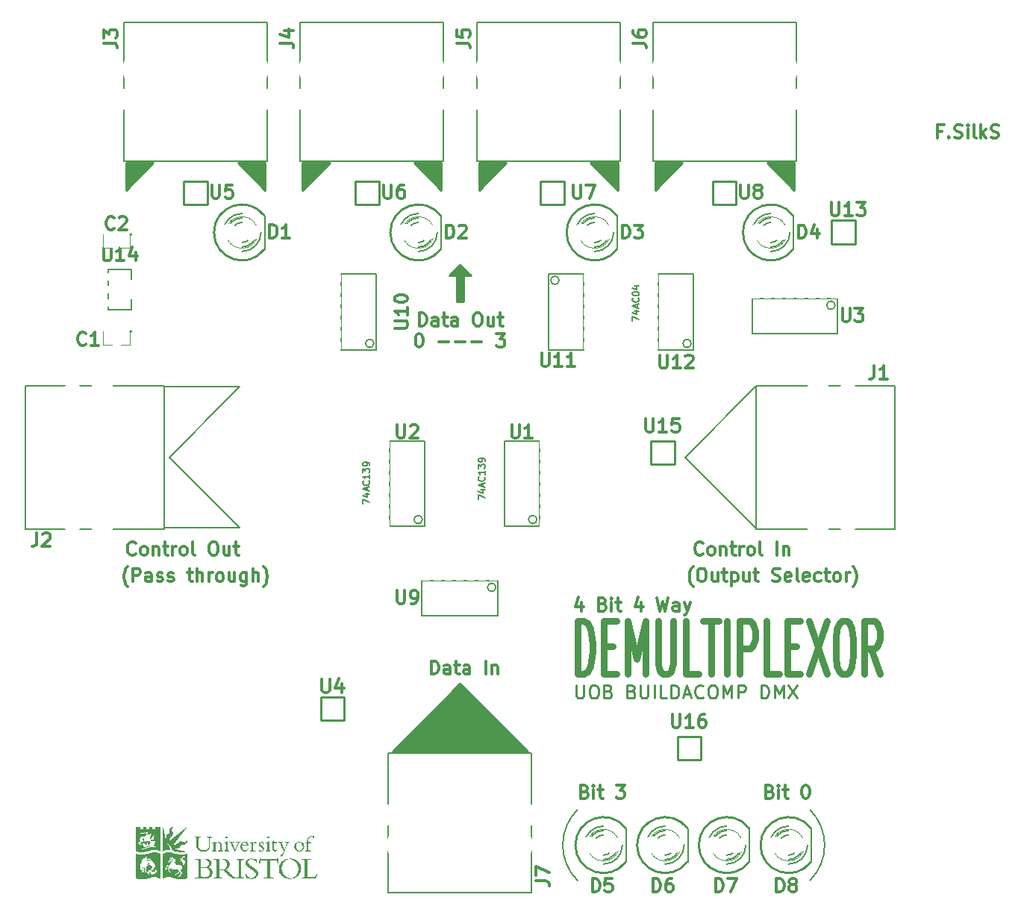
<source format=gto>
G04 (created by PCBNEW (2013-07-07 BZR 4022)-stable) date 9/18/2013 14:01:54*
%MOIN*%
G04 Gerber Fmt 3.4, Leading zero omitted, Abs format*
%FSLAX34Y34*%
G01*
G70*
G90*
G04 APERTURE LIST*
%ADD10C,0.00590551*%
%ADD11C,0.011811*%
%ADD12C,0.00787402*%
%ADD13C,0.00984252*%
%ADD14C,0.0295276*%
%ADD15C,0.005*%
%ADD16C,0.0098*%
%ADD17C,0.008*%
%ADD18C,0.003*%
%ADD19C,0.01*%
%ADD20C,0.006*%
%ADD21C,0.0039*%
%ADD22C,0.0001*%
%ADD23C,0.0059*%
%ADD24C,0.012*%
%ADD25R,0.0598425X0.0348425*%
%ADD26R,0.019674X0.033474*%
%ADD27C,0.246063*%
%ADD28R,0.0354425X0.0216425*%
%ADD29C,0.0758425*%
%ADD30R,0.0348425X0.0598425*%
%ADD31R,0.0448425X0.0648425*%
%ADD32R,0.0216425X0.0354425*%
%ADD33C,0.153543*%
%ADD34C,0.0689425*%
%ADD35C,0.0964567*%
%ADD36R,0.0728425X0.0374425*%
%ADD37R,0.0925425X0.0374425*%
%ADD38R,0.118143X0.0885425*%
G04 APERTURE END LIST*
G54D10*
G54D11*
X50658Y-14181D02*
X50461Y-14181D01*
X50461Y-14491D02*
X50461Y-13900D01*
X50742Y-13900D01*
X50967Y-14434D02*
X50995Y-14462D01*
X50967Y-14491D01*
X50939Y-14462D01*
X50967Y-14434D01*
X50967Y-14491D01*
X51220Y-14462D02*
X51304Y-14491D01*
X51445Y-14491D01*
X51501Y-14462D01*
X51529Y-14434D01*
X51557Y-14378D01*
X51557Y-14322D01*
X51529Y-14266D01*
X51501Y-14237D01*
X51445Y-14209D01*
X51332Y-14181D01*
X51276Y-14153D01*
X51248Y-14125D01*
X51220Y-14069D01*
X51220Y-14012D01*
X51248Y-13956D01*
X51276Y-13928D01*
X51332Y-13900D01*
X51473Y-13900D01*
X51557Y-13928D01*
X51811Y-14491D02*
X51811Y-14097D01*
X51811Y-13900D02*
X51782Y-13928D01*
X51811Y-13956D01*
X51839Y-13928D01*
X51811Y-13900D01*
X51811Y-13956D01*
X52176Y-14491D02*
X52120Y-14462D01*
X52092Y-14406D01*
X52092Y-13900D01*
X52401Y-14491D02*
X52401Y-13900D01*
X52457Y-14266D02*
X52626Y-14491D01*
X52626Y-14097D02*
X52401Y-14322D01*
X52851Y-14462D02*
X52935Y-14491D01*
X53076Y-14491D01*
X53132Y-14462D01*
X53160Y-14434D01*
X53188Y-14378D01*
X53188Y-14322D01*
X53160Y-14266D01*
X53132Y-14237D01*
X53076Y-14209D01*
X52964Y-14181D01*
X52907Y-14153D01*
X52879Y-14125D01*
X52851Y-14069D01*
X52851Y-14012D01*
X52879Y-13956D01*
X52907Y-13928D01*
X52964Y-13900D01*
X53104Y-13900D01*
X53188Y-13928D01*
X34699Y-43669D02*
X34783Y-43697D01*
X34811Y-43726D01*
X34839Y-43782D01*
X34839Y-43866D01*
X34811Y-43922D01*
X34783Y-43951D01*
X34727Y-43979D01*
X34502Y-43979D01*
X34502Y-43388D01*
X34699Y-43388D01*
X34755Y-43416D01*
X34783Y-43444D01*
X34811Y-43501D01*
X34811Y-43557D01*
X34783Y-43613D01*
X34755Y-43641D01*
X34699Y-43669D01*
X34502Y-43669D01*
X35092Y-43979D02*
X35092Y-43585D01*
X35092Y-43388D02*
X35064Y-43416D01*
X35092Y-43444D01*
X35120Y-43416D01*
X35092Y-43388D01*
X35092Y-43444D01*
X35289Y-43585D02*
X35514Y-43585D01*
X35374Y-43388D02*
X35374Y-43894D01*
X35402Y-43951D01*
X35458Y-43979D01*
X35514Y-43979D01*
X36105Y-43388D02*
X36470Y-43388D01*
X36273Y-43613D01*
X36358Y-43613D01*
X36414Y-43641D01*
X36442Y-43669D01*
X36470Y-43726D01*
X36470Y-43866D01*
X36442Y-43922D01*
X36414Y-43951D01*
X36358Y-43979D01*
X36189Y-43979D01*
X36133Y-43951D01*
X36105Y-43922D01*
X42966Y-43669D02*
X43051Y-43697D01*
X43079Y-43726D01*
X43107Y-43782D01*
X43107Y-43866D01*
X43079Y-43922D01*
X43051Y-43951D01*
X42994Y-43979D01*
X42769Y-43979D01*
X42769Y-43388D01*
X42966Y-43388D01*
X43023Y-43416D01*
X43051Y-43444D01*
X43079Y-43501D01*
X43079Y-43557D01*
X43051Y-43613D01*
X43023Y-43641D01*
X42966Y-43669D01*
X42769Y-43669D01*
X43360Y-43979D02*
X43360Y-43585D01*
X43360Y-43388D02*
X43332Y-43416D01*
X43360Y-43444D01*
X43388Y-43416D01*
X43360Y-43388D01*
X43360Y-43444D01*
X43557Y-43585D02*
X43782Y-43585D01*
X43641Y-43388D02*
X43641Y-43894D01*
X43669Y-43951D01*
X43726Y-43979D01*
X43782Y-43979D01*
X44541Y-43388D02*
X44597Y-43388D01*
X44654Y-43416D01*
X44682Y-43444D01*
X44710Y-43501D01*
X44738Y-43613D01*
X44738Y-43754D01*
X44710Y-43866D01*
X44682Y-43922D01*
X44654Y-43951D01*
X44597Y-43979D01*
X44541Y-43979D01*
X44485Y-43951D01*
X44457Y-43922D01*
X44429Y-43866D01*
X44401Y-43754D01*
X44401Y-43613D01*
X44429Y-43501D01*
X44457Y-43444D01*
X44485Y-43416D01*
X44541Y-43388D01*
G54D12*
X34370Y-44488D02*
G75*
G03X34370Y-47637I1574J-1574D01*
G74*
G01*
X44763Y-47637D02*
G75*
G03X44763Y-44488I-1574J1574D01*
G74*
G01*
G54D11*
X27305Y-22876D02*
X27305Y-22286D01*
X27446Y-22286D01*
X27530Y-22314D01*
X27587Y-22370D01*
X27615Y-22426D01*
X27643Y-22539D01*
X27643Y-22623D01*
X27615Y-22736D01*
X27587Y-22792D01*
X27530Y-22848D01*
X27446Y-22876D01*
X27305Y-22876D01*
X28149Y-22876D02*
X28149Y-22567D01*
X28121Y-22511D01*
X28065Y-22483D01*
X27952Y-22483D01*
X27896Y-22511D01*
X28149Y-22848D02*
X28093Y-22876D01*
X27952Y-22876D01*
X27896Y-22848D01*
X27868Y-22792D01*
X27868Y-22736D01*
X27896Y-22679D01*
X27952Y-22651D01*
X28093Y-22651D01*
X28149Y-22623D01*
X28346Y-22483D02*
X28571Y-22483D01*
X28430Y-22286D02*
X28430Y-22792D01*
X28458Y-22848D01*
X28515Y-22876D01*
X28571Y-22876D01*
X29021Y-22876D02*
X29021Y-22567D01*
X28993Y-22511D01*
X28937Y-22483D01*
X28824Y-22483D01*
X28768Y-22511D01*
X29021Y-22848D02*
X28965Y-22876D01*
X28824Y-22876D01*
X28768Y-22848D01*
X28740Y-22792D01*
X28740Y-22736D01*
X28768Y-22679D01*
X28824Y-22651D01*
X28965Y-22651D01*
X29021Y-22623D01*
X29865Y-22286D02*
X29977Y-22286D01*
X30033Y-22314D01*
X30089Y-22370D01*
X30118Y-22483D01*
X30118Y-22679D01*
X30089Y-22792D01*
X30033Y-22848D01*
X29977Y-22876D01*
X29865Y-22876D01*
X29808Y-22848D01*
X29752Y-22792D01*
X29724Y-22679D01*
X29724Y-22483D01*
X29752Y-22370D01*
X29808Y-22314D01*
X29865Y-22286D01*
X30624Y-22483D02*
X30624Y-22876D01*
X30371Y-22483D02*
X30371Y-22792D01*
X30399Y-22848D01*
X30455Y-22876D01*
X30539Y-22876D01*
X30596Y-22848D01*
X30624Y-22820D01*
X30821Y-22483D02*
X31046Y-22483D01*
X30905Y-22286D02*
X30905Y-22792D01*
X30933Y-22848D01*
X30989Y-22876D01*
X31046Y-22876D01*
X27277Y-23231D02*
X27334Y-23231D01*
X27390Y-23259D01*
X27418Y-23287D01*
X27446Y-23343D01*
X27474Y-23456D01*
X27474Y-23596D01*
X27446Y-23709D01*
X27418Y-23765D01*
X27390Y-23793D01*
X27334Y-23821D01*
X27277Y-23821D01*
X27221Y-23793D01*
X27193Y-23765D01*
X27165Y-23709D01*
X27137Y-23596D01*
X27137Y-23456D01*
X27165Y-23343D01*
X27193Y-23287D01*
X27221Y-23259D01*
X27277Y-23231D01*
X28177Y-23596D02*
X28627Y-23596D01*
X28908Y-23596D02*
X29358Y-23596D01*
X29640Y-23596D02*
X30089Y-23596D01*
X30764Y-23231D02*
X31130Y-23231D01*
X30933Y-23456D01*
X31017Y-23456D01*
X31074Y-23484D01*
X31102Y-23512D01*
X31130Y-23568D01*
X31130Y-23709D01*
X31102Y-23765D01*
X31074Y-23793D01*
X31017Y-23821D01*
X30849Y-23821D01*
X30793Y-23793D01*
X30764Y-23765D01*
X27840Y-38428D02*
X27840Y-37837D01*
X27980Y-37837D01*
X28065Y-37865D01*
X28121Y-37921D01*
X28149Y-37978D01*
X28177Y-38090D01*
X28177Y-38174D01*
X28149Y-38287D01*
X28121Y-38343D01*
X28065Y-38399D01*
X27980Y-38428D01*
X27840Y-38428D01*
X28683Y-38428D02*
X28683Y-38118D01*
X28655Y-38062D01*
X28599Y-38034D01*
X28487Y-38034D01*
X28430Y-38062D01*
X28683Y-38399D02*
X28627Y-38428D01*
X28487Y-38428D01*
X28430Y-38399D01*
X28402Y-38343D01*
X28402Y-38287D01*
X28430Y-38231D01*
X28487Y-38203D01*
X28627Y-38203D01*
X28683Y-38174D01*
X28880Y-38034D02*
X29105Y-38034D01*
X28965Y-37837D02*
X28965Y-38343D01*
X28993Y-38399D01*
X29049Y-38428D01*
X29105Y-38428D01*
X29555Y-38428D02*
X29555Y-38118D01*
X29527Y-38062D01*
X29471Y-38034D01*
X29358Y-38034D01*
X29302Y-38062D01*
X29555Y-38399D02*
X29499Y-38428D01*
X29358Y-38428D01*
X29302Y-38399D01*
X29274Y-38343D01*
X29274Y-38287D01*
X29302Y-38231D01*
X29358Y-38203D01*
X29499Y-38203D01*
X29555Y-38174D01*
X30286Y-38428D02*
X30286Y-37837D01*
X30568Y-38034D02*
X30568Y-38428D01*
X30568Y-38090D02*
X30596Y-38062D01*
X30652Y-38034D01*
X30736Y-38034D01*
X30793Y-38062D01*
X30821Y-38118D01*
X30821Y-38428D01*
X14285Y-34519D02*
X14257Y-34491D01*
X14201Y-34406D01*
X14173Y-34350D01*
X14145Y-34266D01*
X14116Y-34125D01*
X14116Y-34012D01*
X14145Y-33872D01*
X14173Y-33787D01*
X14201Y-33731D01*
X14257Y-33647D01*
X14285Y-33619D01*
X14510Y-34294D02*
X14510Y-33703D01*
X14735Y-33703D01*
X14791Y-33731D01*
X14820Y-33759D01*
X14848Y-33816D01*
X14848Y-33900D01*
X14820Y-33956D01*
X14791Y-33984D01*
X14735Y-34012D01*
X14510Y-34012D01*
X15354Y-34294D02*
X15354Y-33984D01*
X15326Y-33928D01*
X15269Y-33900D01*
X15157Y-33900D01*
X15101Y-33928D01*
X15354Y-34266D02*
X15298Y-34294D01*
X15157Y-34294D01*
X15101Y-34266D01*
X15073Y-34209D01*
X15073Y-34153D01*
X15101Y-34097D01*
X15157Y-34069D01*
X15298Y-34069D01*
X15354Y-34041D01*
X15607Y-34266D02*
X15663Y-34294D01*
X15776Y-34294D01*
X15832Y-34266D01*
X15860Y-34209D01*
X15860Y-34181D01*
X15832Y-34125D01*
X15776Y-34097D01*
X15691Y-34097D01*
X15635Y-34069D01*
X15607Y-34012D01*
X15607Y-33984D01*
X15635Y-33928D01*
X15691Y-33900D01*
X15776Y-33900D01*
X15832Y-33928D01*
X16085Y-34266D02*
X16141Y-34294D01*
X16254Y-34294D01*
X16310Y-34266D01*
X16338Y-34209D01*
X16338Y-34181D01*
X16310Y-34125D01*
X16254Y-34097D01*
X16169Y-34097D01*
X16113Y-34069D01*
X16085Y-34012D01*
X16085Y-33984D01*
X16113Y-33928D01*
X16169Y-33900D01*
X16254Y-33900D01*
X16310Y-33928D01*
X16957Y-33900D02*
X17182Y-33900D01*
X17041Y-33703D02*
X17041Y-34209D01*
X17069Y-34266D01*
X17125Y-34294D01*
X17182Y-34294D01*
X17379Y-34294D02*
X17379Y-33703D01*
X17632Y-34294D02*
X17632Y-33984D01*
X17604Y-33928D01*
X17547Y-33900D01*
X17463Y-33900D01*
X17407Y-33928D01*
X17379Y-33956D01*
X17913Y-34294D02*
X17913Y-33900D01*
X17913Y-34012D02*
X17941Y-33956D01*
X17969Y-33928D01*
X18025Y-33900D01*
X18082Y-33900D01*
X18363Y-34294D02*
X18307Y-34266D01*
X18278Y-34237D01*
X18250Y-34181D01*
X18250Y-34012D01*
X18278Y-33956D01*
X18307Y-33928D01*
X18363Y-33900D01*
X18447Y-33900D01*
X18503Y-33928D01*
X18532Y-33956D01*
X18560Y-34012D01*
X18560Y-34181D01*
X18532Y-34237D01*
X18503Y-34266D01*
X18447Y-34294D01*
X18363Y-34294D01*
X19066Y-33900D02*
X19066Y-34294D01*
X18813Y-33900D02*
X18813Y-34209D01*
X18841Y-34266D01*
X18897Y-34294D01*
X18982Y-34294D01*
X19038Y-34266D01*
X19066Y-34237D01*
X19600Y-33900D02*
X19600Y-34378D01*
X19572Y-34434D01*
X19544Y-34462D01*
X19488Y-34491D01*
X19403Y-34491D01*
X19347Y-34462D01*
X19600Y-34266D02*
X19544Y-34294D01*
X19431Y-34294D01*
X19375Y-34266D01*
X19347Y-34237D01*
X19319Y-34181D01*
X19319Y-34012D01*
X19347Y-33956D01*
X19375Y-33928D01*
X19431Y-33900D01*
X19544Y-33900D01*
X19600Y-33928D01*
X19881Y-34294D02*
X19881Y-33703D01*
X20134Y-34294D02*
X20134Y-33984D01*
X20106Y-33928D01*
X20050Y-33900D01*
X19966Y-33900D01*
X19910Y-33928D01*
X19881Y-33956D01*
X20359Y-34519D02*
X20388Y-34491D01*
X20444Y-34406D01*
X20472Y-34350D01*
X20500Y-34266D01*
X20528Y-34125D01*
X20528Y-34012D01*
X20500Y-33872D01*
X20472Y-33787D01*
X20444Y-33731D01*
X20388Y-33647D01*
X20359Y-33619D01*
X39538Y-34519D02*
X39510Y-34491D01*
X39454Y-34406D01*
X39426Y-34350D01*
X39398Y-34266D01*
X39370Y-34125D01*
X39370Y-34012D01*
X39398Y-33872D01*
X39426Y-33787D01*
X39454Y-33731D01*
X39510Y-33647D01*
X39538Y-33619D01*
X39876Y-33703D02*
X39988Y-33703D01*
X40044Y-33731D01*
X40101Y-33787D01*
X40129Y-33900D01*
X40129Y-34097D01*
X40101Y-34209D01*
X40044Y-34266D01*
X39988Y-34294D01*
X39876Y-34294D01*
X39820Y-34266D01*
X39763Y-34209D01*
X39735Y-34097D01*
X39735Y-33900D01*
X39763Y-33787D01*
X39820Y-33731D01*
X39876Y-33703D01*
X40635Y-33900D02*
X40635Y-34294D01*
X40382Y-33900D02*
X40382Y-34209D01*
X40410Y-34266D01*
X40466Y-34294D01*
X40551Y-34294D01*
X40607Y-34266D01*
X40635Y-34237D01*
X40832Y-33900D02*
X41057Y-33900D01*
X40916Y-33703D02*
X40916Y-34209D01*
X40944Y-34266D01*
X41001Y-34294D01*
X41057Y-34294D01*
X41254Y-33900D02*
X41254Y-34491D01*
X41254Y-33928D02*
X41310Y-33900D01*
X41422Y-33900D01*
X41479Y-33928D01*
X41507Y-33956D01*
X41535Y-34012D01*
X41535Y-34181D01*
X41507Y-34237D01*
X41479Y-34266D01*
X41422Y-34294D01*
X41310Y-34294D01*
X41254Y-34266D01*
X42041Y-33900D02*
X42041Y-34294D01*
X41788Y-33900D02*
X41788Y-34209D01*
X41816Y-34266D01*
X41872Y-34294D01*
X41957Y-34294D01*
X42013Y-34266D01*
X42041Y-34237D01*
X42238Y-33900D02*
X42463Y-33900D01*
X42322Y-33703D02*
X42322Y-34209D01*
X42350Y-34266D01*
X42407Y-34294D01*
X42463Y-34294D01*
X43082Y-34266D02*
X43166Y-34294D01*
X43307Y-34294D01*
X43363Y-34266D01*
X43391Y-34237D01*
X43419Y-34181D01*
X43419Y-34125D01*
X43391Y-34069D01*
X43363Y-34041D01*
X43307Y-34012D01*
X43194Y-33984D01*
X43138Y-33956D01*
X43110Y-33928D01*
X43082Y-33872D01*
X43082Y-33816D01*
X43110Y-33759D01*
X43138Y-33731D01*
X43194Y-33703D01*
X43335Y-33703D01*
X43419Y-33731D01*
X43897Y-34266D02*
X43841Y-34294D01*
X43728Y-34294D01*
X43672Y-34266D01*
X43644Y-34209D01*
X43644Y-33984D01*
X43672Y-33928D01*
X43728Y-33900D01*
X43841Y-33900D01*
X43897Y-33928D01*
X43925Y-33984D01*
X43925Y-34041D01*
X43644Y-34097D01*
X44263Y-34294D02*
X44206Y-34266D01*
X44178Y-34209D01*
X44178Y-33703D01*
X44713Y-34266D02*
X44656Y-34294D01*
X44544Y-34294D01*
X44488Y-34266D01*
X44460Y-34209D01*
X44460Y-33984D01*
X44488Y-33928D01*
X44544Y-33900D01*
X44656Y-33900D01*
X44713Y-33928D01*
X44741Y-33984D01*
X44741Y-34041D01*
X44460Y-34097D01*
X45247Y-34266D02*
X45191Y-34294D01*
X45078Y-34294D01*
X45022Y-34266D01*
X44994Y-34237D01*
X44966Y-34181D01*
X44966Y-34012D01*
X44994Y-33956D01*
X45022Y-33928D01*
X45078Y-33900D01*
X45191Y-33900D01*
X45247Y-33928D01*
X45416Y-33900D02*
X45641Y-33900D01*
X45500Y-33703D02*
X45500Y-34209D01*
X45528Y-34266D01*
X45584Y-34294D01*
X45641Y-34294D01*
X45922Y-34294D02*
X45866Y-34266D01*
X45838Y-34237D01*
X45809Y-34181D01*
X45809Y-34012D01*
X45838Y-33956D01*
X45866Y-33928D01*
X45922Y-33900D01*
X46006Y-33900D01*
X46062Y-33928D01*
X46091Y-33956D01*
X46119Y-34012D01*
X46119Y-34181D01*
X46091Y-34237D01*
X46062Y-34266D01*
X46006Y-34294D01*
X45922Y-34294D01*
X46372Y-34294D02*
X46372Y-33900D01*
X46372Y-34012D02*
X46400Y-33956D01*
X46428Y-33928D01*
X46484Y-33900D01*
X46541Y-33900D01*
X46681Y-34519D02*
X46709Y-34491D01*
X46766Y-34406D01*
X46794Y-34350D01*
X46822Y-34266D01*
X46850Y-34125D01*
X46850Y-34012D01*
X46822Y-33872D01*
X46794Y-33787D01*
X46766Y-33731D01*
X46709Y-33647D01*
X46681Y-33619D01*
X39974Y-33056D02*
X39946Y-33084D01*
X39862Y-33113D01*
X39805Y-33113D01*
X39721Y-33084D01*
X39665Y-33028D01*
X39637Y-32972D01*
X39609Y-32859D01*
X39609Y-32775D01*
X39637Y-32663D01*
X39665Y-32606D01*
X39721Y-32550D01*
X39805Y-32522D01*
X39862Y-32522D01*
X39946Y-32550D01*
X39974Y-32578D01*
X40312Y-33113D02*
X40255Y-33084D01*
X40227Y-33056D01*
X40199Y-33000D01*
X40199Y-32831D01*
X40227Y-32775D01*
X40255Y-32747D01*
X40312Y-32719D01*
X40396Y-32719D01*
X40452Y-32747D01*
X40480Y-32775D01*
X40508Y-32831D01*
X40508Y-33000D01*
X40480Y-33056D01*
X40452Y-33084D01*
X40396Y-33113D01*
X40312Y-33113D01*
X40762Y-32719D02*
X40762Y-33113D01*
X40762Y-32775D02*
X40790Y-32747D01*
X40846Y-32719D01*
X40930Y-32719D01*
X40987Y-32747D01*
X41015Y-32803D01*
X41015Y-33113D01*
X41212Y-32719D02*
X41437Y-32719D01*
X41296Y-32522D02*
X41296Y-33028D01*
X41324Y-33084D01*
X41380Y-33113D01*
X41437Y-33113D01*
X41633Y-33113D02*
X41633Y-32719D01*
X41633Y-32831D02*
X41661Y-32775D01*
X41690Y-32747D01*
X41746Y-32719D01*
X41802Y-32719D01*
X42083Y-33113D02*
X42027Y-33084D01*
X41999Y-33056D01*
X41971Y-33000D01*
X41971Y-32831D01*
X41999Y-32775D01*
X42027Y-32747D01*
X42083Y-32719D01*
X42168Y-32719D01*
X42224Y-32747D01*
X42252Y-32775D01*
X42280Y-32831D01*
X42280Y-33000D01*
X42252Y-33056D01*
X42224Y-33084D01*
X42168Y-33113D01*
X42083Y-33113D01*
X42618Y-33113D02*
X42561Y-33084D01*
X42533Y-33028D01*
X42533Y-32522D01*
X43293Y-33113D02*
X43293Y-32522D01*
X43574Y-32719D02*
X43574Y-33113D01*
X43574Y-32775D02*
X43602Y-32747D01*
X43658Y-32719D01*
X43742Y-32719D01*
X43799Y-32747D01*
X43827Y-32803D01*
X43827Y-33113D01*
X14637Y-33056D02*
X14609Y-33084D01*
X14524Y-33113D01*
X14468Y-33113D01*
X14384Y-33084D01*
X14327Y-33028D01*
X14299Y-32972D01*
X14271Y-32859D01*
X14271Y-32775D01*
X14299Y-32663D01*
X14327Y-32606D01*
X14384Y-32550D01*
X14468Y-32522D01*
X14524Y-32522D01*
X14609Y-32550D01*
X14637Y-32578D01*
X14974Y-33113D02*
X14918Y-33084D01*
X14890Y-33056D01*
X14862Y-33000D01*
X14862Y-32831D01*
X14890Y-32775D01*
X14918Y-32747D01*
X14974Y-32719D01*
X15059Y-32719D01*
X15115Y-32747D01*
X15143Y-32775D01*
X15171Y-32831D01*
X15171Y-33000D01*
X15143Y-33056D01*
X15115Y-33084D01*
X15059Y-33113D01*
X14974Y-33113D01*
X15424Y-32719D02*
X15424Y-33113D01*
X15424Y-32775D02*
X15452Y-32747D01*
X15508Y-32719D01*
X15593Y-32719D01*
X15649Y-32747D01*
X15677Y-32803D01*
X15677Y-33113D01*
X15874Y-32719D02*
X16099Y-32719D01*
X15958Y-32522D02*
X15958Y-33028D01*
X15987Y-33084D01*
X16043Y-33113D01*
X16099Y-33113D01*
X16296Y-33113D02*
X16296Y-32719D01*
X16296Y-32831D02*
X16324Y-32775D01*
X16352Y-32747D01*
X16408Y-32719D01*
X16465Y-32719D01*
X16746Y-33113D02*
X16690Y-33084D01*
X16661Y-33056D01*
X16633Y-33000D01*
X16633Y-32831D01*
X16661Y-32775D01*
X16690Y-32747D01*
X16746Y-32719D01*
X16830Y-32719D01*
X16886Y-32747D01*
X16915Y-32775D01*
X16943Y-32831D01*
X16943Y-33000D01*
X16915Y-33056D01*
X16886Y-33084D01*
X16830Y-33113D01*
X16746Y-33113D01*
X17280Y-33113D02*
X17224Y-33084D01*
X17196Y-33028D01*
X17196Y-32522D01*
X18068Y-32522D02*
X18180Y-32522D01*
X18236Y-32550D01*
X18293Y-32606D01*
X18321Y-32719D01*
X18321Y-32916D01*
X18293Y-33028D01*
X18236Y-33084D01*
X18180Y-33113D01*
X18068Y-33113D01*
X18011Y-33084D01*
X17955Y-33028D01*
X17927Y-32916D01*
X17927Y-32719D01*
X17955Y-32606D01*
X18011Y-32550D01*
X18068Y-32522D01*
X18827Y-32719D02*
X18827Y-33113D01*
X18574Y-32719D02*
X18574Y-33028D01*
X18602Y-33084D01*
X18658Y-33113D01*
X18742Y-33113D01*
X18799Y-33084D01*
X18827Y-33056D01*
X19024Y-32719D02*
X19249Y-32719D01*
X19108Y-32522D02*
X19108Y-33028D01*
X19136Y-33084D01*
X19192Y-33113D01*
X19249Y-33113D01*
G54D12*
X15944Y-31889D02*
X19291Y-31889D01*
X15944Y-25590D02*
X19291Y-25590D01*
X39173Y-28740D02*
X42322Y-25590D01*
X42322Y-31889D02*
X39173Y-28740D01*
X18897Y-25984D02*
X19291Y-25590D01*
X16141Y-28740D02*
X18897Y-25984D01*
X19291Y-31889D02*
X16141Y-28740D01*
G54D13*
X34317Y-38908D02*
X34317Y-39386D01*
X34345Y-39442D01*
X34374Y-39470D01*
X34430Y-39498D01*
X34542Y-39498D01*
X34599Y-39470D01*
X34627Y-39442D01*
X34655Y-39386D01*
X34655Y-38908D01*
X35048Y-38908D02*
X35161Y-38908D01*
X35217Y-38936D01*
X35273Y-38992D01*
X35302Y-39104D01*
X35302Y-39301D01*
X35273Y-39414D01*
X35217Y-39470D01*
X35161Y-39498D01*
X35048Y-39498D01*
X34992Y-39470D01*
X34936Y-39414D01*
X34908Y-39301D01*
X34908Y-39104D01*
X34936Y-38992D01*
X34992Y-38936D01*
X35048Y-38908D01*
X35751Y-39189D02*
X35836Y-39217D01*
X35864Y-39245D01*
X35892Y-39301D01*
X35892Y-39386D01*
X35864Y-39442D01*
X35836Y-39470D01*
X35780Y-39498D01*
X35555Y-39498D01*
X35555Y-38908D01*
X35751Y-38908D01*
X35808Y-38936D01*
X35836Y-38964D01*
X35864Y-39020D01*
X35864Y-39076D01*
X35836Y-39132D01*
X35808Y-39161D01*
X35751Y-39189D01*
X35555Y-39189D01*
X36792Y-39189D02*
X36876Y-39217D01*
X36904Y-39245D01*
X36933Y-39301D01*
X36933Y-39386D01*
X36904Y-39442D01*
X36876Y-39470D01*
X36820Y-39498D01*
X36595Y-39498D01*
X36595Y-38908D01*
X36792Y-38908D01*
X36848Y-38936D01*
X36876Y-38964D01*
X36904Y-39020D01*
X36904Y-39076D01*
X36876Y-39132D01*
X36848Y-39161D01*
X36792Y-39189D01*
X36595Y-39189D01*
X37186Y-38908D02*
X37186Y-39386D01*
X37214Y-39442D01*
X37242Y-39470D01*
X37298Y-39498D01*
X37411Y-39498D01*
X37467Y-39470D01*
X37495Y-39442D01*
X37523Y-39386D01*
X37523Y-38908D01*
X37804Y-39498D02*
X37804Y-38908D01*
X38367Y-39498D02*
X38086Y-39498D01*
X38086Y-38908D01*
X38564Y-39498D02*
X38564Y-38908D01*
X38704Y-38908D01*
X38789Y-38936D01*
X38845Y-38992D01*
X38873Y-39048D01*
X38901Y-39161D01*
X38901Y-39245D01*
X38873Y-39357D01*
X38845Y-39414D01*
X38789Y-39470D01*
X38704Y-39498D01*
X38564Y-39498D01*
X39126Y-39329D02*
X39407Y-39329D01*
X39070Y-39498D02*
X39267Y-38908D01*
X39464Y-39498D01*
X39998Y-39442D02*
X39970Y-39470D01*
X39885Y-39498D01*
X39829Y-39498D01*
X39745Y-39470D01*
X39689Y-39414D01*
X39660Y-39357D01*
X39632Y-39245D01*
X39632Y-39161D01*
X39660Y-39048D01*
X39689Y-38992D01*
X39745Y-38936D01*
X39829Y-38908D01*
X39885Y-38908D01*
X39970Y-38936D01*
X39998Y-38964D01*
X40363Y-38908D02*
X40476Y-38908D01*
X40532Y-38936D01*
X40588Y-38992D01*
X40617Y-39104D01*
X40617Y-39301D01*
X40588Y-39414D01*
X40532Y-39470D01*
X40476Y-39498D01*
X40363Y-39498D01*
X40307Y-39470D01*
X40251Y-39414D01*
X40223Y-39301D01*
X40223Y-39104D01*
X40251Y-38992D01*
X40307Y-38936D01*
X40363Y-38908D01*
X40870Y-39498D02*
X40870Y-38908D01*
X41066Y-39329D01*
X41263Y-38908D01*
X41263Y-39498D01*
X41545Y-39498D02*
X41545Y-38908D01*
X41769Y-38908D01*
X41826Y-38936D01*
X41854Y-38964D01*
X41882Y-39020D01*
X41882Y-39104D01*
X41854Y-39161D01*
X41826Y-39189D01*
X41769Y-39217D01*
X41545Y-39217D01*
X42585Y-39498D02*
X42585Y-38908D01*
X42726Y-38908D01*
X42810Y-38936D01*
X42866Y-38992D01*
X42894Y-39048D01*
X42922Y-39161D01*
X42922Y-39245D01*
X42894Y-39357D01*
X42866Y-39414D01*
X42810Y-39470D01*
X42726Y-39498D01*
X42585Y-39498D01*
X43176Y-39498D02*
X43176Y-38908D01*
X43372Y-39329D01*
X43569Y-38908D01*
X43569Y-39498D01*
X43794Y-38908D02*
X44188Y-39498D01*
X44188Y-38908D02*
X43794Y-39498D01*
G54D11*
X34552Y-35209D02*
X34552Y-35603D01*
X34411Y-34984D02*
X34270Y-35406D01*
X34636Y-35406D01*
X35508Y-35294D02*
X35592Y-35322D01*
X35620Y-35350D01*
X35648Y-35406D01*
X35648Y-35491D01*
X35620Y-35547D01*
X35592Y-35575D01*
X35536Y-35603D01*
X35311Y-35603D01*
X35311Y-35013D01*
X35508Y-35013D01*
X35564Y-35041D01*
X35592Y-35069D01*
X35620Y-35125D01*
X35620Y-35181D01*
X35592Y-35237D01*
X35564Y-35266D01*
X35508Y-35294D01*
X35311Y-35294D01*
X35901Y-35603D02*
X35901Y-35209D01*
X35901Y-35013D02*
X35873Y-35041D01*
X35901Y-35069D01*
X35930Y-35041D01*
X35901Y-35013D01*
X35901Y-35069D01*
X36098Y-35209D02*
X36323Y-35209D01*
X36183Y-35013D02*
X36183Y-35519D01*
X36211Y-35575D01*
X36267Y-35603D01*
X36323Y-35603D01*
X37223Y-35209D02*
X37223Y-35603D01*
X37083Y-34984D02*
X36942Y-35406D01*
X37308Y-35406D01*
X37926Y-35013D02*
X38067Y-35603D01*
X38179Y-35181D01*
X38292Y-35603D01*
X38432Y-35013D01*
X38910Y-35603D02*
X38910Y-35294D01*
X38882Y-35237D01*
X38826Y-35209D01*
X38714Y-35209D01*
X38657Y-35237D01*
X38910Y-35575D02*
X38854Y-35603D01*
X38714Y-35603D01*
X38657Y-35575D01*
X38629Y-35519D01*
X38629Y-35462D01*
X38657Y-35406D01*
X38714Y-35378D01*
X38854Y-35378D01*
X38910Y-35350D01*
X39135Y-35209D02*
X39276Y-35603D01*
X39417Y-35209D02*
X39276Y-35603D01*
X39220Y-35744D01*
X39192Y-35772D01*
X39135Y-35800D01*
G54D14*
X34373Y-38415D02*
X34373Y-36053D01*
X34655Y-36053D01*
X34823Y-36165D01*
X34936Y-36390D01*
X34992Y-36615D01*
X35048Y-37065D01*
X35048Y-37403D01*
X34992Y-37853D01*
X34936Y-38078D01*
X34823Y-38303D01*
X34655Y-38415D01*
X34373Y-38415D01*
X35555Y-37178D02*
X35948Y-37178D01*
X36117Y-38415D02*
X35555Y-38415D01*
X35555Y-36053D01*
X36117Y-36053D01*
X36623Y-38415D02*
X36623Y-36053D01*
X37017Y-37740D01*
X37411Y-36053D01*
X37411Y-38415D01*
X37973Y-36053D02*
X37973Y-37965D01*
X38029Y-38190D01*
X38086Y-38303D01*
X38198Y-38415D01*
X38423Y-38415D01*
X38535Y-38303D01*
X38592Y-38190D01*
X38648Y-37965D01*
X38648Y-36053D01*
X39773Y-38415D02*
X39210Y-38415D01*
X39210Y-36053D01*
X39998Y-36053D02*
X40673Y-36053D01*
X40335Y-38415D02*
X40335Y-36053D01*
X41066Y-38415D02*
X41066Y-36053D01*
X41629Y-38415D02*
X41629Y-36053D01*
X42079Y-36053D01*
X42191Y-36165D01*
X42247Y-36278D01*
X42304Y-36503D01*
X42304Y-36840D01*
X42247Y-37065D01*
X42191Y-37178D01*
X42079Y-37290D01*
X41629Y-37290D01*
X43372Y-38415D02*
X42810Y-38415D01*
X42810Y-36053D01*
X43766Y-37178D02*
X44160Y-37178D01*
X44328Y-38415D02*
X43766Y-38415D01*
X43766Y-36053D01*
X44328Y-36053D01*
X44722Y-36053D02*
X45510Y-38415D01*
X45510Y-36053D02*
X44722Y-38415D01*
X46184Y-36053D02*
X46409Y-36053D01*
X46522Y-36165D01*
X46634Y-36390D01*
X46691Y-36840D01*
X46691Y-37628D01*
X46634Y-38078D01*
X46522Y-38303D01*
X46409Y-38415D01*
X46184Y-38415D01*
X46072Y-38303D01*
X45960Y-38078D01*
X45903Y-37628D01*
X45903Y-36840D01*
X45960Y-36390D01*
X46072Y-36165D01*
X46184Y-36053D01*
X47872Y-38415D02*
X47478Y-37290D01*
X47197Y-38415D02*
X47197Y-36053D01*
X47647Y-36053D01*
X47759Y-36165D01*
X47816Y-36278D01*
X47872Y-36503D01*
X47872Y-36840D01*
X47816Y-37065D01*
X47759Y-37178D01*
X47647Y-37290D01*
X47197Y-37290D01*
G54D15*
X31109Y-30671D02*
X30679Y-30671D01*
X31109Y-30171D02*
X30679Y-30171D01*
X31109Y-29671D02*
X30679Y-29671D01*
X31109Y-31171D02*
X30679Y-31171D01*
X30679Y-31671D02*
X31109Y-31671D01*
X30679Y-29171D02*
X31109Y-29171D01*
X30679Y-28671D02*
X31109Y-28671D01*
X30679Y-28171D02*
X31109Y-28171D01*
X32669Y-28171D02*
X33099Y-28171D01*
X32669Y-28671D02*
X33099Y-28671D01*
X32669Y-29171D02*
X33099Y-29171D01*
X32669Y-31671D02*
X33099Y-31671D01*
X33099Y-31171D02*
X32669Y-31171D01*
X33099Y-29671D02*
X32669Y-29671D01*
X33099Y-30171D02*
X32669Y-30171D01*
X33099Y-30671D02*
X32669Y-30671D01*
X32565Y-31521D02*
G75*
G03X32565Y-31521I-186J0D01*
G74*
G01*
X31109Y-31821D02*
X32669Y-31821D01*
X32669Y-31821D02*
X32669Y-28021D01*
X32669Y-28021D02*
X31109Y-28021D01*
X31109Y-28021D02*
X31109Y-31821D01*
X25991Y-30671D02*
X25561Y-30671D01*
X25991Y-30171D02*
X25561Y-30171D01*
X25991Y-29671D02*
X25561Y-29671D01*
X25991Y-31171D02*
X25561Y-31171D01*
X25561Y-31671D02*
X25991Y-31671D01*
X25561Y-29171D02*
X25991Y-29171D01*
X25561Y-28671D02*
X25991Y-28671D01*
X25561Y-28171D02*
X25991Y-28171D01*
X27551Y-28171D02*
X27981Y-28171D01*
X27551Y-28671D02*
X27981Y-28671D01*
X27551Y-29171D02*
X27981Y-29171D01*
X27551Y-31671D02*
X27981Y-31671D01*
X27981Y-31171D02*
X27551Y-31171D01*
X27981Y-29671D02*
X27551Y-29671D01*
X27981Y-30171D02*
X27551Y-30171D01*
X27981Y-30671D02*
X27551Y-30671D01*
X27447Y-31521D02*
G75*
G03X27447Y-31521I-186J0D01*
G74*
G01*
X25991Y-31821D02*
X27551Y-31821D01*
X27551Y-31821D02*
X27551Y-28021D01*
X27551Y-28021D02*
X25991Y-28021D01*
X25991Y-28021D02*
X25991Y-31821D01*
G54D16*
X24465Y-16425D02*
X24465Y-17460D01*
X24465Y-17460D02*
X25520Y-17460D01*
X25520Y-17460D02*
X25520Y-16433D01*
X25516Y-16417D02*
X24465Y-16417D01*
X16787Y-16425D02*
X16787Y-17460D01*
X16787Y-17460D02*
X17842Y-17460D01*
X17842Y-17460D02*
X17842Y-16433D01*
X17838Y-16417D02*
X16787Y-16417D01*
X32732Y-16425D02*
X32732Y-17460D01*
X32732Y-17460D02*
X33787Y-17460D01*
X33787Y-17460D02*
X33787Y-16433D01*
X33783Y-16417D02*
X32732Y-16417D01*
X40409Y-16425D02*
X40409Y-17460D01*
X40409Y-17460D02*
X41464Y-17460D01*
X41464Y-17460D02*
X41464Y-16433D01*
X41460Y-16417D02*
X40409Y-16417D01*
X46763Y-18165D02*
X45728Y-18165D01*
X45728Y-18165D02*
X45728Y-19220D01*
X45728Y-19220D02*
X46755Y-19220D01*
X46771Y-19216D02*
X46771Y-18165D01*
G54D15*
X23826Y-23944D02*
X25386Y-23944D01*
X25386Y-23944D02*
X25386Y-20544D01*
X25386Y-20544D02*
X23826Y-20544D01*
X23826Y-20544D02*
X23826Y-23944D01*
X23826Y-23244D02*
X23396Y-23244D01*
X23826Y-22744D02*
X23396Y-22744D01*
X23826Y-22244D02*
X23396Y-22244D01*
X23826Y-23744D02*
X23396Y-23744D01*
X23396Y-21744D02*
X23826Y-21744D01*
X23396Y-21244D02*
X23826Y-21244D01*
X23396Y-20744D02*
X23826Y-20744D01*
X25386Y-20744D02*
X25816Y-20744D01*
X25386Y-21244D02*
X25816Y-21244D01*
X25386Y-23744D02*
X25816Y-23744D01*
X25816Y-23244D02*
X25386Y-23244D01*
X25816Y-21744D02*
X25386Y-21744D01*
X25816Y-22244D02*
X25386Y-22244D01*
X25816Y-22744D02*
X25386Y-22744D01*
X25282Y-23654D02*
G75*
G03X25282Y-23654I-186J0D01*
G74*
G01*
X34638Y-20544D02*
X33078Y-20544D01*
X33078Y-20544D02*
X33078Y-23944D01*
X33078Y-23944D02*
X34638Y-23944D01*
X34638Y-23944D02*
X34638Y-20544D01*
X34638Y-21244D02*
X35068Y-21244D01*
X34638Y-21744D02*
X35068Y-21744D01*
X34638Y-22244D02*
X35068Y-22244D01*
X34638Y-20744D02*
X35068Y-20744D01*
X35068Y-22744D02*
X34638Y-22744D01*
X35068Y-23244D02*
X34638Y-23244D01*
X35068Y-23744D02*
X34638Y-23744D01*
X33078Y-23744D02*
X32648Y-23744D01*
X33078Y-23244D02*
X32648Y-23244D01*
X33078Y-20744D02*
X32648Y-20744D01*
X32648Y-21244D02*
X33078Y-21244D01*
X32648Y-22744D02*
X33078Y-22744D01*
X32648Y-22244D02*
X33078Y-22244D01*
X32648Y-21744D02*
X33078Y-21744D01*
X33554Y-20834D02*
G75*
G03X33554Y-20834I-186J0D01*
G74*
G01*
X37999Y-23944D02*
X39559Y-23944D01*
X39559Y-23944D02*
X39559Y-20544D01*
X39559Y-20544D02*
X37999Y-20544D01*
X37999Y-20544D02*
X37999Y-23944D01*
X37999Y-23244D02*
X37569Y-23244D01*
X37999Y-22744D02*
X37569Y-22744D01*
X37999Y-22244D02*
X37569Y-22244D01*
X37999Y-23744D02*
X37569Y-23744D01*
X37569Y-21744D02*
X37999Y-21744D01*
X37569Y-21244D02*
X37999Y-21244D01*
X37569Y-20744D02*
X37999Y-20744D01*
X39559Y-20744D02*
X39989Y-20744D01*
X39559Y-21244D02*
X39989Y-21244D01*
X39559Y-23744D02*
X39989Y-23744D01*
X39989Y-23244D02*
X39559Y-23244D01*
X39989Y-21744D02*
X39559Y-21744D01*
X39989Y-22244D02*
X39559Y-22244D01*
X39989Y-22744D02*
X39559Y-22744D01*
X39455Y-23654D02*
G75*
G03X39455Y-23654I-186J0D01*
G74*
G01*
G54D17*
X20411Y-19450D02*
X20411Y-17950D01*
G54D18*
X20098Y-18700D02*
G75*
G03X20098Y-18700I-707J0D01*
G74*
G01*
G54D19*
X20390Y-17950D02*
G75*
G03X20390Y-19451I-999J-750D01*
G74*
G01*
G54D20*
X19391Y-18250D02*
G75*
G03X18941Y-18700I0J-450D01*
G74*
G01*
X19391Y-19150D02*
G75*
G03X19841Y-18700I0J450D01*
G74*
G01*
X19391Y-18050D02*
G75*
G03X18741Y-18700I0J-650D01*
G74*
G01*
X19391Y-19350D02*
G75*
G03X20041Y-18700I0J650D01*
G74*
G01*
X19391Y-17850D02*
G75*
G03X18541Y-18700I0J-850D01*
G74*
G01*
X19391Y-19550D02*
G75*
G03X20241Y-18700I0J850D01*
G74*
G01*
G54D17*
X36159Y-19450D02*
X36159Y-17950D01*
G54D18*
X35846Y-18700D02*
G75*
G03X35846Y-18700I-707J0D01*
G74*
G01*
G54D19*
X36138Y-17950D02*
G75*
G03X36138Y-19451I-999J-750D01*
G74*
G01*
G54D20*
X35139Y-18250D02*
G75*
G03X34689Y-18700I0J-450D01*
G74*
G01*
X35139Y-19150D02*
G75*
G03X35589Y-18700I0J450D01*
G74*
G01*
X35139Y-18050D02*
G75*
G03X34489Y-18700I0J-650D01*
G74*
G01*
X35139Y-19350D02*
G75*
G03X35789Y-18700I0J650D01*
G74*
G01*
X35139Y-17850D02*
G75*
G03X34289Y-18700I0J-850D01*
G74*
G01*
X35139Y-19550D02*
G75*
G03X35989Y-18700I0J850D01*
G74*
G01*
G54D17*
X28285Y-19450D02*
X28285Y-17950D01*
G54D18*
X27972Y-18700D02*
G75*
G03X27972Y-18700I-707J0D01*
G74*
G01*
G54D19*
X28264Y-17950D02*
G75*
G03X28264Y-19451I-999J-750D01*
G74*
G01*
G54D20*
X27265Y-18250D02*
G75*
G03X26815Y-18700I0J-450D01*
G74*
G01*
X27265Y-19150D02*
G75*
G03X27715Y-18700I0J450D01*
G74*
G01*
X27265Y-18050D02*
G75*
G03X26615Y-18700I0J-650D01*
G74*
G01*
X27265Y-19350D02*
G75*
G03X27915Y-18700I0J650D01*
G74*
G01*
X27265Y-17850D02*
G75*
G03X26415Y-18700I0J-850D01*
G74*
G01*
X27265Y-19550D02*
G75*
G03X28115Y-18700I0J850D01*
G74*
G01*
G54D17*
X44033Y-19450D02*
X44033Y-17950D01*
G54D18*
X43720Y-18700D02*
G75*
G03X43720Y-18700I-707J0D01*
G74*
G01*
G54D19*
X44012Y-17950D02*
G75*
G03X44012Y-19451I-999J-750D01*
G74*
G01*
G54D20*
X43013Y-18250D02*
G75*
G03X42563Y-18700I0J-450D01*
G74*
G01*
X43013Y-19150D02*
G75*
G03X43463Y-18700I0J450D01*
G74*
G01*
X43013Y-18050D02*
G75*
G03X42363Y-18700I0J-650D01*
G74*
G01*
X43013Y-19350D02*
G75*
G03X43663Y-18700I0J650D01*
G74*
G01*
X43013Y-17850D02*
G75*
G03X42163Y-18700I0J-850D01*
G74*
G01*
X43013Y-19550D02*
G75*
G03X43863Y-18700I0J850D01*
G74*
G01*
G54D15*
X30833Y-35819D02*
X30833Y-34259D01*
X30833Y-34259D02*
X27433Y-34259D01*
X27433Y-34259D02*
X27433Y-35819D01*
X27433Y-35819D02*
X30833Y-35819D01*
X30133Y-35819D02*
X30133Y-36249D01*
X29633Y-35819D02*
X29633Y-36249D01*
X29133Y-35819D02*
X29133Y-36249D01*
X30633Y-35819D02*
X30633Y-36249D01*
X28633Y-36249D02*
X28633Y-35819D01*
X28133Y-36249D02*
X28133Y-35819D01*
X27633Y-36249D02*
X27633Y-35819D01*
X27633Y-34259D02*
X27633Y-33829D01*
X28133Y-34259D02*
X28133Y-33829D01*
X30633Y-34259D02*
X30633Y-33829D01*
X30133Y-33829D02*
X30133Y-34259D01*
X28633Y-33829D02*
X28633Y-34259D01*
X29133Y-33829D02*
X29133Y-34259D01*
X29633Y-33829D02*
X29633Y-34259D01*
X30729Y-34549D02*
G75*
G03X30729Y-34549I-186J0D01*
G74*
G01*
X44844Y-23220D02*
X44844Y-23650D01*
X44344Y-23220D02*
X44344Y-23650D01*
X43844Y-23220D02*
X43844Y-23650D01*
X45344Y-23220D02*
X45344Y-23650D01*
X45844Y-23650D02*
X45844Y-23220D01*
X43344Y-23650D02*
X43344Y-23220D01*
X42844Y-23650D02*
X42844Y-23220D01*
X42344Y-23650D02*
X42344Y-23220D01*
X42344Y-21660D02*
X42344Y-21230D01*
X42844Y-21660D02*
X42844Y-21230D01*
X43344Y-21660D02*
X43344Y-21230D01*
X45844Y-21660D02*
X45844Y-21230D01*
X45344Y-21230D02*
X45344Y-21660D01*
X43844Y-21230D02*
X43844Y-21660D01*
X44344Y-21230D02*
X44344Y-21660D01*
X44844Y-21230D02*
X44844Y-21660D01*
X45880Y-21950D02*
G75*
G03X45880Y-21950I-186J0D01*
G74*
G01*
X45994Y-23220D02*
X45994Y-21660D01*
X45994Y-21660D02*
X42194Y-21660D01*
X42194Y-21660D02*
X42194Y-23220D01*
X42194Y-23220D02*
X45994Y-23220D01*
G54D16*
X22921Y-40495D02*
X23956Y-40495D01*
X23956Y-40495D02*
X23956Y-39440D01*
X23956Y-39440D02*
X22929Y-39440D01*
X22913Y-39444D02*
X22913Y-40495D01*
G54D21*
X14479Y-23125D02*
G75*
G03X14479Y-23125I-50J0D01*
G74*
G01*
X13979Y-23125D02*
X14379Y-23125D01*
X14379Y-23125D02*
X14379Y-23725D01*
X14379Y-23725D02*
X13979Y-23725D01*
X13579Y-23725D02*
X13179Y-23725D01*
X13179Y-23725D02*
X13179Y-23125D01*
X13179Y-23125D02*
X13579Y-23125D01*
X14479Y-18794D02*
G75*
G03X14479Y-18794I-50J0D01*
G74*
G01*
X13979Y-18794D02*
X14379Y-18794D01*
X14379Y-18794D02*
X14379Y-19394D01*
X14379Y-19394D02*
X13979Y-19394D01*
X13579Y-19394D02*
X13179Y-19394D01*
X13179Y-19394D02*
X13179Y-18794D01*
X13179Y-18794D02*
X13579Y-18794D01*
G54D16*
X37653Y-28019D02*
X37653Y-29054D01*
X37653Y-29054D02*
X38708Y-29054D01*
X38708Y-29054D02*
X38708Y-28027D01*
X38704Y-28011D02*
X37653Y-28011D01*
G54D10*
X15917Y-25539D02*
X15917Y-31940D01*
X15917Y-31940D02*
X9704Y-31940D01*
X9704Y-31940D02*
X9704Y-25539D01*
X9704Y-25539D02*
X15917Y-25539D01*
X42350Y-31940D02*
X42350Y-25539D01*
X42350Y-25539D02*
X48562Y-25539D01*
X48562Y-25539D02*
X48562Y-31940D01*
X48562Y-31940D02*
X42350Y-31940D01*
X44145Y-15523D02*
X37744Y-15523D01*
X37744Y-15523D02*
X37744Y-9311D01*
X37744Y-9311D02*
X44145Y-9311D01*
X44145Y-9311D02*
X44145Y-15523D01*
X36271Y-15523D02*
X29870Y-15523D01*
X29870Y-15523D02*
X29870Y-9311D01*
X29870Y-9311D02*
X36271Y-9311D01*
X36271Y-9311D02*
X36271Y-15523D01*
X28397Y-15523D02*
X21996Y-15523D01*
X21996Y-15523D02*
X21996Y-9311D01*
X21996Y-9311D02*
X28397Y-9311D01*
X28397Y-9311D02*
X28397Y-15523D01*
X20523Y-15523D02*
X14122Y-15523D01*
X14122Y-15523D02*
X14122Y-9311D01*
X14122Y-9311D02*
X20523Y-9311D01*
X20523Y-9311D02*
X20523Y-15523D01*
X25933Y-41956D02*
X32334Y-41956D01*
X32334Y-41956D02*
X32334Y-48169D01*
X32334Y-48169D02*
X25933Y-48169D01*
X25933Y-48169D02*
X25933Y-41956D01*
G54D16*
X38835Y-41228D02*
X38835Y-42263D01*
X38835Y-42263D02*
X39890Y-42263D01*
X39890Y-42263D02*
X39890Y-41236D01*
X39886Y-41220D02*
X38835Y-41220D01*
G54D17*
X36553Y-46812D02*
X36553Y-45312D01*
G54D18*
X36240Y-46062D02*
G75*
G03X36240Y-46062I-707J0D01*
G74*
G01*
G54D19*
X36532Y-45312D02*
G75*
G03X36532Y-46813I-999J-750D01*
G74*
G01*
G54D20*
X35533Y-45612D02*
G75*
G03X35083Y-46062I0J-450D01*
G74*
G01*
X35533Y-46512D02*
G75*
G03X35983Y-46062I0J450D01*
G74*
G01*
X35533Y-45412D02*
G75*
G03X34883Y-46062I0J-650D01*
G74*
G01*
X35533Y-46712D02*
G75*
G03X36183Y-46062I0J650D01*
G74*
G01*
X35533Y-45212D02*
G75*
G03X34683Y-46062I0J-850D01*
G74*
G01*
X35533Y-46912D02*
G75*
G03X36383Y-46062I0J850D01*
G74*
G01*
G54D17*
X39308Y-46812D02*
X39308Y-45312D01*
G54D18*
X38996Y-46062D02*
G75*
G03X38996Y-46062I-707J0D01*
G74*
G01*
G54D19*
X39288Y-45312D02*
G75*
G03X39288Y-46813I-999J-750D01*
G74*
G01*
G54D20*
X38288Y-45612D02*
G75*
G03X37838Y-46062I0J-450D01*
G74*
G01*
X38288Y-46512D02*
G75*
G03X38738Y-46062I0J450D01*
G74*
G01*
X38288Y-45412D02*
G75*
G03X37638Y-46062I0J-650D01*
G74*
G01*
X38288Y-46712D02*
G75*
G03X38938Y-46062I0J650D01*
G74*
G01*
X38288Y-45212D02*
G75*
G03X37438Y-46062I0J-850D01*
G74*
G01*
X38288Y-46912D02*
G75*
G03X39138Y-46062I0J850D01*
G74*
G01*
G54D17*
X42064Y-46812D02*
X42064Y-45312D01*
G54D18*
X41751Y-46062D02*
G75*
G03X41751Y-46062I-707J0D01*
G74*
G01*
G54D19*
X42044Y-45312D02*
G75*
G03X42044Y-46813I-999J-750D01*
G74*
G01*
G54D20*
X41044Y-45612D02*
G75*
G03X40594Y-46062I0J-450D01*
G74*
G01*
X41044Y-46512D02*
G75*
G03X41494Y-46062I0J450D01*
G74*
G01*
X41044Y-45412D02*
G75*
G03X40394Y-46062I0J-650D01*
G74*
G01*
X41044Y-46712D02*
G75*
G03X41694Y-46062I0J650D01*
G74*
G01*
X41044Y-45212D02*
G75*
G03X40194Y-46062I0J-850D01*
G74*
G01*
X41044Y-46912D02*
G75*
G03X41894Y-46062I0J850D01*
G74*
G01*
G54D17*
X44820Y-46812D02*
X44820Y-45312D01*
G54D18*
X44507Y-46062D02*
G75*
G03X44507Y-46062I-707J0D01*
G74*
G01*
G54D19*
X44800Y-45312D02*
G75*
G03X44800Y-46813I-999J-750D01*
G74*
G01*
G54D20*
X43800Y-45612D02*
G75*
G03X43350Y-46062I0J-450D01*
G74*
G01*
X43800Y-46512D02*
G75*
G03X44250Y-46062I0J450D01*
G74*
G01*
X43800Y-45412D02*
G75*
G03X43150Y-46062I0J-650D01*
G74*
G01*
X43800Y-46712D02*
G75*
G03X44450Y-46062I0J650D01*
G74*
G01*
X43800Y-45212D02*
G75*
G03X42950Y-46062I0J-850D01*
G74*
G01*
X43800Y-46912D02*
G75*
G03X44650Y-46062I0J850D01*
G74*
G01*
G54D15*
X12952Y-21749D02*
X12952Y-21949D01*
X12952Y-21949D02*
X13422Y-21949D01*
X12952Y-21749D02*
X13422Y-21749D01*
X12952Y-21159D02*
X13422Y-21159D01*
X12952Y-21359D02*
X13422Y-21359D01*
X12952Y-21159D02*
X12952Y-21359D01*
X12952Y-20569D02*
X12952Y-20769D01*
X12952Y-20769D02*
X13422Y-20769D01*
X12952Y-20569D02*
X13422Y-20569D01*
X14647Y-20904D02*
X14647Y-21614D01*
X14647Y-21614D02*
X14452Y-21614D01*
X14647Y-20904D02*
X14452Y-20904D01*
X13422Y-20354D02*
X14452Y-20354D01*
X14452Y-20354D02*
X14452Y-22164D01*
X14452Y-22164D02*
X13422Y-22164D01*
X13422Y-22164D02*
X13422Y-20354D01*
G54D22*
G36*
X14645Y-45236D02*
X14665Y-45236D01*
X14665Y-45256D01*
X14645Y-45256D01*
X14645Y-45236D01*
X14645Y-45236D01*
G37*
G36*
X14665Y-45236D02*
X14685Y-45236D01*
X14685Y-45256D01*
X14665Y-45256D01*
X14665Y-45236D01*
X14665Y-45236D01*
G37*
G36*
X14685Y-45236D02*
X14705Y-45236D01*
X14705Y-45256D01*
X14685Y-45256D01*
X14685Y-45236D01*
X14685Y-45236D01*
G37*
G36*
X14705Y-45236D02*
X14725Y-45236D01*
X14725Y-45256D01*
X14705Y-45256D01*
X14705Y-45236D01*
X14705Y-45236D01*
G37*
G36*
X14725Y-45236D02*
X14745Y-45236D01*
X14745Y-45256D01*
X14725Y-45256D01*
X14725Y-45236D01*
X14725Y-45236D01*
G37*
G36*
X14745Y-45236D02*
X14765Y-45236D01*
X14765Y-45256D01*
X14745Y-45256D01*
X14745Y-45236D01*
X14745Y-45236D01*
G37*
G36*
X14765Y-45236D02*
X14785Y-45236D01*
X14785Y-45256D01*
X14765Y-45256D01*
X14765Y-45236D01*
X14765Y-45236D01*
G37*
G36*
X14785Y-45236D02*
X14805Y-45236D01*
X14805Y-45256D01*
X14785Y-45256D01*
X14785Y-45236D01*
X14785Y-45236D01*
G37*
G36*
X14805Y-45236D02*
X14825Y-45236D01*
X14825Y-45256D01*
X14805Y-45256D01*
X14805Y-45236D01*
X14805Y-45236D01*
G37*
G36*
X14825Y-45236D02*
X14845Y-45236D01*
X14845Y-45256D01*
X14825Y-45256D01*
X14825Y-45236D01*
X14825Y-45236D01*
G37*
G36*
X14845Y-45236D02*
X14865Y-45236D01*
X14865Y-45256D01*
X14845Y-45256D01*
X14845Y-45236D01*
X14845Y-45236D01*
G37*
G36*
X14985Y-45236D02*
X15005Y-45236D01*
X15005Y-45256D01*
X14985Y-45256D01*
X14985Y-45236D01*
X14985Y-45236D01*
G37*
G36*
X15005Y-45236D02*
X15025Y-45236D01*
X15025Y-45256D01*
X15005Y-45256D01*
X15005Y-45236D01*
X15005Y-45236D01*
G37*
G36*
X15025Y-45236D02*
X15045Y-45236D01*
X15045Y-45256D01*
X15025Y-45256D01*
X15025Y-45236D01*
X15025Y-45236D01*
G37*
G36*
X15045Y-45236D02*
X15065Y-45236D01*
X15065Y-45256D01*
X15045Y-45256D01*
X15045Y-45236D01*
X15045Y-45236D01*
G37*
G36*
X15065Y-45236D02*
X15085Y-45236D01*
X15085Y-45256D01*
X15065Y-45256D01*
X15065Y-45236D01*
X15065Y-45236D01*
G37*
G36*
X15085Y-45236D02*
X15105Y-45236D01*
X15105Y-45256D01*
X15085Y-45256D01*
X15085Y-45236D01*
X15085Y-45236D01*
G37*
G36*
X15105Y-45236D02*
X15125Y-45236D01*
X15125Y-45256D01*
X15105Y-45256D01*
X15105Y-45236D01*
X15105Y-45236D01*
G37*
G36*
X15245Y-45236D02*
X15265Y-45236D01*
X15265Y-45256D01*
X15245Y-45256D01*
X15245Y-45236D01*
X15245Y-45236D01*
G37*
G36*
X15265Y-45236D02*
X15285Y-45236D01*
X15285Y-45256D01*
X15265Y-45256D01*
X15265Y-45236D01*
X15265Y-45236D01*
G37*
G36*
X15285Y-45236D02*
X15305Y-45236D01*
X15305Y-45256D01*
X15285Y-45256D01*
X15285Y-45236D01*
X15285Y-45236D01*
G37*
G36*
X15305Y-45236D02*
X15325Y-45236D01*
X15325Y-45256D01*
X15305Y-45256D01*
X15305Y-45236D01*
X15305Y-45236D01*
G37*
G36*
X15325Y-45236D02*
X15345Y-45236D01*
X15345Y-45256D01*
X15325Y-45256D01*
X15325Y-45236D01*
X15325Y-45236D01*
G37*
G36*
X15345Y-45236D02*
X15365Y-45236D01*
X15365Y-45256D01*
X15345Y-45256D01*
X15345Y-45236D01*
X15345Y-45236D01*
G37*
G36*
X15365Y-45236D02*
X15385Y-45236D01*
X15385Y-45256D01*
X15365Y-45256D01*
X15365Y-45236D01*
X15365Y-45236D01*
G37*
G36*
X15505Y-45236D02*
X15525Y-45236D01*
X15525Y-45256D01*
X15505Y-45256D01*
X15505Y-45236D01*
X15505Y-45236D01*
G37*
G36*
X15525Y-45236D02*
X15545Y-45236D01*
X15545Y-45256D01*
X15525Y-45256D01*
X15525Y-45236D01*
X15525Y-45236D01*
G37*
G36*
X15545Y-45236D02*
X15565Y-45236D01*
X15565Y-45256D01*
X15545Y-45256D01*
X15545Y-45236D01*
X15545Y-45236D01*
G37*
G36*
X15565Y-45236D02*
X15585Y-45236D01*
X15585Y-45256D01*
X15565Y-45256D01*
X15565Y-45236D01*
X15565Y-45236D01*
G37*
G36*
X15585Y-45236D02*
X15605Y-45236D01*
X15605Y-45256D01*
X15585Y-45256D01*
X15585Y-45236D01*
X15585Y-45236D01*
G37*
G36*
X15605Y-45236D02*
X15625Y-45236D01*
X15625Y-45256D01*
X15605Y-45256D01*
X15605Y-45236D01*
X15605Y-45236D01*
G37*
G36*
X15625Y-45236D02*
X15645Y-45236D01*
X15645Y-45256D01*
X15625Y-45256D01*
X15625Y-45236D01*
X15625Y-45236D01*
G37*
G36*
X15645Y-45236D02*
X15665Y-45236D01*
X15665Y-45256D01*
X15645Y-45256D01*
X15645Y-45236D01*
X15645Y-45236D01*
G37*
G36*
X15665Y-45236D02*
X15685Y-45236D01*
X15685Y-45256D01*
X15665Y-45256D01*
X15665Y-45236D01*
X15665Y-45236D01*
G37*
G36*
X15685Y-45236D02*
X15705Y-45236D01*
X15705Y-45256D01*
X15685Y-45256D01*
X15685Y-45236D01*
X15685Y-45236D01*
G37*
G36*
X15705Y-45236D02*
X15725Y-45236D01*
X15725Y-45256D01*
X15705Y-45256D01*
X15705Y-45236D01*
X15705Y-45236D01*
G37*
G36*
X15725Y-45236D02*
X15745Y-45236D01*
X15745Y-45256D01*
X15725Y-45256D01*
X15725Y-45236D01*
X15725Y-45236D01*
G37*
G36*
X15845Y-45236D02*
X15865Y-45236D01*
X15865Y-45256D01*
X15845Y-45256D01*
X15845Y-45236D01*
X15845Y-45236D01*
G37*
G36*
X16285Y-45236D02*
X16305Y-45236D01*
X16305Y-45256D01*
X16285Y-45256D01*
X16285Y-45236D01*
X16285Y-45236D01*
G37*
G36*
X16305Y-45236D02*
X16325Y-45236D01*
X16325Y-45256D01*
X16305Y-45256D01*
X16305Y-45236D01*
X16305Y-45236D01*
G37*
G36*
X16325Y-45236D02*
X16345Y-45236D01*
X16345Y-45256D01*
X16325Y-45256D01*
X16325Y-45236D01*
X16325Y-45236D01*
G37*
G36*
X14645Y-45256D02*
X14665Y-45256D01*
X14665Y-45276D01*
X14645Y-45276D01*
X14645Y-45256D01*
X14645Y-45256D01*
G37*
G36*
X14665Y-45256D02*
X14685Y-45256D01*
X14685Y-45276D01*
X14665Y-45276D01*
X14665Y-45256D01*
X14665Y-45256D01*
G37*
G36*
X14685Y-45256D02*
X14705Y-45256D01*
X14705Y-45276D01*
X14685Y-45276D01*
X14685Y-45256D01*
X14685Y-45256D01*
G37*
G36*
X14705Y-45256D02*
X14725Y-45256D01*
X14725Y-45276D01*
X14705Y-45276D01*
X14705Y-45256D01*
X14705Y-45256D01*
G37*
G36*
X14725Y-45256D02*
X14745Y-45256D01*
X14745Y-45276D01*
X14725Y-45276D01*
X14725Y-45256D01*
X14725Y-45256D01*
G37*
G36*
X14745Y-45256D02*
X14765Y-45256D01*
X14765Y-45276D01*
X14745Y-45276D01*
X14745Y-45256D01*
X14745Y-45256D01*
G37*
G36*
X14765Y-45256D02*
X14785Y-45256D01*
X14785Y-45276D01*
X14765Y-45276D01*
X14765Y-45256D01*
X14765Y-45256D01*
G37*
G36*
X14785Y-45256D02*
X14805Y-45256D01*
X14805Y-45276D01*
X14785Y-45276D01*
X14785Y-45256D01*
X14785Y-45256D01*
G37*
G36*
X14805Y-45256D02*
X14825Y-45256D01*
X14825Y-45276D01*
X14805Y-45276D01*
X14805Y-45256D01*
X14805Y-45256D01*
G37*
G36*
X14825Y-45256D02*
X14845Y-45256D01*
X14845Y-45276D01*
X14825Y-45276D01*
X14825Y-45256D01*
X14825Y-45256D01*
G37*
G36*
X14845Y-45256D02*
X14865Y-45256D01*
X14865Y-45276D01*
X14845Y-45276D01*
X14845Y-45256D01*
X14845Y-45256D01*
G37*
G36*
X14985Y-45256D02*
X15005Y-45256D01*
X15005Y-45276D01*
X14985Y-45276D01*
X14985Y-45256D01*
X14985Y-45256D01*
G37*
G36*
X15005Y-45256D02*
X15025Y-45256D01*
X15025Y-45276D01*
X15005Y-45276D01*
X15005Y-45256D01*
X15005Y-45256D01*
G37*
G36*
X15025Y-45256D02*
X15045Y-45256D01*
X15045Y-45276D01*
X15025Y-45276D01*
X15025Y-45256D01*
X15025Y-45256D01*
G37*
G36*
X15045Y-45256D02*
X15065Y-45256D01*
X15065Y-45276D01*
X15045Y-45276D01*
X15045Y-45256D01*
X15045Y-45256D01*
G37*
G36*
X15065Y-45256D02*
X15085Y-45256D01*
X15085Y-45276D01*
X15065Y-45276D01*
X15065Y-45256D01*
X15065Y-45256D01*
G37*
G36*
X15085Y-45256D02*
X15105Y-45256D01*
X15105Y-45276D01*
X15085Y-45276D01*
X15085Y-45256D01*
X15085Y-45256D01*
G37*
G36*
X15105Y-45256D02*
X15125Y-45256D01*
X15125Y-45276D01*
X15105Y-45276D01*
X15105Y-45256D01*
X15105Y-45256D01*
G37*
G36*
X15245Y-45256D02*
X15265Y-45256D01*
X15265Y-45276D01*
X15245Y-45276D01*
X15245Y-45256D01*
X15245Y-45256D01*
G37*
G36*
X15265Y-45256D02*
X15285Y-45256D01*
X15285Y-45276D01*
X15265Y-45276D01*
X15265Y-45256D01*
X15265Y-45256D01*
G37*
G36*
X15285Y-45256D02*
X15305Y-45256D01*
X15305Y-45276D01*
X15285Y-45276D01*
X15285Y-45256D01*
X15285Y-45256D01*
G37*
G36*
X15305Y-45256D02*
X15325Y-45256D01*
X15325Y-45276D01*
X15305Y-45276D01*
X15305Y-45256D01*
X15305Y-45256D01*
G37*
G36*
X15325Y-45256D02*
X15345Y-45256D01*
X15345Y-45276D01*
X15325Y-45276D01*
X15325Y-45256D01*
X15325Y-45256D01*
G37*
G36*
X15345Y-45256D02*
X15365Y-45256D01*
X15365Y-45276D01*
X15345Y-45276D01*
X15345Y-45256D01*
X15345Y-45256D01*
G37*
G36*
X15365Y-45256D02*
X15385Y-45256D01*
X15385Y-45276D01*
X15365Y-45276D01*
X15365Y-45256D01*
X15365Y-45256D01*
G37*
G36*
X15505Y-45256D02*
X15525Y-45256D01*
X15525Y-45276D01*
X15505Y-45276D01*
X15505Y-45256D01*
X15505Y-45256D01*
G37*
G36*
X15525Y-45256D02*
X15545Y-45256D01*
X15545Y-45276D01*
X15525Y-45276D01*
X15525Y-45256D01*
X15525Y-45256D01*
G37*
G36*
X15545Y-45256D02*
X15565Y-45256D01*
X15565Y-45276D01*
X15545Y-45276D01*
X15545Y-45256D01*
X15545Y-45256D01*
G37*
G36*
X15565Y-45256D02*
X15585Y-45256D01*
X15585Y-45276D01*
X15565Y-45276D01*
X15565Y-45256D01*
X15565Y-45256D01*
G37*
G36*
X15585Y-45256D02*
X15605Y-45256D01*
X15605Y-45276D01*
X15585Y-45276D01*
X15585Y-45256D01*
X15585Y-45256D01*
G37*
G36*
X15605Y-45256D02*
X15625Y-45256D01*
X15625Y-45276D01*
X15605Y-45276D01*
X15605Y-45256D01*
X15605Y-45256D01*
G37*
G36*
X15625Y-45256D02*
X15645Y-45256D01*
X15645Y-45276D01*
X15625Y-45276D01*
X15625Y-45256D01*
X15625Y-45256D01*
G37*
G36*
X15645Y-45256D02*
X15665Y-45256D01*
X15665Y-45276D01*
X15645Y-45276D01*
X15645Y-45256D01*
X15645Y-45256D01*
G37*
G36*
X15665Y-45256D02*
X15685Y-45256D01*
X15685Y-45276D01*
X15665Y-45276D01*
X15665Y-45256D01*
X15665Y-45256D01*
G37*
G36*
X15685Y-45256D02*
X15705Y-45256D01*
X15705Y-45276D01*
X15685Y-45276D01*
X15685Y-45256D01*
X15685Y-45256D01*
G37*
G36*
X15705Y-45256D02*
X15725Y-45256D01*
X15725Y-45276D01*
X15705Y-45276D01*
X15705Y-45256D01*
X15705Y-45256D01*
G37*
G36*
X15725Y-45256D02*
X15745Y-45256D01*
X15745Y-45276D01*
X15725Y-45276D01*
X15725Y-45256D01*
X15725Y-45256D01*
G37*
G36*
X15845Y-45256D02*
X15865Y-45256D01*
X15865Y-45276D01*
X15845Y-45276D01*
X15845Y-45256D01*
X15845Y-45256D01*
G37*
G36*
X16245Y-45256D02*
X16265Y-45256D01*
X16265Y-45276D01*
X16245Y-45276D01*
X16245Y-45256D01*
X16245Y-45256D01*
G37*
G36*
X16265Y-45256D02*
X16285Y-45256D01*
X16285Y-45276D01*
X16265Y-45276D01*
X16265Y-45256D01*
X16265Y-45256D01*
G37*
G36*
X16285Y-45256D02*
X16305Y-45256D01*
X16305Y-45276D01*
X16285Y-45276D01*
X16285Y-45256D01*
X16285Y-45256D01*
G37*
G36*
X16305Y-45256D02*
X16325Y-45256D01*
X16325Y-45276D01*
X16305Y-45276D01*
X16305Y-45256D01*
X16305Y-45256D01*
G37*
G36*
X16905Y-45256D02*
X16925Y-45256D01*
X16925Y-45276D01*
X16905Y-45276D01*
X16905Y-45256D01*
X16905Y-45256D01*
G37*
G36*
X14645Y-45276D02*
X14665Y-45276D01*
X14665Y-45296D01*
X14645Y-45296D01*
X14645Y-45276D01*
X14645Y-45276D01*
G37*
G36*
X14665Y-45276D02*
X14685Y-45276D01*
X14685Y-45296D01*
X14665Y-45296D01*
X14665Y-45276D01*
X14665Y-45276D01*
G37*
G36*
X14685Y-45276D02*
X14705Y-45276D01*
X14705Y-45296D01*
X14685Y-45296D01*
X14685Y-45276D01*
X14685Y-45276D01*
G37*
G36*
X14705Y-45276D02*
X14725Y-45276D01*
X14725Y-45296D01*
X14705Y-45296D01*
X14705Y-45276D01*
X14705Y-45276D01*
G37*
G36*
X14725Y-45276D02*
X14745Y-45276D01*
X14745Y-45296D01*
X14725Y-45296D01*
X14725Y-45276D01*
X14725Y-45276D01*
G37*
G36*
X14745Y-45276D02*
X14765Y-45276D01*
X14765Y-45296D01*
X14745Y-45296D01*
X14745Y-45276D01*
X14745Y-45276D01*
G37*
G36*
X14765Y-45276D02*
X14785Y-45276D01*
X14785Y-45296D01*
X14765Y-45296D01*
X14765Y-45276D01*
X14765Y-45276D01*
G37*
G36*
X14785Y-45276D02*
X14805Y-45276D01*
X14805Y-45296D01*
X14785Y-45296D01*
X14785Y-45276D01*
X14785Y-45276D01*
G37*
G36*
X14805Y-45276D02*
X14825Y-45276D01*
X14825Y-45296D01*
X14805Y-45296D01*
X14805Y-45276D01*
X14805Y-45276D01*
G37*
G36*
X14825Y-45276D02*
X14845Y-45276D01*
X14845Y-45296D01*
X14825Y-45296D01*
X14825Y-45276D01*
X14825Y-45276D01*
G37*
G36*
X14845Y-45276D02*
X14865Y-45276D01*
X14865Y-45296D01*
X14845Y-45296D01*
X14845Y-45276D01*
X14845Y-45276D01*
G37*
G36*
X14985Y-45276D02*
X15005Y-45276D01*
X15005Y-45296D01*
X14985Y-45296D01*
X14985Y-45276D01*
X14985Y-45276D01*
G37*
G36*
X15005Y-45276D02*
X15025Y-45276D01*
X15025Y-45296D01*
X15005Y-45296D01*
X15005Y-45276D01*
X15005Y-45276D01*
G37*
G36*
X15025Y-45276D02*
X15045Y-45276D01*
X15045Y-45296D01*
X15025Y-45296D01*
X15025Y-45276D01*
X15025Y-45276D01*
G37*
G36*
X15045Y-45276D02*
X15065Y-45276D01*
X15065Y-45296D01*
X15045Y-45296D01*
X15045Y-45276D01*
X15045Y-45276D01*
G37*
G36*
X15065Y-45276D02*
X15085Y-45276D01*
X15085Y-45296D01*
X15065Y-45296D01*
X15065Y-45276D01*
X15065Y-45276D01*
G37*
G36*
X15085Y-45276D02*
X15105Y-45276D01*
X15105Y-45296D01*
X15085Y-45296D01*
X15085Y-45276D01*
X15085Y-45276D01*
G37*
G36*
X15105Y-45276D02*
X15125Y-45276D01*
X15125Y-45296D01*
X15105Y-45296D01*
X15105Y-45276D01*
X15105Y-45276D01*
G37*
G36*
X15245Y-45276D02*
X15265Y-45276D01*
X15265Y-45296D01*
X15245Y-45296D01*
X15245Y-45276D01*
X15245Y-45276D01*
G37*
G36*
X15265Y-45276D02*
X15285Y-45276D01*
X15285Y-45296D01*
X15265Y-45296D01*
X15265Y-45276D01*
X15265Y-45276D01*
G37*
G36*
X15285Y-45276D02*
X15305Y-45276D01*
X15305Y-45296D01*
X15285Y-45296D01*
X15285Y-45276D01*
X15285Y-45276D01*
G37*
G36*
X15305Y-45276D02*
X15325Y-45276D01*
X15325Y-45296D01*
X15305Y-45296D01*
X15305Y-45276D01*
X15305Y-45276D01*
G37*
G36*
X15325Y-45276D02*
X15345Y-45276D01*
X15345Y-45296D01*
X15325Y-45296D01*
X15325Y-45276D01*
X15325Y-45276D01*
G37*
G36*
X15345Y-45276D02*
X15365Y-45276D01*
X15365Y-45296D01*
X15345Y-45296D01*
X15345Y-45276D01*
X15345Y-45276D01*
G37*
G36*
X15365Y-45276D02*
X15385Y-45276D01*
X15385Y-45296D01*
X15365Y-45296D01*
X15365Y-45276D01*
X15365Y-45276D01*
G37*
G36*
X15505Y-45276D02*
X15525Y-45276D01*
X15525Y-45296D01*
X15505Y-45296D01*
X15505Y-45276D01*
X15505Y-45276D01*
G37*
G36*
X15525Y-45276D02*
X15545Y-45276D01*
X15545Y-45296D01*
X15525Y-45296D01*
X15525Y-45276D01*
X15525Y-45276D01*
G37*
G36*
X15545Y-45276D02*
X15565Y-45276D01*
X15565Y-45296D01*
X15545Y-45296D01*
X15545Y-45276D01*
X15545Y-45276D01*
G37*
G36*
X15565Y-45276D02*
X15585Y-45276D01*
X15585Y-45296D01*
X15565Y-45296D01*
X15565Y-45276D01*
X15565Y-45276D01*
G37*
G36*
X15585Y-45276D02*
X15605Y-45276D01*
X15605Y-45296D01*
X15585Y-45296D01*
X15585Y-45276D01*
X15585Y-45276D01*
G37*
G36*
X15605Y-45276D02*
X15625Y-45276D01*
X15625Y-45296D01*
X15605Y-45296D01*
X15605Y-45276D01*
X15605Y-45276D01*
G37*
G36*
X15625Y-45276D02*
X15645Y-45276D01*
X15645Y-45296D01*
X15625Y-45296D01*
X15625Y-45276D01*
X15625Y-45276D01*
G37*
G36*
X15645Y-45276D02*
X15665Y-45276D01*
X15665Y-45296D01*
X15645Y-45296D01*
X15645Y-45276D01*
X15645Y-45276D01*
G37*
G36*
X15665Y-45276D02*
X15685Y-45276D01*
X15685Y-45296D01*
X15665Y-45296D01*
X15665Y-45276D01*
X15665Y-45276D01*
G37*
G36*
X15685Y-45276D02*
X15705Y-45276D01*
X15705Y-45296D01*
X15685Y-45296D01*
X15685Y-45276D01*
X15685Y-45276D01*
G37*
G36*
X15705Y-45276D02*
X15725Y-45276D01*
X15725Y-45296D01*
X15705Y-45296D01*
X15705Y-45276D01*
X15705Y-45276D01*
G37*
G36*
X15725Y-45276D02*
X15745Y-45276D01*
X15745Y-45296D01*
X15725Y-45296D01*
X15725Y-45276D01*
X15725Y-45276D01*
G37*
G36*
X15845Y-45276D02*
X15865Y-45276D01*
X15865Y-45296D01*
X15845Y-45296D01*
X15845Y-45276D01*
X15845Y-45276D01*
G37*
G36*
X16205Y-45276D02*
X16225Y-45276D01*
X16225Y-45296D01*
X16205Y-45296D01*
X16205Y-45276D01*
X16205Y-45276D01*
G37*
G36*
X16225Y-45276D02*
X16245Y-45276D01*
X16245Y-45296D01*
X16225Y-45296D01*
X16225Y-45276D01*
X16225Y-45276D01*
G37*
G36*
X16245Y-45276D02*
X16265Y-45276D01*
X16265Y-45296D01*
X16245Y-45296D01*
X16245Y-45276D01*
X16245Y-45276D01*
G37*
G36*
X16265Y-45276D02*
X16285Y-45276D01*
X16285Y-45296D01*
X16265Y-45296D01*
X16265Y-45276D01*
X16265Y-45276D01*
G37*
G36*
X16285Y-45276D02*
X16305Y-45276D01*
X16305Y-45296D01*
X16285Y-45296D01*
X16285Y-45276D01*
X16285Y-45276D01*
G37*
G36*
X16885Y-45276D02*
X16905Y-45276D01*
X16905Y-45296D01*
X16885Y-45296D01*
X16885Y-45276D01*
X16885Y-45276D01*
G37*
G36*
X16905Y-45276D02*
X16925Y-45276D01*
X16925Y-45296D01*
X16905Y-45296D01*
X16905Y-45276D01*
X16905Y-45276D01*
G37*
G36*
X14645Y-45296D02*
X14665Y-45296D01*
X14665Y-45316D01*
X14645Y-45316D01*
X14645Y-45296D01*
X14645Y-45296D01*
G37*
G36*
X14665Y-45296D02*
X14685Y-45296D01*
X14685Y-45316D01*
X14665Y-45316D01*
X14665Y-45296D01*
X14665Y-45296D01*
G37*
G36*
X14685Y-45296D02*
X14705Y-45296D01*
X14705Y-45316D01*
X14685Y-45316D01*
X14685Y-45296D01*
X14685Y-45296D01*
G37*
G36*
X14705Y-45296D02*
X14725Y-45296D01*
X14725Y-45316D01*
X14705Y-45316D01*
X14705Y-45296D01*
X14705Y-45296D01*
G37*
G36*
X14725Y-45296D02*
X14745Y-45296D01*
X14745Y-45316D01*
X14725Y-45316D01*
X14725Y-45296D01*
X14725Y-45296D01*
G37*
G36*
X14745Y-45296D02*
X14765Y-45296D01*
X14765Y-45316D01*
X14745Y-45316D01*
X14745Y-45296D01*
X14745Y-45296D01*
G37*
G36*
X14765Y-45296D02*
X14785Y-45296D01*
X14785Y-45316D01*
X14765Y-45316D01*
X14765Y-45296D01*
X14765Y-45296D01*
G37*
G36*
X14785Y-45296D02*
X14805Y-45296D01*
X14805Y-45316D01*
X14785Y-45316D01*
X14785Y-45296D01*
X14785Y-45296D01*
G37*
G36*
X14805Y-45296D02*
X14825Y-45296D01*
X14825Y-45316D01*
X14805Y-45316D01*
X14805Y-45296D01*
X14805Y-45296D01*
G37*
G36*
X14825Y-45296D02*
X14845Y-45296D01*
X14845Y-45316D01*
X14825Y-45316D01*
X14825Y-45296D01*
X14825Y-45296D01*
G37*
G36*
X14845Y-45296D02*
X14865Y-45296D01*
X14865Y-45316D01*
X14845Y-45316D01*
X14845Y-45296D01*
X14845Y-45296D01*
G37*
G36*
X14985Y-45296D02*
X15005Y-45296D01*
X15005Y-45316D01*
X14985Y-45316D01*
X14985Y-45296D01*
X14985Y-45296D01*
G37*
G36*
X15005Y-45296D02*
X15025Y-45296D01*
X15025Y-45316D01*
X15005Y-45316D01*
X15005Y-45296D01*
X15005Y-45296D01*
G37*
G36*
X15025Y-45296D02*
X15045Y-45296D01*
X15045Y-45316D01*
X15025Y-45316D01*
X15025Y-45296D01*
X15025Y-45296D01*
G37*
G36*
X15045Y-45296D02*
X15065Y-45296D01*
X15065Y-45316D01*
X15045Y-45316D01*
X15045Y-45296D01*
X15045Y-45296D01*
G37*
G36*
X15065Y-45296D02*
X15085Y-45296D01*
X15085Y-45316D01*
X15065Y-45316D01*
X15065Y-45296D01*
X15065Y-45296D01*
G37*
G36*
X15085Y-45296D02*
X15105Y-45296D01*
X15105Y-45316D01*
X15085Y-45316D01*
X15085Y-45296D01*
X15085Y-45296D01*
G37*
G36*
X15105Y-45296D02*
X15125Y-45296D01*
X15125Y-45316D01*
X15105Y-45316D01*
X15105Y-45296D01*
X15105Y-45296D01*
G37*
G36*
X15245Y-45296D02*
X15265Y-45296D01*
X15265Y-45316D01*
X15245Y-45316D01*
X15245Y-45296D01*
X15245Y-45296D01*
G37*
G36*
X15265Y-45296D02*
X15285Y-45296D01*
X15285Y-45316D01*
X15265Y-45316D01*
X15265Y-45296D01*
X15265Y-45296D01*
G37*
G36*
X15285Y-45296D02*
X15305Y-45296D01*
X15305Y-45316D01*
X15285Y-45316D01*
X15285Y-45296D01*
X15285Y-45296D01*
G37*
G36*
X15305Y-45296D02*
X15325Y-45296D01*
X15325Y-45316D01*
X15305Y-45316D01*
X15305Y-45296D01*
X15305Y-45296D01*
G37*
G36*
X15325Y-45296D02*
X15345Y-45296D01*
X15345Y-45316D01*
X15325Y-45316D01*
X15325Y-45296D01*
X15325Y-45296D01*
G37*
G36*
X15345Y-45296D02*
X15365Y-45296D01*
X15365Y-45316D01*
X15345Y-45316D01*
X15345Y-45296D01*
X15345Y-45296D01*
G37*
G36*
X15365Y-45296D02*
X15385Y-45296D01*
X15385Y-45316D01*
X15365Y-45316D01*
X15365Y-45296D01*
X15365Y-45296D01*
G37*
G36*
X15505Y-45296D02*
X15525Y-45296D01*
X15525Y-45316D01*
X15505Y-45316D01*
X15505Y-45296D01*
X15505Y-45296D01*
G37*
G36*
X15525Y-45296D02*
X15545Y-45296D01*
X15545Y-45316D01*
X15525Y-45316D01*
X15525Y-45296D01*
X15525Y-45296D01*
G37*
G36*
X15545Y-45296D02*
X15565Y-45296D01*
X15565Y-45316D01*
X15545Y-45316D01*
X15545Y-45296D01*
X15545Y-45296D01*
G37*
G36*
X15565Y-45296D02*
X15585Y-45296D01*
X15585Y-45316D01*
X15565Y-45316D01*
X15565Y-45296D01*
X15565Y-45296D01*
G37*
G36*
X15585Y-45296D02*
X15605Y-45296D01*
X15605Y-45316D01*
X15585Y-45316D01*
X15585Y-45296D01*
X15585Y-45296D01*
G37*
G36*
X15605Y-45296D02*
X15625Y-45296D01*
X15625Y-45316D01*
X15605Y-45316D01*
X15605Y-45296D01*
X15605Y-45296D01*
G37*
G36*
X15625Y-45296D02*
X15645Y-45296D01*
X15645Y-45316D01*
X15625Y-45316D01*
X15625Y-45296D01*
X15625Y-45296D01*
G37*
G36*
X15645Y-45296D02*
X15665Y-45296D01*
X15665Y-45316D01*
X15645Y-45316D01*
X15645Y-45296D01*
X15645Y-45296D01*
G37*
G36*
X15665Y-45296D02*
X15685Y-45296D01*
X15685Y-45316D01*
X15665Y-45316D01*
X15665Y-45296D01*
X15665Y-45296D01*
G37*
G36*
X15685Y-45296D02*
X15705Y-45296D01*
X15705Y-45316D01*
X15685Y-45316D01*
X15685Y-45296D01*
X15685Y-45296D01*
G37*
G36*
X15705Y-45296D02*
X15725Y-45296D01*
X15725Y-45316D01*
X15705Y-45316D01*
X15705Y-45296D01*
X15705Y-45296D01*
G37*
G36*
X15725Y-45296D02*
X15745Y-45296D01*
X15745Y-45316D01*
X15725Y-45316D01*
X15725Y-45296D01*
X15725Y-45296D01*
G37*
G36*
X15845Y-45296D02*
X15865Y-45296D01*
X15865Y-45316D01*
X15845Y-45316D01*
X15845Y-45296D01*
X15845Y-45296D01*
G37*
G36*
X15865Y-45296D02*
X15885Y-45296D01*
X15885Y-45316D01*
X15865Y-45316D01*
X15865Y-45296D01*
X15865Y-45296D01*
G37*
G36*
X16185Y-45296D02*
X16205Y-45296D01*
X16205Y-45316D01*
X16185Y-45316D01*
X16185Y-45296D01*
X16185Y-45296D01*
G37*
G36*
X16205Y-45296D02*
X16225Y-45296D01*
X16225Y-45316D01*
X16205Y-45316D01*
X16205Y-45296D01*
X16205Y-45296D01*
G37*
G36*
X16225Y-45296D02*
X16245Y-45296D01*
X16245Y-45316D01*
X16225Y-45316D01*
X16225Y-45296D01*
X16225Y-45296D01*
G37*
G36*
X16245Y-45296D02*
X16265Y-45296D01*
X16265Y-45316D01*
X16245Y-45316D01*
X16245Y-45296D01*
X16245Y-45296D01*
G37*
G36*
X16265Y-45296D02*
X16285Y-45296D01*
X16285Y-45316D01*
X16265Y-45316D01*
X16265Y-45296D01*
X16265Y-45296D01*
G37*
G36*
X16865Y-45296D02*
X16885Y-45296D01*
X16885Y-45316D01*
X16865Y-45316D01*
X16865Y-45296D01*
X16865Y-45296D01*
G37*
G36*
X16885Y-45296D02*
X16905Y-45296D01*
X16905Y-45316D01*
X16885Y-45316D01*
X16885Y-45296D01*
X16885Y-45296D01*
G37*
G36*
X14645Y-45316D02*
X14665Y-45316D01*
X14665Y-45336D01*
X14645Y-45336D01*
X14645Y-45316D01*
X14645Y-45316D01*
G37*
G36*
X14665Y-45316D02*
X14685Y-45316D01*
X14685Y-45336D01*
X14665Y-45336D01*
X14665Y-45316D01*
X14665Y-45316D01*
G37*
G36*
X14685Y-45316D02*
X14705Y-45316D01*
X14705Y-45336D01*
X14685Y-45336D01*
X14685Y-45316D01*
X14685Y-45316D01*
G37*
G36*
X14705Y-45316D02*
X14725Y-45316D01*
X14725Y-45336D01*
X14705Y-45336D01*
X14705Y-45316D01*
X14705Y-45316D01*
G37*
G36*
X14725Y-45316D02*
X14745Y-45316D01*
X14745Y-45336D01*
X14725Y-45336D01*
X14725Y-45316D01*
X14725Y-45316D01*
G37*
G36*
X14745Y-45316D02*
X14765Y-45316D01*
X14765Y-45336D01*
X14745Y-45336D01*
X14745Y-45316D01*
X14745Y-45316D01*
G37*
G36*
X14765Y-45316D02*
X14785Y-45316D01*
X14785Y-45336D01*
X14765Y-45336D01*
X14765Y-45316D01*
X14765Y-45316D01*
G37*
G36*
X14785Y-45316D02*
X14805Y-45316D01*
X14805Y-45336D01*
X14785Y-45336D01*
X14785Y-45316D01*
X14785Y-45316D01*
G37*
G36*
X14805Y-45316D02*
X14825Y-45316D01*
X14825Y-45336D01*
X14805Y-45336D01*
X14805Y-45316D01*
X14805Y-45316D01*
G37*
G36*
X14825Y-45316D02*
X14845Y-45316D01*
X14845Y-45336D01*
X14825Y-45336D01*
X14825Y-45316D01*
X14825Y-45316D01*
G37*
G36*
X14845Y-45316D02*
X14865Y-45316D01*
X14865Y-45336D01*
X14845Y-45336D01*
X14845Y-45316D01*
X14845Y-45316D01*
G37*
G36*
X14985Y-45316D02*
X15005Y-45316D01*
X15005Y-45336D01*
X14985Y-45336D01*
X14985Y-45316D01*
X14985Y-45316D01*
G37*
G36*
X15005Y-45316D02*
X15025Y-45316D01*
X15025Y-45336D01*
X15005Y-45336D01*
X15005Y-45316D01*
X15005Y-45316D01*
G37*
G36*
X15025Y-45316D02*
X15045Y-45316D01*
X15045Y-45336D01*
X15025Y-45336D01*
X15025Y-45316D01*
X15025Y-45316D01*
G37*
G36*
X15045Y-45316D02*
X15065Y-45316D01*
X15065Y-45336D01*
X15045Y-45336D01*
X15045Y-45316D01*
X15045Y-45316D01*
G37*
G36*
X15065Y-45316D02*
X15085Y-45316D01*
X15085Y-45336D01*
X15065Y-45336D01*
X15065Y-45316D01*
X15065Y-45316D01*
G37*
G36*
X15085Y-45316D02*
X15105Y-45316D01*
X15105Y-45336D01*
X15085Y-45336D01*
X15085Y-45316D01*
X15085Y-45316D01*
G37*
G36*
X15105Y-45316D02*
X15125Y-45316D01*
X15125Y-45336D01*
X15105Y-45336D01*
X15105Y-45316D01*
X15105Y-45316D01*
G37*
G36*
X15245Y-45316D02*
X15265Y-45316D01*
X15265Y-45336D01*
X15245Y-45336D01*
X15245Y-45316D01*
X15245Y-45316D01*
G37*
G36*
X15265Y-45316D02*
X15285Y-45316D01*
X15285Y-45336D01*
X15265Y-45336D01*
X15265Y-45316D01*
X15265Y-45316D01*
G37*
G36*
X15285Y-45316D02*
X15305Y-45316D01*
X15305Y-45336D01*
X15285Y-45336D01*
X15285Y-45316D01*
X15285Y-45316D01*
G37*
G36*
X15305Y-45316D02*
X15325Y-45316D01*
X15325Y-45336D01*
X15305Y-45336D01*
X15305Y-45316D01*
X15305Y-45316D01*
G37*
G36*
X15325Y-45316D02*
X15345Y-45316D01*
X15345Y-45336D01*
X15325Y-45336D01*
X15325Y-45316D01*
X15325Y-45316D01*
G37*
G36*
X15345Y-45316D02*
X15365Y-45316D01*
X15365Y-45336D01*
X15345Y-45336D01*
X15345Y-45316D01*
X15345Y-45316D01*
G37*
G36*
X15365Y-45316D02*
X15385Y-45316D01*
X15385Y-45336D01*
X15365Y-45336D01*
X15365Y-45316D01*
X15365Y-45316D01*
G37*
G36*
X15505Y-45316D02*
X15525Y-45316D01*
X15525Y-45336D01*
X15505Y-45336D01*
X15505Y-45316D01*
X15505Y-45316D01*
G37*
G36*
X15525Y-45316D02*
X15545Y-45316D01*
X15545Y-45336D01*
X15525Y-45336D01*
X15525Y-45316D01*
X15525Y-45316D01*
G37*
G36*
X15545Y-45316D02*
X15565Y-45316D01*
X15565Y-45336D01*
X15545Y-45336D01*
X15545Y-45316D01*
X15545Y-45316D01*
G37*
G36*
X15565Y-45316D02*
X15585Y-45316D01*
X15585Y-45336D01*
X15565Y-45336D01*
X15565Y-45316D01*
X15565Y-45316D01*
G37*
G36*
X15585Y-45316D02*
X15605Y-45316D01*
X15605Y-45336D01*
X15585Y-45336D01*
X15585Y-45316D01*
X15585Y-45316D01*
G37*
G36*
X15605Y-45316D02*
X15625Y-45316D01*
X15625Y-45336D01*
X15605Y-45336D01*
X15605Y-45316D01*
X15605Y-45316D01*
G37*
G36*
X15625Y-45316D02*
X15645Y-45316D01*
X15645Y-45336D01*
X15625Y-45336D01*
X15625Y-45316D01*
X15625Y-45316D01*
G37*
G36*
X15645Y-45316D02*
X15665Y-45316D01*
X15665Y-45336D01*
X15645Y-45336D01*
X15645Y-45316D01*
X15645Y-45316D01*
G37*
G36*
X15665Y-45316D02*
X15685Y-45316D01*
X15685Y-45336D01*
X15665Y-45336D01*
X15665Y-45316D01*
X15665Y-45316D01*
G37*
G36*
X15685Y-45316D02*
X15705Y-45316D01*
X15705Y-45336D01*
X15685Y-45336D01*
X15685Y-45316D01*
X15685Y-45316D01*
G37*
G36*
X15705Y-45316D02*
X15725Y-45316D01*
X15725Y-45336D01*
X15705Y-45336D01*
X15705Y-45316D01*
X15705Y-45316D01*
G37*
G36*
X15725Y-45316D02*
X15745Y-45316D01*
X15745Y-45336D01*
X15725Y-45336D01*
X15725Y-45316D01*
X15725Y-45316D01*
G37*
G36*
X15845Y-45316D02*
X15865Y-45316D01*
X15865Y-45336D01*
X15845Y-45336D01*
X15845Y-45316D01*
X15845Y-45316D01*
G37*
G36*
X15865Y-45316D02*
X15885Y-45316D01*
X15885Y-45336D01*
X15865Y-45336D01*
X15865Y-45316D01*
X15865Y-45316D01*
G37*
G36*
X16185Y-45316D02*
X16205Y-45316D01*
X16205Y-45336D01*
X16185Y-45336D01*
X16185Y-45316D01*
X16185Y-45316D01*
G37*
G36*
X16205Y-45316D02*
X16225Y-45316D01*
X16225Y-45336D01*
X16205Y-45336D01*
X16205Y-45316D01*
X16205Y-45316D01*
G37*
G36*
X16225Y-45316D02*
X16245Y-45316D01*
X16245Y-45336D01*
X16225Y-45336D01*
X16225Y-45316D01*
X16225Y-45316D01*
G37*
G36*
X16245Y-45316D02*
X16265Y-45316D01*
X16265Y-45336D01*
X16245Y-45336D01*
X16245Y-45316D01*
X16245Y-45316D01*
G37*
G36*
X16265Y-45316D02*
X16285Y-45316D01*
X16285Y-45336D01*
X16265Y-45336D01*
X16265Y-45316D01*
X16265Y-45316D01*
G37*
G36*
X16845Y-45316D02*
X16865Y-45316D01*
X16865Y-45336D01*
X16845Y-45336D01*
X16845Y-45316D01*
X16845Y-45316D01*
G37*
G36*
X16865Y-45316D02*
X16885Y-45316D01*
X16885Y-45336D01*
X16865Y-45336D01*
X16865Y-45316D01*
X16865Y-45316D01*
G37*
G36*
X14645Y-45336D02*
X14665Y-45336D01*
X14665Y-45356D01*
X14645Y-45356D01*
X14645Y-45336D01*
X14645Y-45336D01*
G37*
G36*
X14665Y-45336D02*
X14685Y-45336D01*
X14685Y-45356D01*
X14665Y-45356D01*
X14665Y-45336D01*
X14665Y-45336D01*
G37*
G36*
X14685Y-45336D02*
X14705Y-45336D01*
X14705Y-45356D01*
X14685Y-45356D01*
X14685Y-45336D01*
X14685Y-45336D01*
G37*
G36*
X14705Y-45336D02*
X14725Y-45336D01*
X14725Y-45356D01*
X14705Y-45356D01*
X14705Y-45336D01*
X14705Y-45336D01*
G37*
G36*
X14725Y-45336D02*
X14745Y-45336D01*
X14745Y-45356D01*
X14725Y-45356D01*
X14725Y-45336D01*
X14725Y-45336D01*
G37*
G36*
X14745Y-45336D02*
X14765Y-45336D01*
X14765Y-45356D01*
X14745Y-45356D01*
X14745Y-45336D01*
X14745Y-45336D01*
G37*
G36*
X14765Y-45336D02*
X14785Y-45336D01*
X14785Y-45356D01*
X14765Y-45356D01*
X14765Y-45336D01*
X14765Y-45336D01*
G37*
G36*
X14785Y-45336D02*
X14805Y-45336D01*
X14805Y-45356D01*
X14785Y-45356D01*
X14785Y-45336D01*
X14785Y-45336D01*
G37*
G36*
X14805Y-45336D02*
X14825Y-45336D01*
X14825Y-45356D01*
X14805Y-45356D01*
X14805Y-45336D01*
X14805Y-45336D01*
G37*
G36*
X14825Y-45336D02*
X14845Y-45336D01*
X14845Y-45356D01*
X14825Y-45356D01*
X14825Y-45336D01*
X14825Y-45336D01*
G37*
G36*
X14845Y-45336D02*
X14865Y-45336D01*
X14865Y-45356D01*
X14845Y-45356D01*
X14845Y-45336D01*
X14845Y-45336D01*
G37*
G36*
X14985Y-45336D02*
X15005Y-45336D01*
X15005Y-45356D01*
X14985Y-45356D01*
X14985Y-45336D01*
X14985Y-45336D01*
G37*
G36*
X15005Y-45336D02*
X15025Y-45336D01*
X15025Y-45356D01*
X15005Y-45356D01*
X15005Y-45336D01*
X15005Y-45336D01*
G37*
G36*
X15025Y-45336D02*
X15045Y-45336D01*
X15045Y-45356D01*
X15025Y-45356D01*
X15025Y-45336D01*
X15025Y-45336D01*
G37*
G36*
X15045Y-45336D02*
X15065Y-45336D01*
X15065Y-45356D01*
X15045Y-45356D01*
X15045Y-45336D01*
X15045Y-45336D01*
G37*
G36*
X15065Y-45336D02*
X15085Y-45336D01*
X15085Y-45356D01*
X15065Y-45356D01*
X15065Y-45336D01*
X15065Y-45336D01*
G37*
G36*
X15085Y-45336D02*
X15105Y-45336D01*
X15105Y-45356D01*
X15085Y-45356D01*
X15085Y-45336D01*
X15085Y-45336D01*
G37*
G36*
X15105Y-45336D02*
X15125Y-45336D01*
X15125Y-45356D01*
X15105Y-45356D01*
X15105Y-45336D01*
X15105Y-45336D01*
G37*
G36*
X15245Y-45336D02*
X15265Y-45336D01*
X15265Y-45356D01*
X15245Y-45356D01*
X15245Y-45336D01*
X15245Y-45336D01*
G37*
G36*
X15265Y-45336D02*
X15285Y-45336D01*
X15285Y-45356D01*
X15265Y-45356D01*
X15265Y-45336D01*
X15265Y-45336D01*
G37*
G36*
X15285Y-45336D02*
X15305Y-45336D01*
X15305Y-45356D01*
X15285Y-45356D01*
X15285Y-45336D01*
X15285Y-45336D01*
G37*
G36*
X15305Y-45336D02*
X15325Y-45336D01*
X15325Y-45356D01*
X15305Y-45356D01*
X15305Y-45336D01*
X15305Y-45336D01*
G37*
G36*
X15325Y-45336D02*
X15345Y-45336D01*
X15345Y-45356D01*
X15325Y-45356D01*
X15325Y-45336D01*
X15325Y-45336D01*
G37*
G36*
X15345Y-45336D02*
X15365Y-45336D01*
X15365Y-45356D01*
X15345Y-45356D01*
X15345Y-45336D01*
X15345Y-45336D01*
G37*
G36*
X15365Y-45336D02*
X15385Y-45336D01*
X15385Y-45356D01*
X15365Y-45356D01*
X15365Y-45336D01*
X15365Y-45336D01*
G37*
G36*
X15505Y-45336D02*
X15525Y-45336D01*
X15525Y-45356D01*
X15505Y-45356D01*
X15505Y-45336D01*
X15505Y-45336D01*
G37*
G36*
X15525Y-45336D02*
X15545Y-45336D01*
X15545Y-45356D01*
X15525Y-45356D01*
X15525Y-45336D01*
X15525Y-45336D01*
G37*
G36*
X15545Y-45336D02*
X15565Y-45336D01*
X15565Y-45356D01*
X15545Y-45356D01*
X15545Y-45336D01*
X15545Y-45336D01*
G37*
G36*
X15565Y-45336D02*
X15585Y-45336D01*
X15585Y-45356D01*
X15565Y-45356D01*
X15565Y-45336D01*
X15565Y-45336D01*
G37*
G36*
X15585Y-45336D02*
X15605Y-45336D01*
X15605Y-45356D01*
X15585Y-45356D01*
X15585Y-45336D01*
X15585Y-45336D01*
G37*
G36*
X15605Y-45336D02*
X15625Y-45336D01*
X15625Y-45356D01*
X15605Y-45356D01*
X15605Y-45336D01*
X15605Y-45336D01*
G37*
G36*
X15625Y-45336D02*
X15645Y-45336D01*
X15645Y-45356D01*
X15625Y-45356D01*
X15625Y-45336D01*
X15625Y-45336D01*
G37*
G36*
X15645Y-45336D02*
X15665Y-45336D01*
X15665Y-45356D01*
X15645Y-45356D01*
X15645Y-45336D01*
X15645Y-45336D01*
G37*
G36*
X15665Y-45336D02*
X15685Y-45336D01*
X15685Y-45356D01*
X15665Y-45356D01*
X15665Y-45336D01*
X15665Y-45336D01*
G37*
G36*
X15685Y-45336D02*
X15705Y-45336D01*
X15705Y-45356D01*
X15685Y-45356D01*
X15685Y-45336D01*
X15685Y-45336D01*
G37*
G36*
X15705Y-45336D02*
X15725Y-45336D01*
X15725Y-45356D01*
X15705Y-45356D01*
X15705Y-45336D01*
X15705Y-45336D01*
G37*
G36*
X15725Y-45336D02*
X15745Y-45336D01*
X15745Y-45356D01*
X15725Y-45356D01*
X15725Y-45336D01*
X15725Y-45336D01*
G37*
G36*
X15845Y-45336D02*
X15865Y-45336D01*
X15865Y-45356D01*
X15845Y-45356D01*
X15845Y-45336D01*
X15845Y-45336D01*
G37*
G36*
X15865Y-45336D02*
X15885Y-45336D01*
X15885Y-45356D01*
X15865Y-45356D01*
X15865Y-45336D01*
X15865Y-45336D01*
G37*
G36*
X16165Y-45336D02*
X16185Y-45336D01*
X16185Y-45356D01*
X16165Y-45356D01*
X16165Y-45336D01*
X16165Y-45336D01*
G37*
G36*
X16185Y-45336D02*
X16205Y-45336D01*
X16205Y-45356D01*
X16185Y-45356D01*
X16185Y-45336D01*
X16185Y-45336D01*
G37*
G36*
X16205Y-45336D02*
X16225Y-45336D01*
X16225Y-45356D01*
X16205Y-45356D01*
X16205Y-45336D01*
X16205Y-45336D01*
G37*
G36*
X16225Y-45336D02*
X16245Y-45336D01*
X16245Y-45356D01*
X16225Y-45356D01*
X16225Y-45336D01*
X16225Y-45336D01*
G37*
G36*
X16245Y-45336D02*
X16265Y-45336D01*
X16265Y-45356D01*
X16245Y-45356D01*
X16245Y-45336D01*
X16245Y-45336D01*
G37*
G36*
X16825Y-45336D02*
X16845Y-45336D01*
X16845Y-45356D01*
X16825Y-45356D01*
X16825Y-45336D01*
X16825Y-45336D01*
G37*
G36*
X16845Y-45336D02*
X16865Y-45336D01*
X16865Y-45356D01*
X16845Y-45356D01*
X16845Y-45336D01*
X16845Y-45336D01*
G37*
G36*
X16865Y-45336D02*
X16885Y-45336D01*
X16885Y-45356D01*
X16865Y-45356D01*
X16865Y-45336D01*
X16865Y-45336D01*
G37*
G36*
X14645Y-45356D02*
X14665Y-45356D01*
X14665Y-45376D01*
X14645Y-45376D01*
X14645Y-45356D01*
X14645Y-45356D01*
G37*
G36*
X14665Y-45356D02*
X14685Y-45356D01*
X14685Y-45376D01*
X14665Y-45376D01*
X14665Y-45356D01*
X14665Y-45356D01*
G37*
G36*
X14685Y-45356D02*
X14705Y-45356D01*
X14705Y-45376D01*
X14685Y-45376D01*
X14685Y-45356D01*
X14685Y-45356D01*
G37*
G36*
X14705Y-45356D02*
X14725Y-45356D01*
X14725Y-45376D01*
X14705Y-45376D01*
X14705Y-45356D01*
X14705Y-45356D01*
G37*
G36*
X14725Y-45356D02*
X14745Y-45356D01*
X14745Y-45376D01*
X14725Y-45376D01*
X14725Y-45356D01*
X14725Y-45356D01*
G37*
G36*
X14745Y-45356D02*
X14765Y-45356D01*
X14765Y-45376D01*
X14745Y-45376D01*
X14745Y-45356D01*
X14745Y-45356D01*
G37*
G36*
X14765Y-45356D02*
X14785Y-45356D01*
X14785Y-45376D01*
X14765Y-45376D01*
X14765Y-45356D01*
X14765Y-45356D01*
G37*
G36*
X14785Y-45356D02*
X14805Y-45356D01*
X14805Y-45376D01*
X14785Y-45376D01*
X14785Y-45356D01*
X14785Y-45356D01*
G37*
G36*
X14805Y-45356D02*
X14825Y-45356D01*
X14825Y-45376D01*
X14805Y-45376D01*
X14805Y-45356D01*
X14805Y-45356D01*
G37*
G36*
X14825Y-45356D02*
X14845Y-45356D01*
X14845Y-45376D01*
X14825Y-45376D01*
X14825Y-45356D01*
X14825Y-45356D01*
G37*
G36*
X14845Y-45356D02*
X14865Y-45356D01*
X14865Y-45376D01*
X14845Y-45376D01*
X14845Y-45356D01*
X14845Y-45356D01*
G37*
G36*
X14865Y-45356D02*
X14885Y-45356D01*
X14885Y-45376D01*
X14865Y-45376D01*
X14865Y-45356D01*
X14865Y-45356D01*
G37*
G36*
X14885Y-45356D02*
X14905Y-45356D01*
X14905Y-45376D01*
X14885Y-45376D01*
X14885Y-45356D01*
X14885Y-45356D01*
G37*
G36*
X14905Y-45356D02*
X14925Y-45356D01*
X14925Y-45376D01*
X14905Y-45376D01*
X14905Y-45356D01*
X14905Y-45356D01*
G37*
G36*
X14925Y-45356D02*
X14945Y-45356D01*
X14945Y-45376D01*
X14925Y-45376D01*
X14925Y-45356D01*
X14925Y-45356D01*
G37*
G36*
X14945Y-45356D02*
X14965Y-45356D01*
X14965Y-45376D01*
X14945Y-45376D01*
X14945Y-45356D01*
X14945Y-45356D01*
G37*
G36*
X14965Y-45356D02*
X14985Y-45356D01*
X14985Y-45376D01*
X14965Y-45376D01*
X14965Y-45356D01*
X14965Y-45356D01*
G37*
G36*
X14985Y-45356D02*
X15005Y-45356D01*
X15005Y-45376D01*
X14985Y-45376D01*
X14985Y-45356D01*
X14985Y-45356D01*
G37*
G36*
X15005Y-45356D02*
X15025Y-45356D01*
X15025Y-45376D01*
X15005Y-45376D01*
X15005Y-45356D01*
X15005Y-45356D01*
G37*
G36*
X15025Y-45356D02*
X15045Y-45356D01*
X15045Y-45376D01*
X15025Y-45376D01*
X15025Y-45356D01*
X15025Y-45356D01*
G37*
G36*
X15045Y-45356D02*
X15065Y-45356D01*
X15065Y-45376D01*
X15045Y-45376D01*
X15045Y-45356D01*
X15045Y-45356D01*
G37*
G36*
X15065Y-45356D02*
X15085Y-45356D01*
X15085Y-45376D01*
X15065Y-45376D01*
X15065Y-45356D01*
X15065Y-45356D01*
G37*
G36*
X15085Y-45356D02*
X15105Y-45356D01*
X15105Y-45376D01*
X15085Y-45376D01*
X15085Y-45356D01*
X15085Y-45356D01*
G37*
G36*
X15105Y-45356D02*
X15125Y-45356D01*
X15125Y-45376D01*
X15105Y-45376D01*
X15105Y-45356D01*
X15105Y-45356D01*
G37*
G36*
X15125Y-45356D02*
X15145Y-45356D01*
X15145Y-45376D01*
X15125Y-45376D01*
X15125Y-45356D01*
X15125Y-45356D01*
G37*
G36*
X15145Y-45356D02*
X15165Y-45356D01*
X15165Y-45376D01*
X15145Y-45376D01*
X15145Y-45356D01*
X15145Y-45356D01*
G37*
G36*
X15165Y-45356D02*
X15185Y-45356D01*
X15185Y-45376D01*
X15165Y-45376D01*
X15165Y-45356D01*
X15165Y-45356D01*
G37*
G36*
X15185Y-45356D02*
X15205Y-45356D01*
X15205Y-45376D01*
X15185Y-45376D01*
X15185Y-45356D01*
X15185Y-45356D01*
G37*
G36*
X15205Y-45356D02*
X15225Y-45356D01*
X15225Y-45376D01*
X15205Y-45376D01*
X15205Y-45356D01*
X15205Y-45356D01*
G37*
G36*
X15225Y-45356D02*
X15245Y-45356D01*
X15245Y-45376D01*
X15225Y-45376D01*
X15225Y-45356D01*
X15225Y-45356D01*
G37*
G36*
X15245Y-45356D02*
X15265Y-45356D01*
X15265Y-45376D01*
X15245Y-45376D01*
X15245Y-45356D01*
X15245Y-45356D01*
G37*
G36*
X15265Y-45356D02*
X15285Y-45356D01*
X15285Y-45376D01*
X15265Y-45376D01*
X15265Y-45356D01*
X15265Y-45356D01*
G37*
G36*
X15285Y-45356D02*
X15305Y-45356D01*
X15305Y-45376D01*
X15285Y-45376D01*
X15285Y-45356D01*
X15285Y-45356D01*
G37*
G36*
X15305Y-45356D02*
X15325Y-45356D01*
X15325Y-45376D01*
X15305Y-45376D01*
X15305Y-45356D01*
X15305Y-45356D01*
G37*
G36*
X15325Y-45356D02*
X15345Y-45356D01*
X15345Y-45376D01*
X15325Y-45376D01*
X15325Y-45356D01*
X15325Y-45356D01*
G37*
G36*
X15345Y-45356D02*
X15365Y-45356D01*
X15365Y-45376D01*
X15345Y-45376D01*
X15345Y-45356D01*
X15345Y-45356D01*
G37*
G36*
X15365Y-45356D02*
X15385Y-45356D01*
X15385Y-45376D01*
X15365Y-45376D01*
X15365Y-45356D01*
X15365Y-45356D01*
G37*
G36*
X15385Y-45356D02*
X15405Y-45356D01*
X15405Y-45376D01*
X15385Y-45376D01*
X15385Y-45356D01*
X15385Y-45356D01*
G37*
G36*
X15405Y-45356D02*
X15425Y-45356D01*
X15425Y-45376D01*
X15405Y-45376D01*
X15405Y-45356D01*
X15405Y-45356D01*
G37*
G36*
X15425Y-45356D02*
X15445Y-45356D01*
X15445Y-45376D01*
X15425Y-45376D01*
X15425Y-45356D01*
X15425Y-45356D01*
G37*
G36*
X15445Y-45356D02*
X15465Y-45356D01*
X15465Y-45376D01*
X15445Y-45376D01*
X15445Y-45356D01*
X15445Y-45356D01*
G37*
G36*
X15465Y-45356D02*
X15485Y-45356D01*
X15485Y-45376D01*
X15465Y-45376D01*
X15465Y-45356D01*
X15465Y-45356D01*
G37*
G36*
X15485Y-45356D02*
X15505Y-45356D01*
X15505Y-45376D01*
X15485Y-45376D01*
X15485Y-45356D01*
X15485Y-45356D01*
G37*
G36*
X15505Y-45356D02*
X15525Y-45356D01*
X15525Y-45376D01*
X15505Y-45376D01*
X15505Y-45356D01*
X15505Y-45356D01*
G37*
G36*
X15525Y-45356D02*
X15545Y-45356D01*
X15545Y-45376D01*
X15525Y-45376D01*
X15525Y-45356D01*
X15525Y-45356D01*
G37*
G36*
X15545Y-45356D02*
X15565Y-45356D01*
X15565Y-45376D01*
X15545Y-45376D01*
X15545Y-45356D01*
X15545Y-45356D01*
G37*
G36*
X15565Y-45356D02*
X15585Y-45356D01*
X15585Y-45376D01*
X15565Y-45376D01*
X15565Y-45356D01*
X15565Y-45356D01*
G37*
G36*
X15585Y-45356D02*
X15605Y-45356D01*
X15605Y-45376D01*
X15585Y-45376D01*
X15585Y-45356D01*
X15585Y-45356D01*
G37*
G36*
X15605Y-45356D02*
X15625Y-45356D01*
X15625Y-45376D01*
X15605Y-45376D01*
X15605Y-45356D01*
X15605Y-45356D01*
G37*
G36*
X15625Y-45356D02*
X15645Y-45356D01*
X15645Y-45376D01*
X15625Y-45376D01*
X15625Y-45356D01*
X15625Y-45356D01*
G37*
G36*
X15645Y-45356D02*
X15665Y-45356D01*
X15665Y-45376D01*
X15645Y-45376D01*
X15645Y-45356D01*
X15645Y-45356D01*
G37*
G36*
X15665Y-45356D02*
X15685Y-45356D01*
X15685Y-45376D01*
X15665Y-45376D01*
X15665Y-45356D01*
X15665Y-45356D01*
G37*
G36*
X15685Y-45356D02*
X15705Y-45356D01*
X15705Y-45376D01*
X15685Y-45376D01*
X15685Y-45356D01*
X15685Y-45356D01*
G37*
G36*
X15705Y-45356D02*
X15725Y-45356D01*
X15725Y-45376D01*
X15705Y-45376D01*
X15705Y-45356D01*
X15705Y-45356D01*
G37*
G36*
X15725Y-45356D02*
X15745Y-45356D01*
X15745Y-45376D01*
X15725Y-45376D01*
X15725Y-45356D01*
X15725Y-45356D01*
G37*
G36*
X15845Y-45356D02*
X15865Y-45356D01*
X15865Y-45376D01*
X15845Y-45376D01*
X15845Y-45356D01*
X15845Y-45356D01*
G37*
G36*
X15865Y-45356D02*
X15885Y-45356D01*
X15885Y-45376D01*
X15865Y-45376D01*
X15865Y-45356D01*
X15865Y-45356D01*
G37*
G36*
X16165Y-45356D02*
X16185Y-45356D01*
X16185Y-45376D01*
X16165Y-45376D01*
X16165Y-45356D01*
X16165Y-45356D01*
G37*
G36*
X16185Y-45356D02*
X16205Y-45356D01*
X16205Y-45376D01*
X16185Y-45376D01*
X16185Y-45356D01*
X16185Y-45356D01*
G37*
G36*
X16205Y-45356D02*
X16225Y-45356D01*
X16225Y-45376D01*
X16205Y-45376D01*
X16205Y-45356D01*
X16205Y-45356D01*
G37*
G36*
X16225Y-45356D02*
X16245Y-45356D01*
X16245Y-45376D01*
X16225Y-45376D01*
X16225Y-45356D01*
X16225Y-45356D01*
G37*
G36*
X16245Y-45356D02*
X16265Y-45356D01*
X16265Y-45376D01*
X16245Y-45376D01*
X16245Y-45356D01*
X16245Y-45356D01*
G37*
G36*
X16785Y-45356D02*
X16805Y-45356D01*
X16805Y-45376D01*
X16785Y-45376D01*
X16785Y-45356D01*
X16785Y-45356D01*
G37*
G36*
X16805Y-45356D02*
X16825Y-45356D01*
X16825Y-45376D01*
X16805Y-45376D01*
X16805Y-45356D01*
X16805Y-45356D01*
G37*
G36*
X16825Y-45356D02*
X16845Y-45356D01*
X16845Y-45376D01*
X16825Y-45376D01*
X16825Y-45356D01*
X16825Y-45356D01*
G37*
G36*
X16845Y-45356D02*
X16865Y-45356D01*
X16865Y-45376D01*
X16845Y-45376D01*
X16845Y-45356D01*
X16845Y-45356D01*
G37*
G36*
X14645Y-45376D02*
X14665Y-45376D01*
X14665Y-45396D01*
X14645Y-45396D01*
X14645Y-45376D01*
X14645Y-45376D01*
G37*
G36*
X14665Y-45376D02*
X14685Y-45376D01*
X14685Y-45396D01*
X14665Y-45396D01*
X14665Y-45376D01*
X14665Y-45376D01*
G37*
G36*
X14685Y-45376D02*
X14705Y-45376D01*
X14705Y-45396D01*
X14685Y-45396D01*
X14685Y-45376D01*
X14685Y-45376D01*
G37*
G36*
X14705Y-45376D02*
X14725Y-45376D01*
X14725Y-45396D01*
X14705Y-45396D01*
X14705Y-45376D01*
X14705Y-45376D01*
G37*
G36*
X14725Y-45376D02*
X14745Y-45376D01*
X14745Y-45396D01*
X14725Y-45396D01*
X14725Y-45376D01*
X14725Y-45376D01*
G37*
G36*
X14745Y-45376D02*
X14765Y-45376D01*
X14765Y-45396D01*
X14745Y-45396D01*
X14745Y-45376D01*
X14745Y-45376D01*
G37*
G36*
X14765Y-45376D02*
X14785Y-45376D01*
X14785Y-45396D01*
X14765Y-45396D01*
X14765Y-45376D01*
X14765Y-45376D01*
G37*
G36*
X14785Y-45376D02*
X14805Y-45376D01*
X14805Y-45396D01*
X14785Y-45396D01*
X14785Y-45376D01*
X14785Y-45376D01*
G37*
G36*
X14805Y-45376D02*
X14825Y-45376D01*
X14825Y-45396D01*
X14805Y-45396D01*
X14805Y-45376D01*
X14805Y-45376D01*
G37*
G36*
X14825Y-45376D02*
X14845Y-45376D01*
X14845Y-45396D01*
X14825Y-45396D01*
X14825Y-45376D01*
X14825Y-45376D01*
G37*
G36*
X14845Y-45376D02*
X14865Y-45376D01*
X14865Y-45396D01*
X14845Y-45396D01*
X14845Y-45376D01*
X14845Y-45376D01*
G37*
G36*
X14865Y-45376D02*
X14885Y-45376D01*
X14885Y-45396D01*
X14865Y-45396D01*
X14865Y-45376D01*
X14865Y-45376D01*
G37*
G36*
X14885Y-45376D02*
X14905Y-45376D01*
X14905Y-45396D01*
X14885Y-45396D01*
X14885Y-45376D01*
X14885Y-45376D01*
G37*
G36*
X14905Y-45376D02*
X14925Y-45376D01*
X14925Y-45396D01*
X14905Y-45396D01*
X14905Y-45376D01*
X14905Y-45376D01*
G37*
G36*
X14925Y-45376D02*
X14945Y-45376D01*
X14945Y-45396D01*
X14925Y-45396D01*
X14925Y-45376D01*
X14925Y-45376D01*
G37*
G36*
X14945Y-45376D02*
X14965Y-45376D01*
X14965Y-45396D01*
X14945Y-45396D01*
X14945Y-45376D01*
X14945Y-45376D01*
G37*
G36*
X14965Y-45376D02*
X14985Y-45376D01*
X14985Y-45396D01*
X14965Y-45396D01*
X14965Y-45376D01*
X14965Y-45376D01*
G37*
G36*
X14985Y-45376D02*
X15005Y-45376D01*
X15005Y-45396D01*
X14985Y-45396D01*
X14985Y-45376D01*
X14985Y-45376D01*
G37*
G36*
X15005Y-45376D02*
X15025Y-45376D01*
X15025Y-45396D01*
X15005Y-45396D01*
X15005Y-45376D01*
X15005Y-45376D01*
G37*
G36*
X15025Y-45376D02*
X15045Y-45376D01*
X15045Y-45396D01*
X15025Y-45396D01*
X15025Y-45376D01*
X15025Y-45376D01*
G37*
G36*
X15045Y-45376D02*
X15065Y-45376D01*
X15065Y-45396D01*
X15045Y-45396D01*
X15045Y-45376D01*
X15045Y-45376D01*
G37*
G36*
X15065Y-45376D02*
X15085Y-45376D01*
X15085Y-45396D01*
X15065Y-45396D01*
X15065Y-45376D01*
X15065Y-45376D01*
G37*
G36*
X15085Y-45376D02*
X15105Y-45376D01*
X15105Y-45396D01*
X15085Y-45396D01*
X15085Y-45376D01*
X15085Y-45376D01*
G37*
G36*
X15105Y-45376D02*
X15125Y-45376D01*
X15125Y-45396D01*
X15105Y-45396D01*
X15105Y-45376D01*
X15105Y-45376D01*
G37*
G36*
X15125Y-45376D02*
X15145Y-45376D01*
X15145Y-45396D01*
X15125Y-45396D01*
X15125Y-45376D01*
X15125Y-45376D01*
G37*
G36*
X15145Y-45376D02*
X15165Y-45376D01*
X15165Y-45396D01*
X15145Y-45396D01*
X15145Y-45376D01*
X15145Y-45376D01*
G37*
G36*
X15165Y-45376D02*
X15185Y-45376D01*
X15185Y-45396D01*
X15165Y-45396D01*
X15165Y-45376D01*
X15165Y-45376D01*
G37*
G36*
X15185Y-45376D02*
X15205Y-45376D01*
X15205Y-45396D01*
X15185Y-45396D01*
X15185Y-45376D01*
X15185Y-45376D01*
G37*
G36*
X15205Y-45376D02*
X15225Y-45376D01*
X15225Y-45396D01*
X15205Y-45396D01*
X15205Y-45376D01*
X15205Y-45376D01*
G37*
G36*
X15225Y-45376D02*
X15245Y-45376D01*
X15245Y-45396D01*
X15225Y-45396D01*
X15225Y-45376D01*
X15225Y-45376D01*
G37*
G36*
X15245Y-45376D02*
X15265Y-45376D01*
X15265Y-45396D01*
X15245Y-45396D01*
X15245Y-45376D01*
X15245Y-45376D01*
G37*
G36*
X15265Y-45376D02*
X15285Y-45376D01*
X15285Y-45396D01*
X15265Y-45396D01*
X15265Y-45376D01*
X15265Y-45376D01*
G37*
G36*
X15285Y-45376D02*
X15305Y-45376D01*
X15305Y-45396D01*
X15285Y-45396D01*
X15285Y-45376D01*
X15285Y-45376D01*
G37*
G36*
X15305Y-45376D02*
X15325Y-45376D01*
X15325Y-45396D01*
X15305Y-45396D01*
X15305Y-45376D01*
X15305Y-45376D01*
G37*
G36*
X15325Y-45376D02*
X15345Y-45376D01*
X15345Y-45396D01*
X15325Y-45396D01*
X15325Y-45376D01*
X15325Y-45376D01*
G37*
G36*
X15345Y-45376D02*
X15365Y-45376D01*
X15365Y-45396D01*
X15345Y-45396D01*
X15345Y-45376D01*
X15345Y-45376D01*
G37*
G36*
X15365Y-45376D02*
X15385Y-45376D01*
X15385Y-45396D01*
X15365Y-45396D01*
X15365Y-45376D01*
X15365Y-45376D01*
G37*
G36*
X15385Y-45376D02*
X15405Y-45376D01*
X15405Y-45396D01*
X15385Y-45396D01*
X15385Y-45376D01*
X15385Y-45376D01*
G37*
G36*
X15405Y-45376D02*
X15425Y-45376D01*
X15425Y-45396D01*
X15405Y-45396D01*
X15405Y-45376D01*
X15405Y-45376D01*
G37*
G36*
X15425Y-45376D02*
X15445Y-45376D01*
X15445Y-45396D01*
X15425Y-45396D01*
X15425Y-45376D01*
X15425Y-45376D01*
G37*
G36*
X15445Y-45376D02*
X15465Y-45376D01*
X15465Y-45396D01*
X15445Y-45396D01*
X15445Y-45376D01*
X15445Y-45376D01*
G37*
G36*
X15465Y-45376D02*
X15485Y-45376D01*
X15485Y-45396D01*
X15465Y-45396D01*
X15465Y-45376D01*
X15465Y-45376D01*
G37*
G36*
X15485Y-45376D02*
X15505Y-45376D01*
X15505Y-45396D01*
X15485Y-45396D01*
X15485Y-45376D01*
X15485Y-45376D01*
G37*
G36*
X15505Y-45376D02*
X15525Y-45376D01*
X15525Y-45396D01*
X15505Y-45396D01*
X15505Y-45376D01*
X15505Y-45376D01*
G37*
G36*
X15525Y-45376D02*
X15545Y-45376D01*
X15545Y-45396D01*
X15525Y-45396D01*
X15525Y-45376D01*
X15525Y-45376D01*
G37*
G36*
X15545Y-45376D02*
X15565Y-45376D01*
X15565Y-45396D01*
X15545Y-45396D01*
X15545Y-45376D01*
X15545Y-45376D01*
G37*
G36*
X15565Y-45376D02*
X15585Y-45376D01*
X15585Y-45396D01*
X15565Y-45396D01*
X15565Y-45376D01*
X15565Y-45376D01*
G37*
G36*
X15585Y-45376D02*
X15605Y-45376D01*
X15605Y-45396D01*
X15585Y-45396D01*
X15585Y-45376D01*
X15585Y-45376D01*
G37*
G36*
X15605Y-45376D02*
X15625Y-45376D01*
X15625Y-45396D01*
X15605Y-45396D01*
X15605Y-45376D01*
X15605Y-45376D01*
G37*
G36*
X15625Y-45376D02*
X15645Y-45376D01*
X15645Y-45396D01*
X15625Y-45396D01*
X15625Y-45376D01*
X15625Y-45376D01*
G37*
G36*
X15645Y-45376D02*
X15665Y-45376D01*
X15665Y-45396D01*
X15645Y-45396D01*
X15645Y-45376D01*
X15645Y-45376D01*
G37*
G36*
X15665Y-45376D02*
X15685Y-45376D01*
X15685Y-45396D01*
X15665Y-45396D01*
X15665Y-45376D01*
X15665Y-45376D01*
G37*
G36*
X15685Y-45376D02*
X15705Y-45376D01*
X15705Y-45396D01*
X15685Y-45396D01*
X15685Y-45376D01*
X15685Y-45376D01*
G37*
G36*
X15705Y-45376D02*
X15725Y-45376D01*
X15725Y-45396D01*
X15705Y-45396D01*
X15705Y-45376D01*
X15705Y-45376D01*
G37*
G36*
X15725Y-45376D02*
X15745Y-45376D01*
X15745Y-45396D01*
X15725Y-45396D01*
X15725Y-45376D01*
X15725Y-45376D01*
G37*
G36*
X15845Y-45376D02*
X15865Y-45376D01*
X15865Y-45396D01*
X15845Y-45396D01*
X15845Y-45376D01*
X15845Y-45376D01*
G37*
G36*
X15865Y-45376D02*
X15885Y-45376D01*
X15885Y-45396D01*
X15865Y-45396D01*
X15865Y-45376D01*
X15865Y-45376D01*
G37*
G36*
X16145Y-45376D02*
X16165Y-45376D01*
X16165Y-45396D01*
X16145Y-45396D01*
X16145Y-45376D01*
X16145Y-45376D01*
G37*
G36*
X16165Y-45376D02*
X16185Y-45376D01*
X16185Y-45396D01*
X16165Y-45396D01*
X16165Y-45376D01*
X16165Y-45376D01*
G37*
G36*
X16185Y-45376D02*
X16205Y-45376D01*
X16205Y-45396D01*
X16185Y-45396D01*
X16185Y-45376D01*
X16185Y-45376D01*
G37*
G36*
X16205Y-45376D02*
X16225Y-45376D01*
X16225Y-45396D01*
X16205Y-45396D01*
X16205Y-45376D01*
X16205Y-45376D01*
G37*
G36*
X16225Y-45376D02*
X16245Y-45376D01*
X16245Y-45396D01*
X16225Y-45396D01*
X16225Y-45376D01*
X16225Y-45376D01*
G37*
G36*
X16245Y-45376D02*
X16265Y-45376D01*
X16265Y-45396D01*
X16245Y-45396D01*
X16245Y-45376D01*
X16245Y-45376D01*
G37*
G36*
X16765Y-45376D02*
X16785Y-45376D01*
X16785Y-45396D01*
X16765Y-45396D01*
X16765Y-45376D01*
X16765Y-45376D01*
G37*
G36*
X16785Y-45376D02*
X16805Y-45376D01*
X16805Y-45396D01*
X16785Y-45396D01*
X16785Y-45376D01*
X16785Y-45376D01*
G37*
G36*
X16805Y-45376D02*
X16825Y-45376D01*
X16825Y-45396D01*
X16805Y-45396D01*
X16805Y-45376D01*
X16805Y-45376D01*
G37*
G36*
X16825Y-45376D02*
X16845Y-45376D01*
X16845Y-45396D01*
X16825Y-45396D01*
X16825Y-45376D01*
X16825Y-45376D01*
G37*
G36*
X14645Y-45396D02*
X14665Y-45396D01*
X14665Y-45416D01*
X14645Y-45416D01*
X14645Y-45396D01*
X14645Y-45396D01*
G37*
G36*
X14665Y-45396D02*
X14685Y-45396D01*
X14685Y-45416D01*
X14665Y-45416D01*
X14665Y-45396D01*
X14665Y-45396D01*
G37*
G36*
X14685Y-45396D02*
X14705Y-45396D01*
X14705Y-45416D01*
X14685Y-45416D01*
X14685Y-45396D01*
X14685Y-45396D01*
G37*
G36*
X14705Y-45396D02*
X14725Y-45396D01*
X14725Y-45416D01*
X14705Y-45416D01*
X14705Y-45396D01*
X14705Y-45396D01*
G37*
G36*
X14725Y-45396D02*
X14745Y-45396D01*
X14745Y-45416D01*
X14725Y-45416D01*
X14725Y-45396D01*
X14725Y-45396D01*
G37*
G36*
X14745Y-45396D02*
X14765Y-45396D01*
X14765Y-45416D01*
X14745Y-45416D01*
X14745Y-45396D01*
X14745Y-45396D01*
G37*
G36*
X14765Y-45396D02*
X14785Y-45396D01*
X14785Y-45416D01*
X14765Y-45416D01*
X14765Y-45396D01*
X14765Y-45396D01*
G37*
G36*
X14785Y-45396D02*
X14805Y-45396D01*
X14805Y-45416D01*
X14785Y-45416D01*
X14785Y-45396D01*
X14785Y-45396D01*
G37*
G36*
X14805Y-45396D02*
X14825Y-45396D01*
X14825Y-45416D01*
X14805Y-45416D01*
X14805Y-45396D01*
X14805Y-45396D01*
G37*
G36*
X14825Y-45396D02*
X14845Y-45396D01*
X14845Y-45416D01*
X14825Y-45416D01*
X14825Y-45396D01*
X14825Y-45396D01*
G37*
G36*
X14845Y-45396D02*
X14865Y-45396D01*
X14865Y-45416D01*
X14845Y-45416D01*
X14845Y-45396D01*
X14845Y-45396D01*
G37*
G36*
X14865Y-45396D02*
X14885Y-45396D01*
X14885Y-45416D01*
X14865Y-45416D01*
X14865Y-45396D01*
X14865Y-45396D01*
G37*
G36*
X14885Y-45396D02*
X14905Y-45396D01*
X14905Y-45416D01*
X14885Y-45416D01*
X14885Y-45396D01*
X14885Y-45396D01*
G37*
G36*
X14905Y-45396D02*
X14925Y-45396D01*
X14925Y-45416D01*
X14905Y-45416D01*
X14905Y-45396D01*
X14905Y-45396D01*
G37*
G36*
X14925Y-45396D02*
X14945Y-45396D01*
X14945Y-45416D01*
X14925Y-45416D01*
X14925Y-45396D01*
X14925Y-45396D01*
G37*
G36*
X14945Y-45396D02*
X14965Y-45396D01*
X14965Y-45416D01*
X14945Y-45416D01*
X14945Y-45396D01*
X14945Y-45396D01*
G37*
G36*
X14965Y-45396D02*
X14985Y-45396D01*
X14985Y-45416D01*
X14965Y-45416D01*
X14965Y-45396D01*
X14965Y-45396D01*
G37*
G36*
X14985Y-45396D02*
X15005Y-45396D01*
X15005Y-45416D01*
X14985Y-45416D01*
X14985Y-45396D01*
X14985Y-45396D01*
G37*
G36*
X15005Y-45396D02*
X15025Y-45396D01*
X15025Y-45416D01*
X15005Y-45416D01*
X15005Y-45396D01*
X15005Y-45396D01*
G37*
G36*
X15025Y-45396D02*
X15045Y-45396D01*
X15045Y-45416D01*
X15025Y-45416D01*
X15025Y-45396D01*
X15025Y-45396D01*
G37*
G36*
X15045Y-45396D02*
X15065Y-45396D01*
X15065Y-45416D01*
X15045Y-45416D01*
X15045Y-45396D01*
X15045Y-45396D01*
G37*
G36*
X15065Y-45396D02*
X15085Y-45396D01*
X15085Y-45416D01*
X15065Y-45416D01*
X15065Y-45396D01*
X15065Y-45396D01*
G37*
G36*
X15085Y-45396D02*
X15105Y-45396D01*
X15105Y-45416D01*
X15085Y-45416D01*
X15085Y-45396D01*
X15085Y-45396D01*
G37*
G36*
X15105Y-45396D02*
X15125Y-45396D01*
X15125Y-45416D01*
X15105Y-45416D01*
X15105Y-45396D01*
X15105Y-45396D01*
G37*
G36*
X15125Y-45396D02*
X15145Y-45396D01*
X15145Y-45416D01*
X15125Y-45416D01*
X15125Y-45396D01*
X15125Y-45396D01*
G37*
G36*
X15145Y-45396D02*
X15165Y-45396D01*
X15165Y-45416D01*
X15145Y-45416D01*
X15145Y-45396D01*
X15145Y-45396D01*
G37*
G36*
X15165Y-45396D02*
X15185Y-45396D01*
X15185Y-45416D01*
X15165Y-45416D01*
X15165Y-45396D01*
X15165Y-45396D01*
G37*
G36*
X15185Y-45396D02*
X15205Y-45396D01*
X15205Y-45416D01*
X15185Y-45416D01*
X15185Y-45396D01*
X15185Y-45396D01*
G37*
G36*
X15205Y-45396D02*
X15225Y-45396D01*
X15225Y-45416D01*
X15205Y-45416D01*
X15205Y-45396D01*
X15205Y-45396D01*
G37*
G36*
X15225Y-45396D02*
X15245Y-45396D01*
X15245Y-45416D01*
X15225Y-45416D01*
X15225Y-45396D01*
X15225Y-45396D01*
G37*
G36*
X15245Y-45396D02*
X15265Y-45396D01*
X15265Y-45416D01*
X15245Y-45416D01*
X15245Y-45396D01*
X15245Y-45396D01*
G37*
G36*
X15265Y-45396D02*
X15285Y-45396D01*
X15285Y-45416D01*
X15265Y-45416D01*
X15265Y-45396D01*
X15265Y-45396D01*
G37*
G36*
X15285Y-45396D02*
X15305Y-45396D01*
X15305Y-45416D01*
X15285Y-45416D01*
X15285Y-45396D01*
X15285Y-45396D01*
G37*
G36*
X15305Y-45396D02*
X15325Y-45396D01*
X15325Y-45416D01*
X15305Y-45416D01*
X15305Y-45396D01*
X15305Y-45396D01*
G37*
G36*
X15325Y-45396D02*
X15345Y-45396D01*
X15345Y-45416D01*
X15325Y-45416D01*
X15325Y-45396D01*
X15325Y-45396D01*
G37*
G36*
X15345Y-45396D02*
X15365Y-45396D01*
X15365Y-45416D01*
X15345Y-45416D01*
X15345Y-45396D01*
X15345Y-45396D01*
G37*
G36*
X15365Y-45396D02*
X15385Y-45396D01*
X15385Y-45416D01*
X15365Y-45416D01*
X15365Y-45396D01*
X15365Y-45396D01*
G37*
G36*
X15385Y-45396D02*
X15405Y-45396D01*
X15405Y-45416D01*
X15385Y-45416D01*
X15385Y-45396D01*
X15385Y-45396D01*
G37*
G36*
X15405Y-45396D02*
X15425Y-45396D01*
X15425Y-45416D01*
X15405Y-45416D01*
X15405Y-45396D01*
X15405Y-45396D01*
G37*
G36*
X15425Y-45396D02*
X15445Y-45396D01*
X15445Y-45416D01*
X15425Y-45416D01*
X15425Y-45396D01*
X15425Y-45396D01*
G37*
G36*
X15445Y-45396D02*
X15465Y-45396D01*
X15465Y-45416D01*
X15445Y-45416D01*
X15445Y-45396D01*
X15445Y-45396D01*
G37*
G36*
X15465Y-45396D02*
X15485Y-45396D01*
X15485Y-45416D01*
X15465Y-45416D01*
X15465Y-45396D01*
X15465Y-45396D01*
G37*
G36*
X15485Y-45396D02*
X15505Y-45396D01*
X15505Y-45416D01*
X15485Y-45416D01*
X15485Y-45396D01*
X15485Y-45396D01*
G37*
G36*
X15505Y-45396D02*
X15525Y-45396D01*
X15525Y-45416D01*
X15505Y-45416D01*
X15505Y-45396D01*
X15505Y-45396D01*
G37*
G36*
X15525Y-45396D02*
X15545Y-45396D01*
X15545Y-45416D01*
X15525Y-45416D01*
X15525Y-45396D01*
X15525Y-45396D01*
G37*
G36*
X15545Y-45396D02*
X15565Y-45396D01*
X15565Y-45416D01*
X15545Y-45416D01*
X15545Y-45396D01*
X15545Y-45396D01*
G37*
G36*
X15565Y-45396D02*
X15585Y-45396D01*
X15585Y-45416D01*
X15565Y-45416D01*
X15565Y-45396D01*
X15565Y-45396D01*
G37*
G36*
X15585Y-45396D02*
X15605Y-45396D01*
X15605Y-45416D01*
X15585Y-45416D01*
X15585Y-45396D01*
X15585Y-45396D01*
G37*
G36*
X15605Y-45396D02*
X15625Y-45396D01*
X15625Y-45416D01*
X15605Y-45416D01*
X15605Y-45396D01*
X15605Y-45396D01*
G37*
G36*
X15625Y-45396D02*
X15645Y-45396D01*
X15645Y-45416D01*
X15625Y-45416D01*
X15625Y-45396D01*
X15625Y-45396D01*
G37*
G36*
X15645Y-45396D02*
X15665Y-45396D01*
X15665Y-45416D01*
X15645Y-45416D01*
X15645Y-45396D01*
X15645Y-45396D01*
G37*
G36*
X15665Y-45396D02*
X15685Y-45396D01*
X15685Y-45416D01*
X15665Y-45416D01*
X15665Y-45396D01*
X15665Y-45396D01*
G37*
G36*
X15685Y-45396D02*
X15705Y-45396D01*
X15705Y-45416D01*
X15685Y-45416D01*
X15685Y-45396D01*
X15685Y-45396D01*
G37*
G36*
X15705Y-45396D02*
X15725Y-45396D01*
X15725Y-45416D01*
X15705Y-45416D01*
X15705Y-45396D01*
X15705Y-45396D01*
G37*
G36*
X15725Y-45396D02*
X15745Y-45396D01*
X15745Y-45416D01*
X15725Y-45416D01*
X15725Y-45396D01*
X15725Y-45396D01*
G37*
G36*
X15845Y-45396D02*
X15865Y-45396D01*
X15865Y-45416D01*
X15845Y-45416D01*
X15845Y-45396D01*
X15845Y-45396D01*
G37*
G36*
X15865Y-45396D02*
X15885Y-45396D01*
X15885Y-45416D01*
X15865Y-45416D01*
X15865Y-45396D01*
X15865Y-45396D01*
G37*
G36*
X15885Y-45396D02*
X15905Y-45396D01*
X15905Y-45416D01*
X15885Y-45416D01*
X15885Y-45396D01*
X15885Y-45396D01*
G37*
G36*
X16145Y-45396D02*
X16165Y-45396D01*
X16165Y-45416D01*
X16145Y-45416D01*
X16145Y-45396D01*
X16145Y-45396D01*
G37*
G36*
X16165Y-45396D02*
X16185Y-45396D01*
X16185Y-45416D01*
X16165Y-45416D01*
X16165Y-45396D01*
X16165Y-45396D01*
G37*
G36*
X16185Y-45396D02*
X16205Y-45396D01*
X16205Y-45416D01*
X16185Y-45416D01*
X16185Y-45396D01*
X16185Y-45396D01*
G37*
G36*
X16205Y-45396D02*
X16225Y-45396D01*
X16225Y-45416D01*
X16205Y-45416D01*
X16205Y-45396D01*
X16205Y-45396D01*
G37*
G36*
X16225Y-45396D02*
X16245Y-45396D01*
X16245Y-45416D01*
X16225Y-45416D01*
X16225Y-45396D01*
X16225Y-45396D01*
G37*
G36*
X16245Y-45396D02*
X16265Y-45396D01*
X16265Y-45416D01*
X16245Y-45416D01*
X16245Y-45396D01*
X16245Y-45396D01*
G37*
G36*
X16745Y-45396D02*
X16765Y-45396D01*
X16765Y-45416D01*
X16745Y-45416D01*
X16745Y-45396D01*
X16745Y-45396D01*
G37*
G36*
X16765Y-45396D02*
X16785Y-45396D01*
X16785Y-45416D01*
X16765Y-45416D01*
X16765Y-45396D01*
X16765Y-45396D01*
G37*
G36*
X16785Y-45396D02*
X16805Y-45396D01*
X16805Y-45416D01*
X16785Y-45416D01*
X16785Y-45396D01*
X16785Y-45396D01*
G37*
G36*
X16805Y-45396D02*
X16825Y-45396D01*
X16825Y-45416D01*
X16805Y-45416D01*
X16805Y-45396D01*
X16805Y-45396D01*
G37*
G36*
X14645Y-45416D02*
X14665Y-45416D01*
X14665Y-45436D01*
X14645Y-45436D01*
X14645Y-45416D01*
X14645Y-45416D01*
G37*
G36*
X14665Y-45416D02*
X14685Y-45416D01*
X14685Y-45436D01*
X14665Y-45436D01*
X14665Y-45416D01*
X14665Y-45416D01*
G37*
G36*
X14685Y-45416D02*
X14705Y-45416D01*
X14705Y-45436D01*
X14685Y-45436D01*
X14685Y-45416D01*
X14685Y-45416D01*
G37*
G36*
X14705Y-45416D02*
X14725Y-45416D01*
X14725Y-45436D01*
X14705Y-45436D01*
X14705Y-45416D01*
X14705Y-45416D01*
G37*
G36*
X14725Y-45416D02*
X14745Y-45416D01*
X14745Y-45436D01*
X14725Y-45436D01*
X14725Y-45416D01*
X14725Y-45416D01*
G37*
G36*
X14745Y-45416D02*
X14765Y-45416D01*
X14765Y-45436D01*
X14745Y-45436D01*
X14745Y-45416D01*
X14745Y-45416D01*
G37*
G36*
X14765Y-45416D02*
X14785Y-45416D01*
X14785Y-45436D01*
X14765Y-45436D01*
X14765Y-45416D01*
X14765Y-45416D01*
G37*
G36*
X14785Y-45416D02*
X14805Y-45416D01*
X14805Y-45436D01*
X14785Y-45436D01*
X14785Y-45416D01*
X14785Y-45416D01*
G37*
G36*
X14805Y-45416D02*
X14825Y-45416D01*
X14825Y-45436D01*
X14805Y-45436D01*
X14805Y-45416D01*
X14805Y-45416D01*
G37*
G36*
X14825Y-45416D02*
X14845Y-45416D01*
X14845Y-45436D01*
X14825Y-45436D01*
X14825Y-45416D01*
X14825Y-45416D01*
G37*
G36*
X14845Y-45416D02*
X14865Y-45416D01*
X14865Y-45436D01*
X14845Y-45436D01*
X14845Y-45416D01*
X14845Y-45416D01*
G37*
G36*
X14865Y-45416D02*
X14885Y-45416D01*
X14885Y-45436D01*
X14865Y-45436D01*
X14865Y-45416D01*
X14865Y-45416D01*
G37*
G36*
X14885Y-45416D02*
X14905Y-45416D01*
X14905Y-45436D01*
X14885Y-45436D01*
X14885Y-45416D01*
X14885Y-45416D01*
G37*
G36*
X14905Y-45416D02*
X14925Y-45416D01*
X14925Y-45436D01*
X14905Y-45436D01*
X14905Y-45416D01*
X14905Y-45416D01*
G37*
G36*
X14925Y-45416D02*
X14945Y-45416D01*
X14945Y-45436D01*
X14925Y-45436D01*
X14925Y-45416D01*
X14925Y-45416D01*
G37*
G36*
X14945Y-45416D02*
X14965Y-45416D01*
X14965Y-45436D01*
X14945Y-45436D01*
X14945Y-45416D01*
X14945Y-45416D01*
G37*
G36*
X14965Y-45416D02*
X14985Y-45416D01*
X14985Y-45436D01*
X14965Y-45436D01*
X14965Y-45416D01*
X14965Y-45416D01*
G37*
G36*
X14985Y-45416D02*
X15005Y-45416D01*
X15005Y-45436D01*
X14985Y-45436D01*
X14985Y-45416D01*
X14985Y-45416D01*
G37*
G36*
X15005Y-45416D02*
X15025Y-45416D01*
X15025Y-45436D01*
X15005Y-45436D01*
X15005Y-45416D01*
X15005Y-45416D01*
G37*
G36*
X15025Y-45416D02*
X15045Y-45416D01*
X15045Y-45436D01*
X15025Y-45436D01*
X15025Y-45416D01*
X15025Y-45416D01*
G37*
G36*
X15045Y-45416D02*
X15065Y-45416D01*
X15065Y-45436D01*
X15045Y-45436D01*
X15045Y-45416D01*
X15045Y-45416D01*
G37*
G36*
X15065Y-45416D02*
X15085Y-45416D01*
X15085Y-45436D01*
X15065Y-45436D01*
X15065Y-45416D01*
X15065Y-45416D01*
G37*
G36*
X15085Y-45416D02*
X15105Y-45416D01*
X15105Y-45436D01*
X15085Y-45436D01*
X15085Y-45416D01*
X15085Y-45416D01*
G37*
G36*
X15105Y-45416D02*
X15125Y-45416D01*
X15125Y-45436D01*
X15105Y-45436D01*
X15105Y-45416D01*
X15105Y-45416D01*
G37*
G36*
X15125Y-45416D02*
X15145Y-45416D01*
X15145Y-45436D01*
X15125Y-45436D01*
X15125Y-45416D01*
X15125Y-45416D01*
G37*
G36*
X15145Y-45416D02*
X15165Y-45416D01*
X15165Y-45436D01*
X15145Y-45436D01*
X15145Y-45416D01*
X15145Y-45416D01*
G37*
G36*
X15165Y-45416D02*
X15185Y-45416D01*
X15185Y-45436D01*
X15165Y-45436D01*
X15165Y-45416D01*
X15165Y-45416D01*
G37*
G36*
X15185Y-45416D02*
X15205Y-45416D01*
X15205Y-45436D01*
X15185Y-45436D01*
X15185Y-45416D01*
X15185Y-45416D01*
G37*
G36*
X15205Y-45416D02*
X15225Y-45416D01*
X15225Y-45436D01*
X15205Y-45436D01*
X15205Y-45416D01*
X15205Y-45416D01*
G37*
G36*
X15225Y-45416D02*
X15245Y-45416D01*
X15245Y-45436D01*
X15225Y-45436D01*
X15225Y-45416D01*
X15225Y-45416D01*
G37*
G36*
X15245Y-45416D02*
X15265Y-45416D01*
X15265Y-45436D01*
X15245Y-45436D01*
X15245Y-45416D01*
X15245Y-45416D01*
G37*
G36*
X15265Y-45416D02*
X15285Y-45416D01*
X15285Y-45436D01*
X15265Y-45436D01*
X15265Y-45416D01*
X15265Y-45416D01*
G37*
G36*
X15285Y-45416D02*
X15305Y-45416D01*
X15305Y-45436D01*
X15285Y-45436D01*
X15285Y-45416D01*
X15285Y-45416D01*
G37*
G36*
X15305Y-45416D02*
X15325Y-45416D01*
X15325Y-45436D01*
X15305Y-45436D01*
X15305Y-45416D01*
X15305Y-45416D01*
G37*
G36*
X15325Y-45416D02*
X15345Y-45416D01*
X15345Y-45436D01*
X15325Y-45436D01*
X15325Y-45416D01*
X15325Y-45416D01*
G37*
G36*
X15345Y-45416D02*
X15365Y-45416D01*
X15365Y-45436D01*
X15345Y-45436D01*
X15345Y-45416D01*
X15345Y-45416D01*
G37*
G36*
X15365Y-45416D02*
X15385Y-45416D01*
X15385Y-45436D01*
X15365Y-45436D01*
X15365Y-45416D01*
X15365Y-45416D01*
G37*
G36*
X15385Y-45416D02*
X15405Y-45416D01*
X15405Y-45436D01*
X15385Y-45436D01*
X15385Y-45416D01*
X15385Y-45416D01*
G37*
G36*
X15405Y-45416D02*
X15425Y-45416D01*
X15425Y-45436D01*
X15405Y-45436D01*
X15405Y-45416D01*
X15405Y-45416D01*
G37*
G36*
X15425Y-45416D02*
X15445Y-45416D01*
X15445Y-45436D01*
X15425Y-45436D01*
X15425Y-45416D01*
X15425Y-45416D01*
G37*
G36*
X15445Y-45416D02*
X15465Y-45416D01*
X15465Y-45436D01*
X15445Y-45436D01*
X15445Y-45416D01*
X15445Y-45416D01*
G37*
G36*
X15465Y-45416D02*
X15485Y-45416D01*
X15485Y-45436D01*
X15465Y-45436D01*
X15465Y-45416D01*
X15465Y-45416D01*
G37*
G36*
X15485Y-45416D02*
X15505Y-45416D01*
X15505Y-45436D01*
X15485Y-45436D01*
X15485Y-45416D01*
X15485Y-45416D01*
G37*
G36*
X15505Y-45416D02*
X15525Y-45416D01*
X15525Y-45436D01*
X15505Y-45436D01*
X15505Y-45416D01*
X15505Y-45416D01*
G37*
G36*
X15525Y-45416D02*
X15545Y-45416D01*
X15545Y-45436D01*
X15525Y-45436D01*
X15525Y-45416D01*
X15525Y-45416D01*
G37*
G36*
X15545Y-45416D02*
X15565Y-45416D01*
X15565Y-45436D01*
X15545Y-45436D01*
X15545Y-45416D01*
X15545Y-45416D01*
G37*
G36*
X15565Y-45416D02*
X15585Y-45416D01*
X15585Y-45436D01*
X15565Y-45436D01*
X15565Y-45416D01*
X15565Y-45416D01*
G37*
G36*
X15585Y-45416D02*
X15605Y-45416D01*
X15605Y-45436D01*
X15585Y-45436D01*
X15585Y-45416D01*
X15585Y-45416D01*
G37*
G36*
X15605Y-45416D02*
X15625Y-45416D01*
X15625Y-45436D01*
X15605Y-45436D01*
X15605Y-45416D01*
X15605Y-45416D01*
G37*
G36*
X15625Y-45416D02*
X15645Y-45416D01*
X15645Y-45436D01*
X15625Y-45436D01*
X15625Y-45416D01*
X15625Y-45416D01*
G37*
G36*
X15645Y-45416D02*
X15665Y-45416D01*
X15665Y-45436D01*
X15645Y-45436D01*
X15645Y-45416D01*
X15645Y-45416D01*
G37*
G36*
X15665Y-45416D02*
X15685Y-45416D01*
X15685Y-45436D01*
X15665Y-45436D01*
X15665Y-45416D01*
X15665Y-45416D01*
G37*
G36*
X15685Y-45416D02*
X15705Y-45416D01*
X15705Y-45436D01*
X15685Y-45436D01*
X15685Y-45416D01*
X15685Y-45416D01*
G37*
G36*
X15705Y-45416D02*
X15725Y-45416D01*
X15725Y-45436D01*
X15705Y-45436D01*
X15705Y-45416D01*
X15705Y-45416D01*
G37*
G36*
X15725Y-45416D02*
X15745Y-45416D01*
X15745Y-45436D01*
X15725Y-45436D01*
X15725Y-45416D01*
X15725Y-45416D01*
G37*
G36*
X15845Y-45416D02*
X15865Y-45416D01*
X15865Y-45436D01*
X15845Y-45436D01*
X15845Y-45416D01*
X15845Y-45416D01*
G37*
G36*
X15865Y-45416D02*
X15885Y-45416D01*
X15885Y-45436D01*
X15865Y-45436D01*
X15865Y-45416D01*
X15865Y-45416D01*
G37*
G36*
X15885Y-45416D02*
X15905Y-45416D01*
X15905Y-45436D01*
X15885Y-45436D01*
X15885Y-45416D01*
X15885Y-45416D01*
G37*
G36*
X16145Y-45416D02*
X16165Y-45416D01*
X16165Y-45436D01*
X16145Y-45436D01*
X16145Y-45416D01*
X16145Y-45416D01*
G37*
G36*
X16165Y-45416D02*
X16185Y-45416D01*
X16185Y-45436D01*
X16165Y-45436D01*
X16165Y-45416D01*
X16165Y-45416D01*
G37*
G36*
X16185Y-45416D02*
X16205Y-45416D01*
X16205Y-45436D01*
X16185Y-45436D01*
X16185Y-45416D01*
X16185Y-45416D01*
G37*
G36*
X16205Y-45416D02*
X16225Y-45416D01*
X16225Y-45436D01*
X16205Y-45436D01*
X16205Y-45416D01*
X16205Y-45416D01*
G37*
G36*
X16225Y-45416D02*
X16245Y-45416D01*
X16245Y-45436D01*
X16225Y-45436D01*
X16225Y-45416D01*
X16225Y-45416D01*
G37*
G36*
X16245Y-45416D02*
X16265Y-45416D01*
X16265Y-45436D01*
X16245Y-45436D01*
X16245Y-45416D01*
X16245Y-45416D01*
G37*
G36*
X16705Y-45416D02*
X16725Y-45416D01*
X16725Y-45436D01*
X16705Y-45436D01*
X16705Y-45416D01*
X16705Y-45416D01*
G37*
G36*
X16725Y-45416D02*
X16745Y-45416D01*
X16745Y-45436D01*
X16725Y-45436D01*
X16725Y-45416D01*
X16725Y-45416D01*
G37*
G36*
X16745Y-45416D02*
X16765Y-45416D01*
X16765Y-45436D01*
X16745Y-45436D01*
X16745Y-45416D01*
X16745Y-45416D01*
G37*
G36*
X16765Y-45416D02*
X16785Y-45416D01*
X16785Y-45436D01*
X16765Y-45436D01*
X16765Y-45416D01*
X16765Y-45416D01*
G37*
G36*
X16785Y-45416D02*
X16805Y-45416D01*
X16805Y-45436D01*
X16785Y-45436D01*
X16785Y-45416D01*
X16785Y-45416D01*
G37*
G36*
X14645Y-45436D02*
X14665Y-45436D01*
X14665Y-45456D01*
X14645Y-45456D01*
X14645Y-45436D01*
X14645Y-45436D01*
G37*
G36*
X14665Y-45436D02*
X14685Y-45436D01*
X14685Y-45456D01*
X14665Y-45456D01*
X14665Y-45436D01*
X14665Y-45436D01*
G37*
G36*
X14685Y-45436D02*
X14705Y-45436D01*
X14705Y-45456D01*
X14685Y-45456D01*
X14685Y-45436D01*
X14685Y-45436D01*
G37*
G36*
X14705Y-45436D02*
X14725Y-45436D01*
X14725Y-45456D01*
X14705Y-45456D01*
X14705Y-45436D01*
X14705Y-45436D01*
G37*
G36*
X14725Y-45436D02*
X14745Y-45436D01*
X14745Y-45456D01*
X14725Y-45456D01*
X14725Y-45436D01*
X14725Y-45436D01*
G37*
G36*
X14745Y-45436D02*
X14765Y-45436D01*
X14765Y-45456D01*
X14745Y-45456D01*
X14745Y-45436D01*
X14745Y-45436D01*
G37*
G36*
X14765Y-45436D02*
X14785Y-45436D01*
X14785Y-45456D01*
X14765Y-45456D01*
X14765Y-45436D01*
X14765Y-45436D01*
G37*
G36*
X14785Y-45436D02*
X14805Y-45436D01*
X14805Y-45456D01*
X14785Y-45456D01*
X14785Y-45436D01*
X14785Y-45436D01*
G37*
G36*
X14805Y-45436D02*
X14825Y-45436D01*
X14825Y-45456D01*
X14805Y-45456D01*
X14805Y-45436D01*
X14805Y-45436D01*
G37*
G36*
X14825Y-45436D02*
X14845Y-45436D01*
X14845Y-45456D01*
X14825Y-45456D01*
X14825Y-45436D01*
X14825Y-45436D01*
G37*
G36*
X14845Y-45436D02*
X14865Y-45436D01*
X14865Y-45456D01*
X14845Y-45456D01*
X14845Y-45436D01*
X14845Y-45436D01*
G37*
G36*
X14865Y-45436D02*
X14885Y-45436D01*
X14885Y-45456D01*
X14865Y-45456D01*
X14865Y-45436D01*
X14865Y-45436D01*
G37*
G36*
X14885Y-45436D02*
X14905Y-45436D01*
X14905Y-45456D01*
X14885Y-45456D01*
X14885Y-45436D01*
X14885Y-45436D01*
G37*
G36*
X14905Y-45436D02*
X14925Y-45436D01*
X14925Y-45456D01*
X14905Y-45456D01*
X14905Y-45436D01*
X14905Y-45436D01*
G37*
G36*
X14925Y-45436D02*
X14945Y-45436D01*
X14945Y-45456D01*
X14925Y-45456D01*
X14925Y-45436D01*
X14925Y-45436D01*
G37*
G36*
X14945Y-45436D02*
X14965Y-45436D01*
X14965Y-45456D01*
X14945Y-45456D01*
X14945Y-45436D01*
X14945Y-45436D01*
G37*
G36*
X14965Y-45436D02*
X14985Y-45436D01*
X14985Y-45456D01*
X14965Y-45456D01*
X14965Y-45436D01*
X14965Y-45436D01*
G37*
G36*
X14985Y-45436D02*
X15005Y-45436D01*
X15005Y-45456D01*
X14985Y-45456D01*
X14985Y-45436D01*
X14985Y-45436D01*
G37*
G36*
X15005Y-45436D02*
X15025Y-45436D01*
X15025Y-45456D01*
X15005Y-45456D01*
X15005Y-45436D01*
X15005Y-45436D01*
G37*
G36*
X15025Y-45436D02*
X15045Y-45436D01*
X15045Y-45456D01*
X15025Y-45456D01*
X15025Y-45436D01*
X15025Y-45436D01*
G37*
G36*
X15045Y-45436D02*
X15065Y-45436D01*
X15065Y-45456D01*
X15045Y-45456D01*
X15045Y-45436D01*
X15045Y-45436D01*
G37*
G36*
X15065Y-45436D02*
X15085Y-45436D01*
X15085Y-45456D01*
X15065Y-45456D01*
X15065Y-45436D01*
X15065Y-45436D01*
G37*
G36*
X15085Y-45436D02*
X15105Y-45436D01*
X15105Y-45456D01*
X15085Y-45456D01*
X15085Y-45436D01*
X15085Y-45436D01*
G37*
G36*
X15105Y-45436D02*
X15125Y-45436D01*
X15125Y-45456D01*
X15105Y-45456D01*
X15105Y-45436D01*
X15105Y-45436D01*
G37*
G36*
X15125Y-45436D02*
X15145Y-45436D01*
X15145Y-45456D01*
X15125Y-45456D01*
X15125Y-45436D01*
X15125Y-45436D01*
G37*
G36*
X15145Y-45436D02*
X15165Y-45436D01*
X15165Y-45456D01*
X15145Y-45456D01*
X15145Y-45436D01*
X15145Y-45436D01*
G37*
G36*
X15165Y-45436D02*
X15185Y-45436D01*
X15185Y-45456D01*
X15165Y-45456D01*
X15165Y-45436D01*
X15165Y-45436D01*
G37*
G36*
X15185Y-45436D02*
X15205Y-45436D01*
X15205Y-45456D01*
X15185Y-45456D01*
X15185Y-45436D01*
X15185Y-45436D01*
G37*
G36*
X15205Y-45436D02*
X15225Y-45436D01*
X15225Y-45456D01*
X15205Y-45456D01*
X15205Y-45436D01*
X15205Y-45436D01*
G37*
G36*
X15225Y-45436D02*
X15245Y-45436D01*
X15245Y-45456D01*
X15225Y-45456D01*
X15225Y-45436D01*
X15225Y-45436D01*
G37*
G36*
X15245Y-45436D02*
X15265Y-45436D01*
X15265Y-45456D01*
X15245Y-45456D01*
X15245Y-45436D01*
X15245Y-45436D01*
G37*
G36*
X15265Y-45436D02*
X15285Y-45436D01*
X15285Y-45456D01*
X15265Y-45456D01*
X15265Y-45436D01*
X15265Y-45436D01*
G37*
G36*
X15285Y-45436D02*
X15305Y-45436D01*
X15305Y-45456D01*
X15285Y-45456D01*
X15285Y-45436D01*
X15285Y-45436D01*
G37*
G36*
X15305Y-45436D02*
X15325Y-45436D01*
X15325Y-45456D01*
X15305Y-45456D01*
X15305Y-45436D01*
X15305Y-45436D01*
G37*
G36*
X15325Y-45436D02*
X15345Y-45436D01*
X15345Y-45456D01*
X15325Y-45456D01*
X15325Y-45436D01*
X15325Y-45436D01*
G37*
G36*
X15345Y-45436D02*
X15365Y-45436D01*
X15365Y-45456D01*
X15345Y-45456D01*
X15345Y-45436D01*
X15345Y-45436D01*
G37*
G36*
X15365Y-45436D02*
X15385Y-45436D01*
X15385Y-45456D01*
X15365Y-45456D01*
X15365Y-45436D01*
X15365Y-45436D01*
G37*
G36*
X15385Y-45436D02*
X15405Y-45436D01*
X15405Y-45456D01*
X15385Y-45456D01*
X15385Y-45436D01*
X15385Y-45436D01*
G37*
G36*
X15405Y-45436D02*
X15425Y-45436D01*
X15425Y-45456D01*
X15405Y-45456D01*
X15405Y-45436D01*
X15405Y-45436D01*
G37*
G36*
X15425Y-45436D02*
X15445Y-45436D01*
X15445Y-45456D01*
X15425Y-45456D01*
X15425Y-45436D01*
X15425Y-45436D01*
G37*
G36*
X15445Y-45436D02*
X15465Y-45436D01*
X15465Y-45456D01*
X15445Y-45456D01*
X15445Y-45436D01*
X15445Y-45436D01*
G37*
G36*
X15465Y-45436D02*
X15485Y-45436D01*
X15485Y-45456D01*
X15465Y-45456D01*
X15465Y-45436D01*
X15465Y-45436D01*
G37*
G36*
X15485Y-45436D02*
X15505Y-45436D01*
X15505Y-45456D01*
X15485Y-45456D01*
X15485Y-45436D01*
X15485Y-45436D01*
G37*
G36*
X15505Y-45436D02*
X15525Y-45436D01*
X15525Y-45456D01*
X15505Y-45456D01*
X15505Y-45436D01*
X15505Y-45436D01*
G37*
G36*
X15525Y-45436D02*
X15545Y-45436D01*
X15545Y-45456D01*
X15525Y-45456D01*
X15525Y-45436D01*
X15525Y-45436D01*
G37*
G36*
X15545Y-45436D02*
X15565Y-45436D01*
X15565Y-45456D01*
X15545Y-45456D01*
X15545Y-45436D01*
X15545Y-45436D01*
G37*
G36*
X15565Y-45436D02*
X15585Y-45436D01*
X15585Y-45456D01*
X15565Y-45456D01*
X15565Y-45436D01*
X15565Y-45436D01*
G37*
G36*
X15585Y-45436D02*
X15605Y-45436D01*
X15605Y-45456D01*
X15585Y-45456D01*
X15585Y-45436D01*
X15585Y-45436D01*
G37*
G36*
X15605Y-45436D02*
X15625Y-45436D01*
X15625Y-45456D01*
X15605Y-45456D01*
X15605Y-45436D01*
X15605Y-45436D01*
G37*
G36*
X15625Y-45436D02*
X15645Y-45436D01*
X15645Y-45456D01*
X15625Y-45456D01*
X15625Y-45436D01*
X15625Y-45436D01*
G37*
G36*
X15645Y-45436D02*
X15665Y-45436D01*
X15665Y-45456D01*
X15645Y-45456D01*
X15645Y-45436D01*
X15645Y-45436D01*
G37*
G36*
X15665Y-45436D02*
X15685Y-45436D01*
X15685Y-45456D01*
X15665Y-45456D01*
X15665Y-45436D01*
X15665Y-45436D01*
G37*
G36*
X15685Y-45436D02*
X15705Y-45436D01*
X15705Y-45456D01*
X15685Y-45456D01*
X15685Y-45436D01*
X15685Y-45436D01*
G37*
G36*
X15705Y-45436D02*
X15725Y-45436D01*
X15725Y-45456D01*
X15705Y-45456D01*
X15705Y-45436D01*
X15705Y-45436D01*
G37*
G36*
X15725Y-45436D02*
X15745Y-45436D01*
X15745Y-45456D01*
X15725Y-45456D01*
X15725Y-45436D01*
X15725Y-45436D01*
G37*
G36*
X15845Y-45436D02*
X15865Y-45436D01*
X15865Y-45456D01*
X15845Y-45456D01*
X15845Y-45436D01*
X15845Y-45436D01*
G37*
G36*
X15865Y-45436D02*
X15885Y-45436D01*
X15885Y-45456D01*
X15865Y-45456D01*
X15865Y-45436D01*
X15865Y-45436D01*
G37*
G36*
X15885Y-45436D02*
X15905Y-45436D01*
X15905Y-45456D01*
X15885Y-45456D01*
X15885Y-45436D01*
X15885Y-45436D01*
G37*
G36*
X16145Y-45436D02*
X16165Y-45436D01*
X16165Y-45456D01*
X16145Y-45456D01*
X16145Y-45436D01*
X16145Y-45436D01*
G37*
G36*
X16165Y-45436D02*
X16185Y-45436D01*
X16185Y-45456D01*
X16165Y-45456D01*
X16165Y-45436D01*
X16165Y-45436D01*
G37*
G36*
X16185Y-45436D02*
X16205Y-45436D01*
X16205Y-45456D01*
X16185Y-45456D01*
X16185Y-45436D01*
X16185Y-45436D01*
G37*
G36*
X16205Y-45436D02*
X16225Y-45436D01*
X16225Y-45456D01*
X16205Y-45456D01*
X16205Y-45436D01*
X16205Y-45436D01*
G37*
G36*
X16225Y-45436D02*
X16245Y-45436D01*
X16245Y-45456D01*
X16225Y-45456D01*
X16225Y-45436D01*
X16225Y-45436D01*
G37*
G36*
X16245Y-45436D02*
X16265Y-45436D01*
X16265Y-45456D01*
X16245Y-45456D01*
X16245Y-45436D01*
X16245Y-45436D01*
G37*
G36*
X16265Y-45436D02*
X16285Y-45436D01*
X16285Y-45456D01*
X16265Y-45456D01*
X16265Y-45436D01*
X16265Y-45436D01*
G37*
G36*
X16685Y-45436D02*
X16705Y-45436D01*
X16705Y-45456D01*
X16685Y-45456D01*
X16685Y-45436D01*
X16685Y-45436D01*
G37*
G36*
X16705Y-45436D02*
X16725Y-45436D01*
X16725Y-45456D01*
X16705Y-45456D01*
X16705Y-45436D01*
X16705Y-45436D01*
G37*
G36*
X16725Y-45436D02*
X16745Y-45436D01*
X16745Y-45456D01*
X16725Y-45456D01*
X16725Y-45436D01*
X16725Y-45436D01*
G37*
G36*
X16745Y-45436D02*
X16765Y-45436D01*
X16765Y-45456D01*
X16745Y-45456D01*
X16745Y-45436D01*
X16745Y-45436D01*
G37*
G36*
X16765Y-45436D02*
X16785Y-45436D01*
X16785Y-45456D01*
X16765Y-45456D01*
X16765Y-45436D01*
X16765Y-45436D01*
G37*
G36*
X16785Y-45436D02*
X16805Y-45436D01*
X16805Y-45456D01*
X16785Y-45456D01*
X16785Y-45436D01*
X16785Y-45436D01*
G37*
G36*
X14645Y-45456D02*
X14665Y-45456D01*
X14665Y-45476D01*
X14645Y-45476D01*
X14645Y-45456D01*
X14645Y-45456D01*
G37*
G36*
X14665Y-45456D02*
X14685Y-45456D01*
X14685Y-45476D01*
X14665Y-45476D01*
X14665Y-45456D01*
X14665Y-45456D01*
G37*
G36*
X14685Y-45456D02*
X14705Y-45456D01*
X14705Y-45476D01*
X14685Y-45476D01*
X14685Y-45456D01*
X14685Y-45456D01*
G37*
G36*
X14705Y-45456D02*
X14725Y-45456D01*
X14725Y-45476D01*
X14705Y-45476D01*
X14705Y-45456D01*
X14705Y-45456D01*
G37*
G36*
X14725Y-45456D02*
X14745Y-45456D01*
X14745Y-45476D01*
X14725Y-45476D01*
X14725Y-45456D01*
X14725Y-45456D01*
G37*
G36*
X14745Y-45456D02*
X14765Y-45456D01*
X14765Y-45476D01*
X14745Y-45476D01*
X14745Y-45456D01*
X14745Y-45456D01*
G37*
G36*
X14765Y-45456D02*
X14785Y-45456D01*
X14785Y-45476D01*
X14765Y-45476D01*
X14765Y-45456D01*
X14765Y-45456D01*
G37*
G36*
X14785Y-45456D02*
X14805Y-45456D01*
X14805Y-45476D01*
X14785Y-45476D01*
X14785Y-45456D01*
X14785Y-45456D01*
G37*
G36*
X14805Y-45456D02*
X14825Y-45456D01*
X14825Y-45476D01*
X14805Y-45476D01*
X14805Y-45456D01*
X14805Y-45456D01*
G37*
G36*
X14825Y-45456D02*
X14845Y-45456D01*
X14845Y-45476D01*
X14825Y-45476D01*
X14825Y-45456D01*
X14825Y-45456D01*
G37*
G36*
X14845Y-45456D02*
X14865Y-45456D01*
X14865Y-45476D01*
X14845Y-45476D01*
X14845Y-45456D01*
X14845Y-45456D01*
G37*
G36*
X14865Y-45456D02*
X14885Y-45456D01*
X14885Y-45476D01*
X14865Y-45476D01*
X14865Y-45456D01*
X14865Y-45456D01*
G37*
G36*
X14885Y-45456D02*
X14905Y-45456D01*
X14905Y-45476D01*
X14885Y-45476D01*
X14885Y-45456D01*
X14885Y-45456D01*
G37*
G36*
X14905Y-45456D02*
X14925Y-45456D01*
X14925Y-45476D01*
X14905Y-45476D01*
X14905Y-45456D01*
X14905Y-45456D01*
G37*
G36*
X14925Y-45456D02*
X14945Y-45456D01*
X14945Y-45476D01*
X14925Y-45476D01*
X14925Y-45456D01*
X14925Y-45456D01*
G37*
G36*
X14945Y-45456D02*
X14965Y-45456D01*
X14965Y-45476D01*
X14945Y-45476D01*
X14945Y-45456D01*
X14945Y-45456D01*
G37*
G36*
X14965Y-45456D02*
X14985Y-45456D01*
X14985Y-45476D01*
X14965Y-45476D01*
X14965Y-45456D01*
X14965Y-45456D01*
G37*
G36*
X14985Y-45456D02*
X15005Y-45456D01*
X15005Y-45476D01*
X14985Y-45476D01*
X14985Y-45456D01*
X14985Y-45456D01*
G37*
G36*
X15005Y-45456D02*
X15025Y-45456D01*
X15025Y-45476D01*
X15005Y-45476D01*
X15005Y-45456D01*
X15005Y-45456D01*
G37*
G36*
X15025Y-45456D02*
X15045Y-45456D01*
X15045Y-45476D01*
X15025Y-45476D01*
X15025Y-45456D01*
X15025Y-45456D01*
G37*
G36*
X15045Y-45456D02*
X15065Y-45456D01*
X15065Y-45476D01*
X15045Y-45476D01*
X15045Y-45456D01*
X15045Y-45456D01*
G37*
G36*
X15065Y-45456D02*
X15085Y-45456D01*
X15085Y-45476D01*
X15065Y-45476D01*
X15065Y-45456D01*
X15065Y-45456D01*
G37*
G36*
X15085Y-45456D02*
X15105Y-45456D01*
X15105Y-45476D01*
X15085Y-45476D01*
X15085Y-45456D01*
X15085Y-45456D01*
G37*
G36*
X15105Y-45456D02*
X15125Y-45456D01*
X15125Y-45476D01*
X15105Y-45476D01*
X15105Y-45456D01*
X15105Y-45456D01*
G37*
G36*
X15125Y-45456D02*
X15145Y-45456D01*
X15145Y-45476D01*
X15125Y-45476D01*
X15125Y-45456D01*
X15125Y-45456D01*
G37*
G36*
X15145Y-45456D02*
X15165Y-45456D01*
X15165Y-45476D01*
X15145Y-45476D01*
X15145Y-45456D01*
X15145Y-45456D01*
G37*
G36*
X15165Y-45456D02*
X15185Y-45456D01*
X15185Y-45476D01*
X15165Y-45476D01*
X15165Y-45456D01*
X15165Y-45456D01*
G37*
G36*
X15185Y-45456D02*
X15205Y-45456D01*
X15205Y-45476D01*
X15185Y-45476D01*
X15185Y-45456D01*
X15185Y-45456D01*
G37*
G36*
X15205Y-45456D02*
X15225Y-45456D01*
X15225Y-45476D01*
X15205Y-45476D01*
X15205Y-45456D01*
X15205Y-45456D01*
G37*
G36*
X15225Y-45456D02*
X15245Y-45456D01*
X15245Y-45476D01*
X15225Y-45476D01*
X15225Y-45456D01*
X15225Y-45456D01*
G37*
G36*
X15245Y-45456D02*
X15265Y-45456D01*
X15265Y-45476D01*
X15245Y-45476D01*
X15245Y-45456D01*
X15245Y-45456D01*
G37*
G36*
X15265Y-45456D02*
X15285Y-45456D01*
X15285Y-45476D01*
X15265Y-45476D01*
X15265Y-45456D01*
X15265Y-45456D01*
G37*
G36*
X15285Y-45456D02*
X15305Y-45456D01*
X15305Y-45476D01*
X15285Y-45476D01*
X15285Y-45456D01*
X15285Y-45456D01*
G37*
G36*
X15305Y-45456D02*
X15325Y-45456D01*
X15325Y-45476D01*
X15305Y-45476D01*
X15305Y-45456D01*
X15305Y-45456D01*
G37*
G36*
X15325Y-45456D02*
X15345Y-45456D01*
X15345Y-45476D01*
X15325Y-45476D01*
X15325Y-45456D01*
X15325Y-45456D01*
G37*
G36*
X15345Y-45456D02*
X15365Y-45456D01*
X15365Y-45476D01*
X15345Y-45476D01*
X15345Y-45456D01*
X15345Y-45456D01*
G37*
G36*
X15365Y-45456D02*
X15385Y-45456D01*
X15385Y-45476D01*
X15365Y-45476D01*
X15365Y-45456D01*
X15365Y-45456D01*
G37*
G36*
X15385Y-45456D02*
X15405Y-45456D01*
X15405Y-45476D01*
X15385Y-45476D01*
X15385Y-45456D01*
X15385Y-45456D01*
G37*
G36*
X15405Y-45456D02*
X15425Y-45456D01*
X15425Y-45476D01*
X15405Y-45476D01*
X15405Y-45456D01*
X15405Y-45456D01*
G37*
G36*
X15425Y-45456D02*
X15445Y-45456D01*
X15445Y-45476D01*
X15425Y-45476D01*
X15425Y-45456D01*
X15425Y-45456D01*
G37*
G36*
X15445Y-45456D02*
X15465Y-45456D01*
X15465Y-45476D01*
X15445Y-45476D01*
X15445Y-45456D01*
X15445Y-45456D01*
G37*
G36*
X15465Y-45456D02*
X15485Y-45456D01*
X15485Y-45476D01*
X15465Y-45476D01*
X15465Y-45456D01*
X15465Y-45456D01*
G37*
G36*
X15485Y-45456D02*
X15505Y-45456D01*
X15505Y-45476D01*
X15485Y-45476D01*
X15485Y-45456D01*
X15485Y-45456D01*
G37*
G36*
X15505Y-45456D02*
X15525Y-45456D01*
X15525Y-45476D01*
X15505Y-45476D01*
X15505Y-45456D01*
X15505Y-45456D01*
G37*
G36*
X15525Y-45456D02*
X15545Y-45456D01*
X15545Y-45476D01*
X15525Y-45476D01*
X15525Y-45456D01*
X15525Y-45456D01*
G37*
G36*
X15545Y-45456D02*
X15565Y-45456D01*
X15565Y-45476D01*
X15545Y-45476D01*
X15545Y-45456D01*
X15545Y-45456D01*
G37*
G36*
X15565Y-45456D02*
X15585Y-45456D01*
X15585Y-45476D01*
X15565Y-45476D01*
X15565Y-45456D01*
X15565Y-45456D01*
G37*
G36*
X15585Y-45456D02*
X15605Y-45456D01*
X15605Y-45476D01*
X15585Y-45476D01*
X15585Y-45456D01*
X15585Y-45456D01*
G37*
G36*
X15605Y-45456D02*
X15625Y-45456D01*
X15625Y-45476D01*
X15605Y-45476D01*
X15605Y-45456D01*
X15605Y-45456D01*
G37*
G36*
X15625Y-45456D02*
X15645Y-45456D01*
X15645Y-45476D01*
X15625Y-45476D01*
X15625Y-45456D01*
X15625Y-45456D01*
G37*
G36*
X15645Y-45456D02*
X15665Y-45456D01*
X15665Y-45476D01*
X15645Y-45476D01*
X15645Y-45456D01*
X15645Y-45456D01*
G37*
G36*
X15665Y-45456D02*
X15685Y-45456D01*
X15685Y-45476D01*
X15665Y-45476D01*
X15665Y-45456D01*
X15665Y-45456D01*
G37*
G36*
X15685Y-45456D02*
X15705Y-45456D01*
X15705Y-45476D01*
X15685Y-45476D01*
X15685Y-45456D01*
X15685Y-45456D01*
G37*
G36*
X15705Y-45456D02*
X15725Y-45456D01*
X15725Y-45476D01*
X15705Y-45476D01*
X15705Y-45456D01*
X15705Y-45456D01*
G37*
G36*
X15725Y-45456D02*
X15745Y-45456D01*
X15745Y-45476D01*
X15725Y-45476D01*
X15725Y-45456D01*
X15725Y-45456D01*
G37*
G36*
X15845Y-45456D02*
X15865Y-45456D01*
X15865Y-45476D01*
X15845Y-45476D01*
X15845Y-45456D01*
X15845Y-45456D01*
G37*
G36*
X15865Y-45456D02*
X15885Y-45456D01*
X15885Y-45476D01*
X15865Y-45476D01*
X15865Y-45456D01*
X15865Y-45456D01*
G37*
G36*
X15885Y-45456D02*
X15905Y-45456D01*
X15905Y-45476D01*
X15885Y-45476D01*
X15885Y-45456D01*
X15885Y-45456D01*
G37*
G36*
X16145Y-45456D02*
X16165Y-45456D01*
X16165Y-45476D01*
X16145Y-45476D01*
X16145Y-45456D01*
X16145Y-45456D01*
G37*
G36*
X16165Y-45456D02*
X16185Y-45456D01*
X16185Y-45476D01*
X16165Y-45476D01*
X16165Y-45456D01*
X16165Y-45456D01*
G37*
G36*
X16185Y-45456D02*
X16205Y-45456D01*
X16205Y-45476D01*
X16185Y-45476D01*
X16185Y-45456D01*
X16185Y-45456D01*
G37*
G36*
X16205Y-45456D02*
X16225Y-45456D01*
X16225Y-45476D01*
X16205Y-45476D01*
X16205Y-45456D01*
X16205Y-45456D01*
G37*
G36*
X16225Y-45456D02*
X16245Y-45456D01*
X16245Y-45476D01*
X16225Y-45476D01*
X16225Y-45456D01*
X16225Y-45456D01*
G37*
G36*
X16245Y-45456D02*
X16265Y-45456D01*
X16265Y-45476D01*
X16245Y-45476D01*
X16245Y-45456D01*
X16245Y-45456D01*
G37*
G36*
X16265Y-45456D02*
X16285Y-45456D01*
X16285Y-45476D01*
X16265Y-45476D01*
X16265Y-45456D01*
X16265Y-45456D01*
G37*
G36*
X16665Y-45456D02*
X16685Y-45456D01*
X16685Y-45476D01*
X16665Y-45476D01*
X16665Y-45456D01*
X16665Y-45456D01*
G37*
G36*
X16685Y-45456D02*
X16705Y-45456D01*
X16705Y-45476D01*
X16685Y-45476D01*
X16685Y-45456D01*
X16685Y-45456D01*
G37*
G36*
X16705Y-45456D02*
X16725Y-45456D01*
X16725Y-45476D01*
X16705Y-45476D01*
X16705Y-45456D01*
X16705Y-45456D01*
G37*
G36*
X16725Y-45456D02*
X16745Y-45456D01*
X16745Y-45476D01*
X16725Y-45476D01*
X16725Y-45456D01*
X16725Y-45456D01*
G37*
G36*
X16745Y-45456D02*
X16765Y-45456D01*
X16765Y-45476D01*
X16745Y-45476D01*
X16745Y-45456D01*
X16745Y-45456D01*
G37*
G36*
X16765Y-45456D02*
X16785Y-45456D01*
X16785Y-45476D01*
X16765Y-45476D01*
X16765Y-45456D01*
X16765Y-45456D01*
G37*
G36*
X14645Y-45476D02*
X14665Y-45476D01*
X14665Y-45496D01*
X14645Y-45496D01*
X14645Y-45476D01*
X14645Y-45476D01*
G37*
G36*
X14665Y-45476D02*
X14685Y-45476D01*
X14685Y-45496D01*
X14665Y-45496D01*
X14665Y-45476D01*
X14665Y-45476D01*
G37*
G36*
X14685Y-45476D02*
X14705Y-45476D01*
X14705Y-45496D01*
X14685Y-45496D01*
X14685Y-45476D01*
X14685Y-45476D01*
G37*
G36*
X14705Y-45476D02*
X14725Y-45476D01*
X14725Y-45496D01*
X14705Y-45496D01*
X14705Y-45476D01*
X14705Y-45476D01*
G37*
G36*
X14725Y-45476D02*
X14745Y-45476D01*
X14745Y-45496D01*
X14725Y-45496D01*
X14725Y-45476D01*
X14725Y-45476D01*
G37*
G36*
X14745Y-45476D02*
X14765Y-45476D01*
X14765Y-45496D01*
X14745Y-45496D01*
X14745Y-45476D01*
X14745Y-45476D01*
G37*
G36*
X14765Y-45476D02*
X14785Y-45476D01*
X14785Y-45496D01*
X14765Y-45496D01*
X14765Y-45476D01*
X14765Y-45476D01*
G37*
G36*
X14785Y-45476D02*
X14805Y-45476D01*
X14805Y-45496D01*
X14785Y-45496D01*
X14785Y-45476D01*
X14785Y-45476D01*
G37*
G36*
X14805Y-45476D02*
X14825Y-45476D01*
X14825Y-45496D01*
X14805Y-45496D01*
X14805Y-45476D01*
X14805Y-45476D01*
G37*
G36*
X14825Y-45476D02*
X14845Y-45476D01*
X14845Y-45496D01*
X14825Y-45496D01*
X14825Y-45476D01*
X14825Y-45476D01*
G37*
G36*
X14845Y-45476D02*
X14865Y-45476D01*
X14865Y-45496D01*
X14845Y-45496D01*
X14845Y-45476D01*
X14845Y-45476D01*
G37*
G36*
X14865Y-45476D02*
X14885Y-45476D01*
X14885Y-45496D01*
X14865Y-45496D01*
X14865Y-45476D01*
X14865Y-45476D01*
G37*
G36*
X14885Y-45476D02*
X14905Y-45476D01*
X14905Y-45496D01*
X14885Y-45496D01*
X14885Y-45476D01*
X14885Y-45476D01*
G37*
G36*
X14905Y-45476D02*
X14925Y-45476D01*
X14925Y-45496D01*
X14905Y-45496D01*
X14905Y-45476D01*
X14905Y-45476D01*
G37*
G36*
X14925Y-45476D02*
X14945Y-45476D01*
X14945Y-45496D01*
X14925Y-45496D01*
X14925Y-45476D01*
X14925Y-45476D01*
G37*
G36*
X14945Y-45476D02*
X14965Y-45476D01*
X14965Y-45496D01*
X14945Y-45496D01*
X14945Y-45476D01*
X14945Y-45476D01*
G37*
G36*
X14965Y-45476D02*
X14985Y-45476D01*
X14985Y-45496D01*
X14965Y-45496D01*
X14965Y-45476D01*
X14965Y-45476D01*
G37*
G36*
X14985Y-45476D02*
X15005Y-45476D01*
X15005Y-45496D01*
X14985Y-45496D01*
X14985Y-45476D01*
X14985Y-45476D01*
G37*
G36*
X15005Y-45476D02*
X15025Y-45476D01*
X15025Y-45496D01*
X15005Y-45496D01*
X15005Y-45476D01*
X15005Y-45476D01*
G37*
G36*
X15025Y-45476D02*
X15045Y-45476D01*
X15045Y-45496D01*
X15025Y-45496D01*
X15025Y-45476D01*
X15025Y-45476D01*
G37*
G36*
X15065Y-45476D02*
X15085Y-45476D01*
X15085Y-45496D01*
X15065Y-45496D01*
X15065Y-45476D01*
X15065Y-45476D01*
G37*
G36*
X15085Y-45476D02*
X15105Y-45476D01*
X15105Y-45496D01*
X15085Y-45496D01*
X15085Y-45476D01*
X15085Y-45476D01*
G37*
G36*
X15105Y-45476D02*
X15125Y-45476D01*
X15125Y-45496D01*
X15105Y-45496D01*
X15105Y-45476D01*
X15105Y-45476D01*
G37*
G36*
X15125Y-45476D02*
X15145Y-45476D01*
X15145Y-45496D01*
X15125Y-45496D01*
X15125Y-45476D01*
X15125Y-45476D01*
G37*
G36*
X15145Y-45476D02*
X15165Y-45476D01*
X15165Y-45496D01*
X15145Y-45496D01*
X15145Y-45476D01*
X15145Y-45476D01*
G37*
G36*
X15185Y-45476D02*
X15205Y-45476D01*
X15205Y-45496D01*
X15185Y-45496D01*
X15185Y-45476D01*
X15185Y-45476D01*
G37*
G36*
X15205Y-45476D02*
X15225Y-45476D01*
X15225Y-45496D01*
X15205Y-45496D01*
X15205Y-45476D01*
X15205Y-45476D01*
G37*
G36*
X15225Y-45476D02*
X15245Y-45476D01*
X15245Y-45496D01*
X15225Y-45496D01*
X15225Y-45476D01*
X15225Y-45476D01*
G37*
G36*
X15245Y-45476D02*
X15265Y-45476D01*
X15265Y-45496D01*
X15245Y-45496D01*
X15245Y-45476D01*
X15245Y-45476D01*
G37*
G36*
X15265Y-45476D02*
X15285Y-45476D01*
X15285Y-45496D01*
X15265Y-45496D01*
X15265Y-45476D01*
X15265Y-45476D01*
G37*
G36*
X15285Y-45476D02*
X15305Y-45476D01*
X15305Y-45496D01*
X15285Y-45496D01*
X15285Y-45476D01*
X15285Y-45476D01*
G37*
G36*
X15305Y-45476D02*
X15325Y-45476D01*
X15325Y-45496D01*
X15305Y-45496D01*
X15305Y-45476D01*
X15305Y-45476D01*
G37*
G36*
X15325Y-45476D02*
X15345Y-45476D01*
X15345Y-45496D01*
X15325Y-45496D01*
X15325Y-45476D01*
X15325Y-45476D01*
G37*
G36*
X15345Y-45476D02*
X15365Y-45476D01*
X15365Y-45496D01*
X15345Y-45496D01*
X15345Y-45476D01*
X15345Y-45476D01*
G37*
G36*
X15365Y-45476D02*
X15385Y-45476D01*
X15385Y-45496D01*
X15365Y-45496D01*
X15365Y-45476D01*
X15365Y-45476D01*
G37*
G36*
X15385Y-45476D02*
X15405Y-45476D01*
X15405Y-45496D01*
X15385Y-45496D01*
X15385Y-45476D01*
X15385Y-45476D01*
G37*
G36*
X15405Y-45476D02*
X15425Y-45476D01*
X15425Y-45496D01*
X15405Y-45496D01*
X15405Y-45476D01*
X15405Y-45476D01*
G37*
G36*
X15425Y-45476D02*
X15445Y-45476D01*
X15445Y-45496D01*
X15425Y-45496D01*
X15425Y-45476D01*
X15425Y-45476D01*
G37*
G36*
X15445Y-45476D02*
X15465Y-45476D01*
X15465Y-45496D01*
X15445Y-45496D01*
X15445Y-45476D01*
X15445Y-45476D01*
G37*
G36*
X15465Y-45476D02*
X15485Y-45476D01*
X15485Y-45496D01*
X15465Y-45496D01*
X15465Y-45476D01*
X15465Y-45476D01*
G37*
G36*
X15485Y-45476D02*
X15505Y-45476D01*
X15505Y-45496D01*
X15485Y-45496D01*
X15485Y-45476D01*
X15485Y-45476D01*
G37*
G36*
X15505Y-45476D02*
X15525Y-45476D01*
X15525Y-45496D01*
X15505Y-45496D01*
X15505Y-45476D01*
X15505Y-45476D01*
G37*
G36*
X15525Y-45476D02*
X15545Y-45476D01*
X15545Y-45496D01*
X15525Y-45496D01*
X15525Y-45476D01*
X15525Y-45476D01*
G37*
G36*
X15545Y-45476D02*
X15565Y-45476D01*
X15565Y-45496D01*
X15545Y-45496D01*
X15545Y-45476D01*
X15545Y-45476D01*
G37*
G36*
X15565Y-45476D02*
X15585Y-45476D01*
X15585Y-45496D01*
X15565Y-45496D01*
X15565Y-45476D01*
X15565Y-45476D01*
G37*
G36*
X15585Y-45476D02*
X15605Y-45476D01*
X15605Y-45496D01*
X15585Y-45496D01*
X15585Y-45476D01*
X15585Y-45476D01*
G37*
G36*
X15605Y-45476D02*
X15625Y-45476D01*
X15625Y-45496D01*
X15605Y-45496D01*
X15605Y-45476D01*
X15605Y-45476D01*
G37*
G36*
X15625Y-45476D02*
X15645Y-45476D01*
X15645Y-45496D01*
X15625Y-45496D01*
X15625Y-45476D01*
X15625Y-45476D01*
G37*
G36*
X15645Y-45476D02*
X15665Y-45476D01*
X15665Y-45496D01*
X15645Y-45496D01*
X15645Y-45476D01*
X15645Y-45476D01*
G37*
G36*
X15665Y-45476D02*
X15685Y-45476D01*
X15685Y-45496D01*
X15665Y-45496D01*
X15665Y-45476D01*
X15665Y-45476D01*
G37*
G36*
X15685Y-45476D02*
X15705Y-45476D01*
X15705Y-45496D01*
X15685Y-45496D01*
X15685Y-45476D01*
X15685Y-45476D01*
G37*
G36*
X15705Y-45476D02*
X15725Y-45476D01*
X15725Y-45496D01*
X15705Y-45496D01*
X15705Y-45476D01*
X15705Y-45476D01*
G37*
G36*
X15725Y-45476D02*
X15745Y-45476D01*
X15745Y-45496D01*
X15725Y-45496D01*
X15725Y-45476D01*
X15725Y-45476D01*
G37*
G36*
X15845Y-45476D02*
X15865Y-45476D01*
X15865Y-45496D01*
X15845Y-45496D01*
X15845Y-45476D01*
X15845Y-45476D01*
G37*
G36*
X15865Y-45476D02*
X15885Y-45476D01*
X15885Y-45496D01*
X15865Y-45496D01*
X15865Y-45476D01*
X15865Y-45476D01*
G37*
G36*
X15885Y-45476D02*
X15905Y-45476D01*
X15905Y-45496D01*
X15885Y-45496D01*
X15885Y-45476D01*
X15885Y-45476D01*
G37*
G36*
X15905Y-45476D02*
X15925Y-45476D01*
X15925Y-45496D01*
X15905Y-45496D01*
X15905Y-45476D01*
X15905Y-45476D01*
G37*
G36*
X16145Y-45476D02*
X16165Y-45476D01*
X16165Y-45496D01*
X16145Y-45496D01*
X16145Y-45476D01*
X16145Y-45476D01*
G37*
G36*
X16165Y-45476D02*
X16185Y-45476D01*
X16185Y-45496D01*
X16165Y-45496D01*
X16165Y-45476D01*
X16165Y-45476D01*
G37*
G36*
X16185Y-45476D02*
X16205Y-45476D01*
X16205Y-45496D01*
X16185Y-45496D01*
X16185Y-45476D01*
X16185Y-45476D01*
G37*
G36*
X16205Y-45476D02*
X16225Y-45476D01*
X16225Y-45496D01*
X16205Y-45496D01*
X16205Y-45476D01*
X16205Y-45476D01*
G37*
G36*
X16225Y-45476D02*
X16245Y-45476D01*
X16245Y-45496D01*
X16225Y-45496D01*
X16225Y-45476D01*
X16225Y-45476D01*
G37*
G36*
X16245Y-45476D02*
X16265Y-45476D01*
X16265Y-45496D01*
X16245Y-45496D01*
X16245Y-45476D01*
X16245Y-45476D01*
G37*
G36*
X16265Y-45476D02*
X16285Y-45476D01*
X16285Y-45496D01*
X16265Y-45496D01*
X16265Y-45476D01*
X16265Y-45476D01*
G37*
G36*
X16645Y-45476D02*
X16665Y-45476D01*
X16665Y-45496D01*
X16645Y-45496D01*
X16645Y-45476D01*
X16645Y-45476D01*
G37*
G36*
X16665Y-45476D02*
X16685Y-45476D01*
X16685Y-45496D01*
X16665Y-45496D01*
X16665Y-45476D01*
X16665Y-45476D01*
G37*
G36*
X16685Y-45476D02*
X16705Y-45476D01*
X16705Y-45496D01*
X16685Y-45496D01*
X16685Y-45476D01*
X16685Y-45476D01*
G37*
G36*
X16705Y-45476D02*
X16725Y-45476D01*
X16725Y-45496D01*
X16705Y-45496D01*
X16705Y-45476D01*
X16705Y-45476D01*
G37*
G36*
X16725Y-45476D02*
X16745Y-45476D01*
X16745Y-45496D01*
X16725Y-45496D01*
X16725Y-45476D01*
X16725Y-45476D01*
G37*
G36*
X16745Y-45476D02*
X16765Y-45476D01*
X16765Y-45496D01*
X16745Y-45496D01*
X16745Y-45476D01*
X16745Y-45476D01*
G37*
G36*
X14645Y-45496D02*
X14665Y-45496D01*
X14665Y-45516D01*
X14645Y-45516D01*
X14645Y-45496D01*
X14645Y-45496D01*
G37*
G36*
X14665Y-45496D02*
X14685Y-45496D01*
X14685Y-45516D01*
X14665Y-45516D01*
X14665Y-45496D01*
X14665Y-45496D01*
G37*
G36*
X14685Y-45496D02*
X14705Y-45496D01*
X14705Y-45516D01*
X14685Y-45516D01*
X14685Y-45496D01*
X14685Y-45496D01*
G37*
G36*
X14705Y-45496D02*
X14725Y-45496D01*
X14725Y-45516D01*
X14705Y-45516D01*
X14705Y-45496D01*
X14705Y-45496D01*
G37*
G36*
X14725Y-45496D02*
X14745Y-45496D01*
X14745Y-45516D01*
X14725Y-45516D01*
X14725Y-45496D01*
X14725Y-45496D01*
G37*
G36*
X14745Y-45496D02*
X14765Y-45496D01*
X14765Y-45516D01*
X14745Y-45516D01*
X14745Y-45496D01*
X14745Y-45496D01*
G37*
G36*
X14765Y-45496D02*
X14785Y-45496D01*
X14785Y-45516D01*
X14765Y-45516D01*
X14765Y-45496D01*
X14765Y-45496D01*
G37*
G36*
X14785Y-45496D02*
X14805Y-45496D01*
X14805Y-45516D01*
X14785Y-45516D01*
X14785Y-45496D01*
X14785Y-45496D01*
G37*
G36*
X14805Y-45496D02*
X14825Y-45496D01*
X14825Y-45516D01*
X14805Y-45516D01*
X14805Y-45496D01*
X14805Y-45496D01*
G37*
G36*
X14825Y-45496D02*
X14845Y-45496D01*
X14845Y-45516D01*
X14825Y-45516D01*
X14825Y-45496D01*
X14825Y-45496D01*
G37*
G36*
X14845Y-45496D02*
X14865Y-45496D01*
X14865Y-45516D01*
X14845Y-45516D01*
X14845Y-45496D01*
X14845Y-45496D01*
G37*
G36*
X14865Y-45496D02*
X14885Y-45496D01*
X14885Y-45516D01*
X14865Y-45516D01*
X14865Y-45496D01*
X14865Y-45496D01*
G37*
G36*
X14885Y-45496D02*
X14905Y-45496D01*
X14905Y-45516D01*
X14885Y-45516D01*
X14885Y-45496D01*
X14885Y-45496D01*
G37*
G36*
X14905Y-45496D02*
X14925Y-45496D01*
X14925Y-45516D01*
X14905Y-45516D01*
X14905Y-45496D01*
X14905Y-45496D01*
G37*
G36*
X14925Y-45496D02*
X14945Y-45496D01*
X14945Y-45516D01*
X14925Y-45516D01*
X14925Y-45496D01*
X14925Y-45496D01*
G37*
G36*
X14945Y-45496D02*
X14965Y-45496D01*
X14965Y-45516D01*
X14945Y-45516D01*
X14945Y-45496D01*
X14945Y-45496D01*
G37*
G36*
X14965Y-45496D02*
X14985Y-45496D01*
X14985Y-45516D01*
X14965Y-45516D01*
X14965Y-45496D01*
X14965Y-45496D01*
G37*
G36*
X14985Y-45496D02*
X15005Y-45496D01*
X15005Y-45516D01*
X14985Y-45516D01*
X14985Y-45496D01*
X14985Y-45496D01*
G37*
G36*
X15065Y-45496D02*
X15085Y-45496D01*
X15085Y-45516D01*
X15065Y-45516D01*
X15065Y-45496D01*
X15065Y-45496D01*
G37*
G36*
X15085Y-45496D02*
X15105Y-45496D01*
X15105Y-45516D01*
X15085Y-45516D01*
X15085Y-45496D01*
X15085Y-45496D01*
G37*
G36*
X15105Y-45496D02*
X15125Y-45496D01*
X15125Y-45516D01*
X15105Y-45516D01*
X15105Y-45496D01*
X15105Y-45496D01*
G37*
G36*
X15185Y-45496D02*
X15205Y-45496D01*
X15205Y-45516D01*
X15185Y-45516D01*
X15185Y-45496D01*
X15185Y-45496D01*
G37*
G36*
X15205Y-45496D02*
X15225Y-45496D01*
X15225Y-45516D01*
X15205Y-45516D01*
X15205Y-45496D01*
X15205Y-45496D01*
G37*
G36*
X15225Y-45496D02*
X15245Y-45496D01*
X15245Y-45516D01*
X15225Y-45516D01*
X15225Y-45496D01*
X15225Y-45496D01*
G37*
G36*
X15245Y-45496D02*
X15265Y-45496D01*
X15265Y-45516D01*
X15245Y-45516D01*
X15245Y-45496D01*
X15245Y-45496D01*
G37*
G36*
X15265Y-45496D02*
X15285Y-45496D01*
X15285Y-45516D01*
X15265Y-45516D01*
X15265Y-45496D01*
X15265Y-45496D01*
G37*
G36*
X15285Y-45496D02*
X15305Y-45496D01*
X15305Y-45516D01*
X15285Y-45516D01*
X15285Y-45496D01*
X15285Y-45496D01*
G37*
G36*
X15305Y-45496D02*
X15325Y-45496D01*
X15325Y-45516D01*
X15305Y-45516D01*
X15305Y-45496D01*
X15305Y-45496D01*
G37*
G36*
X15325Y-45496D02*
X15345Y-45496D01*
X15345Y-45516D01*
X15325Y-45516D01*
X15325Y-45496D01*
X15325Y-45496D01*
G37*
G36*
X15345Y-45496D02*
X15365Y-45496D01*
X15365Y-45516D01*
X15345Y-45516D01*
X15345Y-45496D01*
X15345Y-45496D01*
G37*
G36*
X15365Y-45496D02*
X15385Y-45496D01*
X15385Y-45516D01*
X15365Y-45516D01*
X15365Y-45496D01*
X15365Y-45496D01*
G37*
G36*
X15385Y-45496D02*
X15405Y-45496D01*
X15405Y-45516D01*
X15385Y-45516D01*
X15385Y-45496D01*
X15385Y-45496D01*
G37*
G36*
X15405Y-45496D02*
X15425Y-45496D01*
X15425Y-45516D01*
X15405Y-45516D01*
X15405Y-45496D01*
X15405Y-45496D01*
G37*
G36*
X15425Y-45496D02*
X15445Y-45496D01*
X15445Y-45516D01*
X15425Y-45516D01*
X15425Y-45496D01*
X15425Y-45496D01*
G37*
G36*
X15445Y-45496D02*
X15465Y-45496D01*
X15465Y-45516D01*
X15445Y-45516D01*
X15445Y-45496D01*
X15445Y-45496D01*
G37*
G36*
X15465Y-45496D02*
X15485Y-45496D01*
X15485Y-45516D01*
X15465Y-45516D01*
X15465Y-45496D01*
X15465Y-45496D01*
G37*
G36*
X15485Y-45496D02*
X15505Y-45496D01*
X15505Y-45516D01*
X15485Y-45516D01*
X15485Y-45496D01*
X15485Y-45496D01*
G37*
G36*
X15505Y-45496D02*
X15525Y-45496D01*
X15525Y-45516D01*
X15505Y-45516D01*
X15505Y-45496D01*
X15505Y-45496D01*
G37*
G36*
X15525Y-45496D02*
X15545Y-45496D01*
X15545Y-45516D01*
X15525Y-45516D01*
X15525Y-45496D01*
X15525Y-45496D01*
G37*
G36*
X15545Y-45496D02*
X15565Y-45496D01*
X15565Y-45516D01*
X15545Y-45516D01*
X15545Y-45496D01*
X15545Y-45496D01*
G37*
G36*
X15565Y-45496D02*
X15585Y-45496D01*
X15585Y-45516D01*
X15565Y-45516D01*
X15565Y-45496D01*
X15565Y-45496D01*
G37*
G36*
X15585Y-45496D02*
X15605Y-45496D01*
X15605Y-45516D01*
X15585Y-45516D01*
X15585Y-45496D01*
X15585Y-45496D01*
G37*
G36*
X15605Y-45496D02*
X15625Y-45496D01*
X15625Y-45516D01*
X15605Y-45516D01*
X15605Y-45496D01*
X15605Y-45496D01*
G37*
G36*
X15625Y-45496D02*
X15645Y-45496D01*
X15645Y-45516D01*
X15625Y-45516D01*
X15625Y-45496D01*
X15625Y-45496D01*
G37*
G36*
X15645Y-45496D02*
X15665Y-45496D01*
X15665Y-45516D01*
X15645Y-45516D01*
X15645Y-45496D01*
X15645Y-45496D01*
G37*
G36*
X15665Y-45496D02*
X15685Y-45496D01*
X15685Y-45516D01*
X15665Y-45516D01*
X15665Y-45496D01*
X15665Y-45496D01*
G37*
G36*
X15685Y-45496D02*
X15705Y-45496D01*
X15705Y-45516D01*
X15685Y-45516D01*
X15685Y-45496D01*
X15685Y-45496D01*
G37*
G36*
X15705Y-45496D02*
X15725Y-45496D01*
X15725Y-45516D01*
X15705Y-45516D01*
X15705Y-45496D01*
X15705Y-45496D01*
G37*
G36*
X15725Y-45496D02*
X15745Y-45496D01*
X15745Y-45516D01*
X15725Y-45516D01*
X15725Y-45496D01*
X15725Y-45496D01*
G37*
G36*
X15845Y-45496D02*
X15865Y-45496D01*
X15865Y-45516D01*
X15845Y-45516D01*
X15845Y-45496D01*
X15845Y-45496D01*
G37*
G36*
X15865Y-45496D02*
X15885Y-45496D01*
X15885Y-45516D01*
X15865Y-45516D01*
X15865Y-45496D01*
X15865Y-45496D01*
G37*
G36*
X15885Y-45496D02*
X15905Y-45496D01*
X15905Y-45516D01*
X15885Y-45516D01*
X15885Y-45496D01*
X15885Y-45496D01*
G37*
G36*
X15905Y-45496D02*
X15925Y-45496D01*
X15925Y-45516D01*
X15905Y-45516D01*
X15905Y-45496D01*
X15905Y-45496D01*
G37*
G36*
X16145Y-45496D02*
X16165Y-45496D01*
X16165Y-45516D01*
X16145Y-45516D01*
X16145Y-45496D01*
X16145Y-45496D01*
G37*
G36*
X16165Y-45496D02*
X16185Y-45496D01*
X16185Y-45516D01*
X16165Y-45516D01*
X16165Y-45496D01*
X16165Y-45496D01*
G37*
G36*
X16185Y-45496D02*
X16205Y-45496D01*
X16205Y-45516D01*
X16185Y-45516D01*
X16185Y-45496D01*
X16185Y-45496D01*
G37*
G36*
X16205Y-45496D02*
X16225Y-45496D01*
X16225Y-45516D01*
X16205Y-45516D01*
X16205Y-45496D01*
X16205Y-45496D01*
G37*
G36*
X16225Y-45496D02*
X16245Y-45496D01*
X16245Y-45516D01*
X16225Y-45516D01*
X16225Y-45496D01*
X16225Y-45496D01*
G37*
G36*
X16245Y-45496D02*
X16265Y-45496D01*
X16265Y-45516D01*
X16245Y-45516D01*
X16245Y-45496D01*
X16245Y-45496D01*
G37*
G36*
X16265Y-45496D02*
X16285Y-45496D01*
X16285Y-45516D01*
X16265Y-45516D01*
X16265Y-45496D01*
X16265Y-45496D01*
G37*
G36*
X16285Y-45496D02*
X16305Y-45496D01*
X16305Y-45516D01*
X16285Y-45516D01*
X16285Y-45496D01*
X16285Y-45496D01*
G37*
G36*
X16625Y-45496D02*
X16645Y-45496D01*
X16645Y-45516D01*
X16625Y-45516D01*
X16625Y-45496D01*
X16625Y-45496D01*
G37*
G36*
X16645Y-45496D02*
X16665Y-45496D01*
X16665Y-45516D01*
X16645Y-45516D01*
X16645Y-45496D01*
X16645Y-45496D01*
G37*
G36*
X16665Y-45496D02*
X16685Y-45496D01*
X16685Y-45516D01*
X16665Y-45516D01*
X16665Y-45496D01*
X16665Y-45496D01*
G37*
G36*
X16685Y-45496D02*
X16705Y-45496D01*
X16705Y-45516D01*
X16685Y-45516D01*
X16685Y-45496D01*
X16685Y-45496D01*
G37*
G36*
X16705Y-45496D02*
X16725Y-45496D01*
X16725Y-45516D01*
X16705Y-45516D01*
X16705Y-45496D01*
X16705Y-45496D01*
G37*
G36*
X16725Y-45496D02*
X16745Y-45496D01*
X16745Y-45516D01*
X16725Y-45516D01*
X16725Y-45496D01*
X16725Y-45496D01*
G37*
G36*
X14645Y-45516D02*
X14665Y-45516D01*
X14665Y-45536D01*
X14645Y-45536D01*
X14645Y-45516D01*
X14645Y-45516D01*
G37*
G36*
X14665Y-45516D02*
X14685Y-45516D01*
X14685Y-45536D01*
X14665Y-45536D01*
X14665Y-45516D01*
X14665Y-45516D01*
G37*
G36*
X14685Y-45516D02*
X14705Y-45516D01*
X14705Y-45536D01*
X14685Y-45536D01*
X14685Y-45516D01*
X14685Y-45516D01*
G37*
G36*
X14705Y-45516D02*
X14725Y-45516D01*
X14725Y-45536D01*
X14705Y-45536D01*
X14705Y-45516D01*
X14705Y-45516D01*
G37*
G36*
X14725Y-45516D02*
X14745Y-45516D01*
X14745Y-45536D01*
X14725Y-45536D01*
X14725Y-45516D01*
X14725Y-45516D01*
G37*
G36*
X14745Y-45516D02*
X14765Y-45516D01*
X14765Y-45536D01*
X14745Y-45536D01*
X14745Y-45516D01*
X14745Y-45516D01*
G37*
G36*
X14765Y-45516D02*
X14785Y-45516D01*
X14785Y-45536D01*
X14765Y-45536D01*
X14765Y-45516D01*
X14765Y-45516D01*
G37*
G36*
X14785Y-45516D02*
X14805Y-45516D01*
X14805Y-45536D01*
X14785Y-45536D01*
X14785Y-45516D01*
X14785Y-45516D01*
G37*
G36*
X14805Y-45516D02*
X14825Y-45516D01*
X14825Y-45536D01*
X14805Y-45536D01*
X14805Y-45516D01*
X14805Y-45516D01*
G37*
G36*
X14825Y-45516D02*
X14845Y-45516D01*
X14845Y-45536D01*
X14825Y-45536D01*
X14825Y-45516D01*
X14825Y-45516D01*
G37*
G36*
X14845Y-45516D02*
X14865Y-45516D01*
X14865Y-45536D01*
X14845Y-45536D01*
X14845Y-45516D01*
X14845Y-45516D01*
G37*
G36*
X15025Y-45516D02*
X15045Y-45516D01*
X15045Y-45536D01*
X15025Y-45536D01*
X15025Y-45516D01*
X15025Y-45516D01*
G37*
G36*
X15185Y-45516D02*
X15205Y-45516D01*
X15205Y-45536D01*
X15185Y-45536D01*
X15185Y-45516D01*
X15185Y-45516D01*
G37*
G36*
X15205Y-45516D02*
X15225Y-45516D01*
X15225Y-45536D01*
X15205Y-45536D01*
X15205Y-45516D01*
X15205Y-45516D01*
G37*
G36*
X15225Y-45516D02*
X15245Y-45516D01*
X15245Y-45536D01*
X15225Y-45536D01*
X15225Y-45516D01*
X15225Y-45516D01*
G37*
G36*
X15245Y-45516D02*
X15265Y-45516D01*
X15265Y-45536D01*
X15245Y-45536D01*
X15245Y-45516D01*
X15245Y-45516D01*
G37*
G36*
X15265Y-45516D02*
X15285Y-45516D01*
X15285Y-45536D01*
X15265Y-45536D01*
X15265Y-45516D01*
X15265Y-45516D01*
G37*
G36*
X15285Y-45516D02*
X15305Y-45516D01*
X15305Y-45536D01*
X15285Y-45536D01*
X15285Y-45516D01*
X15285Y-45516D01*
G37*
G36*
X15305Y-45516D02*
X15325Y-45516D01*
X15325Y-45536D01*
X15305Y-45536D01*
X15305Y-45516D01*
X15305Y-45516D01*
G37*
G36*
X15325Y-45516D02*
X15345Y-45516D01*
X15345Y-45536D01*
X15325Y-45536D01*
X15325Y-45516D01*
X15325Y-45516D01*
G37*
G36*
X15345Y-45516D02*
X15365Y-45516D01*
X15365Y-45536D01*
X15345Y-45536D01*
X15345Y-45516D01*
X15345Y-45516D01*
G37*
G36*
X15365Y-45516D02*
X15385Y-45516D01*
X15385Y-45536D01*
X15365Y-45536D01*
X15365Y-45516D01*
X15365Y-45516D01*
G37*
G36*
X15385Y-45516D02*
X15405Y-45516D01*
X15405Y-45536D01*
X15385Y-45536D01*
X15385Y-45516D01*
X15385Y-45516D01*
G37*
G36*
X15405Y-45516D02*
X15425Y-45516D01*
X15425Y-45536D01*
X15405Y-45536D01*
X15405Y-45516D01*
X15405Y-45516D01*
G37*
G36*
X15425Y-45516D02*
X15445Y-45516D01*
X15445Y-45536D01*
X15425Y-45536D01*
X15425Y-45516D01*
X15425Y-45516D01*
G37*
G36*
X15445Y-45516D02*
X15465Y-45516D01*
X15465Y-45536D01*
X15445Y-45536D01*
X15445Y-45516D01*
X15445Y-45516D01*
G37*
G36*
X15465Y-45516D02*
X15485Y-45516D01*
X15485Y-45536D01*
X15465Y-45536D01*
X15465Y-45516D01*
X15465Y-45516D01*
G37*
G36*
X15485Y-45516D02*
X15505Y-45516D01*
X15505Y-45536D01*
X15485Y-45536D01*
X15485Y-45516D01*
X15485Y-45516D01*
G37*
G36*
X15505Y-45516D02*
X15525Y-45516D01*
X15525Y-45536D01*
X15505Y-45536D01*
X15505Y-45516D01*
X15505Y-45516D01*
G37*
G36*
X15525Y-45516D02*
X15545Y-45516D01*
X15545Y-45536D01*
X15525Y-45536D01*
X15525Y-45516D01*
X15525Y-45516D01*
G37*
G36*
X15545Y-45516D02*
X15565Y-45516D01*
X15565Y-45536D01*
X15545Y-45536D01*
X15545Y-45516D01*
X15545Y-45516D01*
G37*
G36*
X15565Y-45516D02*
X15585Y-45516D01*
X15585Y-45536D01*
X15565Y-45536D01*
X15565Y-45516D01*
X15565Y-45516D01*
G37*
G36*
X15585Y-45516D02*
X15605Y-45516D01*
X15605Y-45536D01*
X15585Y-45536D01*
X15585Y-45516D01*
X15585Y-45516D01*
G37*
G36*
X15605Y-45516D02*
X15625Y-45516D01*
X15625Y-45536D01*
X15605Y-45536D01*
X15605Y-45516D01*
X15605Y-45516D01*
G37*
G36*
X15625Y-45516D02*
X15645Y-45516D01*
X15645Y-45536D01*
X15625Y-45536D01*
X15625Y-45516D01*
X15625Y-45516D01*
G37*
G36*
X15645Y-45516D02*
X15665Y-45516D01*
X15665Y-45536D01*
X15645Y-45536D01*
X15645Y-45516D01*
X15645Y-45516D01*
G37*
G36*
X15665Y-45516D02*
X15685Y-45516D01*
X15685Y-45536D01*
X15665Y-45536D01*
X15665Y-45516D01*
X15665Y-45516D01*
G37*
G36*
X15685Y-45516D02*
X15705Y-45516D01*
X15705Y-45536D01*
X15685Y-45536D01*
X15685Y-45516D01*
X15685Y-45516D01*
G37*
G36*
X15705Y-45516D02*
X15725Y-45516D01*
X15725Y-45536D01*
X15705Y-45536D01*
X15705Y-45516D01*
X15705Y-45516D01*
G37*
G36*
X15725Y-45516D02*
X15745Y-45516D01*
X15745Y-45536D01*
X15725Y-45536D01*
X15725Y-45516D01*
X15725Y-45516D01*
G37*
G36*
X15845Y-45516D02*
X15865Y-45516D01*
X15865Y-45536D01*
X15845Y-45536D01*
X15845Y-45516D01*
X15845Y-45516D01*
G37*
G36*
X15865Y-45516D02*
X15885Y-45516D01*
X15885Y-45536D01*
X15865Y-45536D01*
X15865Y-45516D01*
X15865Y-45516D01*
G37*
G36*
X15885Y-45516D02*
X15905Y-45516D01*
X15905Y-45536D01*
X15885Y-45536D01*
X15885Y-45516D01*
X15885Y-45516D01*
G37*
G36*
X15905Y-45516D02*
X15925Y-45516D01*
X15925Y-45536D01*
X15905Y-45536D01*
X15905Y-45516D01*
X15905Y-45516D01*
G37*
G36*
X16145Y-45516D02*
X16165Y-45516D01*
X16165Y-45536D01*
X16145Y-45536D01*
X16145Y-45516D01*
X16145Y-45516D01*
G37*
G36*
X16165Y-45516D02*
X16185Y-45516D01*
X16185Y-45536D01*
X16165Y-45536D01*
X16165Y-45516D01*
X16165Y-45516D01*
G37*
G36*
X16185Y-45516D02*
X16205Y-45516D01*
X16205Y-45536D01*
X16185Y-45536D01*
X16185Y-45516D01*
X16185Y-45516D01*
G37*
G36*
X16205Y-45516D02*
X16225Y-45516D01*
X16225Y-45536D01*
X16205Y-45536D01*
X16205Y-45516D01*
X16205Y-45516D01*
G37*
G36*
X16225Y-45516D02*
X16245Y-45516D01*
X16245Y-45536D01*
X16225Y-45536D01*
X16225Y-45516D01*
X16225Y-45516D01*
G37*
G36*
X16245Y-45516D02*
X16265Y-45516D01*
X16265Y-45536D01*
X16245Y-45536D01*
X16245Y-45516D01*
X16245Y-45516D01*
G37*
G36*
X16265Y-45516D02*
X16285Y-45516D01*
X16285Y-45536D01*
X16265Y-45536D01*
X16265Y-45516D01*
X16265Y-45516D01*
G37*
G36*
X16285Y-45516D02*
X16305Y-45516D01*
X16305Y-45536D01*
X16285Y-45536D01*
X16285Y-45516D01*
X16285Y-45516D01*
G37*
G36*
X16585Y-45516D02*
X16605Y-45516D01*
X16605Y-45536D01*
X16585Y-45536D01*
X16585Y-45516D01*
X16585Y-45516D01*
G37*
G36*
X16605Y-45516D02*
X16625Y-45516D01*
X16625Y-45536D01*
X16605Y-45536D01*
X16605Y-45516D01*
X16605Y-45516D01*
G37*
G36*
X16625Y-45516D02*
X16645Y-45516D01*
X16645Y-45536D01*
X16625Y-45536D01*
X16625Y-45516D01*
X16625Y-45516D01*
G37*
G36*
X16645Y-45516D02*
X16665Y-45516D01*
X16665Y-45536D01*
X16645Y-45536D01*
X16645Y-45516D01*
X16645Y-45516D01*
G37*
G36*
X16665Y-45516D02*
X16685Y-45516D01*
X16685Y-45536D01*
X16665Y-45536D01*
X16665Y-45516D01*
X16665Y-45516D01*
G37*
G36*
X16685Y-45516D02*
X16705Y-45516D01*
X16705Y-45536D01*
X16685Y-45536D01*
X16685Y-45516D01*
X16685Y-45516D01*
G37*
G36*
X16705Y-45516D02*
X16725Y-45516D01*
X16725Y-45536D01*
X16705Y-45536D01*
X16705Y-45516D01*
X16705Y-45516D01*
G37*
G36*
X14645Y-45536D02*
X14665Y-45536D01*
X14665Y-45556D01*
X14645Y-45556D01*
X14645Y-45536D01*
X14645Y-45536D01*
G37*
G36*
X14665Y-45536D02*
X14685Y-45536D01*
X14685Y-45556D01*
X14665Y-45556D01*
X14665Y-45536D01*
X14665Y-45536D01*
G37*
G36*
X14685Y-45536D02*
X14705Y-45536D01*
X14705Y-45556D01*
X14685Y-45556D01*
X14685Y-45536D01*
X14685Y-45536D01*
G37*
G36*
X14705Y-45536D02*
X14725Y-45536D01*
X14725Y-45556D01*
X14705Y-45556D01*
X14705Y-45536D01*
X14705Y-45536D01*
G37*
G36*
X14725Y-45536D02*
X14745Y-45536D01*
X14745Y-45556D01*
X14725Y-45556D01*
X14725Y-45536D01*
X14725Y-45536D01*
G37*
G36*
X14745Y-45536D02*
X14765Y-45536D01*
X14765Y-45556D01*
X14745Y-45556D01*
X14745Y-45536D01*
X14745Y-45536D01*
G37*
G36*
X14765Y-45536D02*
X14785Y-45536D01*
X14785Y-45556D01*
X14765Y-45556D01*
X14765Y-45536D01*
X14765Y-45536D01*
G37*
G36*
X14785Y-45536D02*
X14805Y-45536D01*
X14805Y-45556D01*
X14785Y-45556D01*
X14785Y-45536D01*
X14785Y-45536D01*
G37*
G36*
X14805Y-45536D02*
X14825Y-45536D01*
X14825Y-45556D01*
X14805Y-45556D01*
X14805Y-45536D01*
X14805Y-45536D01*
G37*
G36*
X14825Y-45536D02*
X14845Y-45536D01*
X14845Y-45556D01*
X14825Y-45556D01*
X14825Y-45536D01*
X14825Y-45536D01*
G37*
G36*
X14845Y-45536D02*
X14865Y-45536D01*
X14865Y-45556D01*
X14845Y-45556D01*
X14845Y-45536D01*
X14845Y-45536D01*
G37*
G36*
X14865Y-45536D02*
X14885Y-45536D01*
X14885Y-45556D01*
X14865Y-45556D01*
X14865Y-45536D01*
X14865Y-45536D01*
G37*
G36*
X14885Y-45536D02*
X14905Y-45536D01*
X14905Y-45556D01*
X14885Y-45556D01*
X14885Y-45536D01*
X14885Y-45536D01*
G37*
G36*
X14965Y-45536D02*
X14985Y-45536D01*
X14985Y-45556D01*
X14965Y-45556D01*
X14965Y-45536D01*
X14965Y-45536D01*
G37*
G36*
X14985Y-45536D02*
X15005Y-45536D01*
X15005Y-45556D01*
X14985Y-45556D01*
X14985Y-45536D01*
X14985Y-45536D01*
G37*
G36*
X15005Y-45536D02*
X15025Y-45536D01*
X15025Y-45556D01*
X15005Y-45556D01*
X15005Y-45536D01*
X15005Y-45536D01*
G37*
G36*
X15025Y-45536D02*
X15045Y-45536D01*
X15045Y-45556D01*
X15025Y-45556D01*
X15025Y-45536D01*
X15025Y-45536D01*
G37*
G36*
X15165Y-45536D02*
X15185Y-45536D01*
X15185Y-45556D01*
X15165Y-45556D01*
X15165Y-45536D01*
X15165Y-45536D01*
G37*
G36*
X15185Y-45536D02*
X15205Y-45536D01*
X15205Y-45556D01*
X15185Y-45556D01*
X15185Y-45536D01*
X15185Y-45536D01*
G37*
G36*
X15205Y-45536D02*
X15225Y-45536D01*
X15225Y-45556D01*
X15205Y-45556D01*
X15205Y-45536D01*
X15205Y-45536D01*
G37*
G36*
X15225Y-45536D02*
X15245Y-45536D01*
X15245Y-45556D01*
X15225Y-45556D01*
X15225Y-45536D01*
X15225Y-45536D01*
G37*
G36*
X15245Y-45536D02*
X15265Y-45536D01*
X15265Y-45556D01*
X15245Y-45556D01*
X15245Y-45536D01*
X15245Y-45536D01*
G37*
G36*
X15265Y-45536D02*
X15285Y-45536D01*
X15285Y-45556D01*
X15265Y-45556D01*
X15265Y-45536D01*
X15265Y-45536D01*
G37*
G36*
X15285Y-45536D02*
X15305Y-45536D01*
X15305Y-45556D01*
X15285Y-45556D01*
X15285Y-45536D01*
X15285Y-45536D01*
G37*
G36*
X15305Y-45536D02*
X15325Y-45536D01*
X15325Y-45556D01*
X15305Y-45556D01*
X15305Y-45536D01*
X15305Y-45536D01*
G37*
G36*
X15325Y-45536D02*
X15345Y-45536D01*
X15345Y-45556D01*
X15325Y-45556D01*
X15325Y-45536D01*
X15325Y-45536D01*
G37*
G36*
X15345Y-45536D02*
X15365Y-45536D01*
X15365Y-45556D01*
X15345Y-45556D01*
X15345Y-45536D01*
X15345Y-45536D01*
G37*
G36*
X15365Y-45536D02*
X15385Y-45536D01*
X15385Y-45556D01*
X15365Y-45556D01*
X15365Y-45536D01*
X15365Y-45536D01*
G37*
G36*
X15385Y-45536D02*
X15405Y-45536D01*
X15405Y-45556D01*
X15385Y-45556D01*
X15385Y-45536D01*
X15385Y-45536D01*
G37*
G36*
X15405Y-45536D02*
X15425Y-45536D01*
X15425Y-45556D01*
X15405Y-45556D01*
X15405Y-45536D01*
X15405Y-45536D01*
G37*
G36*
X15425Y-45536D02*
X15445Y-45536D01*
X15445Y-45556D01*
X15425Y-45556D01*
X15425Y-45536D01*
X15425Y-45536D01*
G37*
G36*
X15445Y-45536D02*
X15465Y-45536D01*
X15465Y-45556D01*
X15445Y-45556D01*
X15445Y-45536D01*
X15445Y-45536D01*
G37*
G36*
X15465Y-45536D02*
X15485Y-45536D01*
X15485Y-45556D01*
X15465Y-45556D01*
X15465Y-45536D01*
X15465Y-45536D01*
G37*
G36*
X15485Y-45536D02*
X15505Y-45536D01*
X15505Y-45556D01*
X15485Y-45556D01*
X15485Y-45536D01*
X15485Y-45536D01*
G37*
G36*
X15505Y-45536D02*
X15525Y-45536D01*
X15525Y-45556D01*
X15505Y-45556D01*
X15505Y-45536D01*
X15505Y-45536D01*
G37*
G36*
X15525Y-45536D02*
X15545Y-45536D01*
X15545Y-45556D01*
X15525Y-45556D01*
X15525Y-45536D01*
X15525Y-45536D01*
G37*
G36*
X15545Y-45536D02*
X15565Y-45536D01*
X15565Y-45556D01*
X15545Y-45556D01*
X15545Y-45536D01*
X15545Y-45536D01*
G37*
G36*
X15565Y-45536D02*
X15585Y-45536D01*
X15585Y-45556D01*
X15565Y-45556D01*
X15565Y-45536D01*
X15565Y-45536D01*
G37*
G36*
X15585Y-45536D02*
X15605Y-45536D01*
X15605Y-45556D01*
X15585Y-45556D01*
X15585Y-45536D01*
X15585Y-45536D01*
G37*
G36*
X15605Y-45536D02*
X15625Y-45536D01*
X15625Y-45556D01*
X15605Y-45556D01*
X15605Y-45536D01*
X15605Y-45536D01*
G37*
G36*
X15625Y-45536D02*
X15645Y-45536D01*
X15645Y-45556D01*
X15625Y-45556D01*
X15625Y-45536D01*
X15625Y-45536D01*
G37*
G36*
X15645Y-45536D02*
X15665Y-45536D01*
X15665Y-45556D01*
X15645Y-45556D01*
X15645Y-45536D01*
X15645Y-45536D01*
G37*
G36*
X15665Y-45536D02*
X15685Y-45536D01*
X15685Y-45556D01*
X15665Y-45556D01*
X15665Y-45536D01*
X15665Y-45536D01*
G37*
G36*
X15685Y-45536D02*
X15705Y-45536D01*
X15705Y-45556D01*
X15685Y-45556D01*
X15685Y-45536D01*
X15685Y-45536D01*
G37*
G36*
X15705Y-45536D02*
X15725Y-45536D01*
X15725Y-45556D01*
X15705Y-45556D01*
X15705Y-45536D01*
X15705Y-45536D01*
G37*
G36*
X15725Y-45536D02*
X15745Y-45536D01*
X15745Y-45556D01*
X15725Y-45556D01*
X15725Y-45536D01*
X15725Y-45536D01*
G37*
G36*
X15845Y-45536D02*
X15865Y-45536D01*
X15865Y-45556D01*
X15845Y-45556D01*
X15845Y-45536D01*
X15845Y-45536D01*
G37*
G36*
X15865Y-45536D02*
X15885Y-45536D01*
X15885Y-45556D01*
X15865Y-45556D01*
X15865Y-45536D01*
X15865Y-45536D01*
G37*
G36*
X15885Y-45536D02*
X15905Y-45536D01*
X15905Y-45556D01*
X15885Y-45556D01*
X15885Y-45536D01*
X15885Y-45536D01*
G37*
G36*
X15905Y-45536D02*
X15925Y-45536D01*
X15925Y-45556D01*
X15905Y-45556D01*
X15905Y-45536D01*
X15905Y-45536D01*
G37*
G36*
X16125Y-45536D02*
X16145Y-45536D01*
X16145Y-45556D01*
X16125Y-45556D01*
X16125Y-45536D01*
X16125Y-45536D01*
G37*
G36*
X16145Y-45536D02*
X16165Y-45536D01*
X16165Y-45556D01*
X16145Y-45556D01*
X16145Y-45536D01*
X16145Y-45536D01*
G37*
G36*
X16165Y-45536D02*
X16185Y-45536D01*
X16185Y-45556D01*
X16165Y-45556D01*
X16165Y-45536D01*
X16165Y-45536D01*
G37*
G36*
X16185Y-45536D02*
X16205Y-45536D01*
X16205Y-45556D01*
X16185Y-45556D01*
X16185Y-45536D01*
X16185Y-45536D01*
G37*
G36*
X16205Y-45536D02*
X16225Y-45536D01*
X16225Y-45556D01*
X16205Y-45556D01*
X16205Y-45536D01*
X16205Y-45536D01*
G37*
G36*
X16225Y-45536D02*
X16245Y-45536D01*
X16245Y-45556D01*
X16225Y-45556D01*
X16225Y-45536D01*
X16225Y-45536D01*
G37*
G36*
X16245Y-45536D02*
X16265Y-45536D01*
X16265Y-45556D01*
X16245Y-45556D01*
X16245Y-45536D01*
X16245Y-45536D01*
G37*
G36*
X16265Y-45536D02*
X16285Y-45536D01*
X16285Y-45556D01*
X16265Y-45556D01*
X16265Y-45536D01*
X16265Y-45536D01*
G37*
G36*
X16285Y-45536D02*
X16305Y-45536D01*
X16305Y-45556D01*
X16285Y-45556D01*
X16285Y-45536D01*
X16285Y-45536D01*
G37*
G36*
X16565Y-45536D02*
X16585Y-45536D01*
X16585Y-45556D01*
X16565Y-45556D01*
X16565Y-45536D01*
X16565Y-45536D01*
G37*
G36*
X16585Y-45536D02*
X16605Y-45536D01*
X16605Y-45556D01*
X16585Y-45556D01*
X16585Y-45536D01*
X16585Y-45536D01*
G37*
G36*
X16605Y-45536D02*
X16625Y-45536D01*
X16625Y-45556D01*
X16605Y-45556D01*
X16605Y-45536D01*
X16605Y-45536D01*
G37*
G36*
X16625Y-45536D02*
X16645Y-45536D01*
X16645Y-45556D01*
X16625Y-45556D01*
X16625Y-45536D01*
X16625Y-45536D01*
G37*
G36*
X16645Y-45536D02*
X16665Y-45536D01*
X16665Y-45556D01*
X16645Y-45556D01*
X16645Y-45536D01*
X16645Y-45536D01*
G37*
G36*
X16665Y-45536D02*
X16685Y-45536D01*
X16685Y-45556D01*
X16665Y-45556D01*
X16665Y-45536D01*
X16665Y-45536D01*
G37*
G36*
X16685Y-45536D02*
X16705Y-45536D01*
X16705Y-45556D01*
X16685Y-45556D01*
X16685Y-45536D01*
X16685Y-45536D01*
G37*
G36*
X16705Y-45536D02*
X16725Y-45536D01*
X16725Y-45556D01*
X16705Y-45556D01*
X16705Y-45536D01*
X16705Y-45536D01*
G37*
G36*
X14645Y-45556D02*
X14665Y-45556D01*
X14665Y-45576D01*
X14645Y-45576D01*
X14645Y-45556D01*
X14645Y-45556D01*
G37*
G36*
X14665Y-45556D02*
X14685Y-45556D01*
X14685Y-45576D01*
X14665Y-45576D01*
X14665Y-45556D01*
X14665Y-45556D01*
G37*
G36*
X14685Y-45556D02*
X14705Y-45556D01*
X14705Y-45576D01*
X14685Y-45576D01*
X14685Y-45556D01*
X14685Y-45556D01*
G37*
G36*
X14705Y-45556D02*
X14725Y-45556D01*
X14725Y-45576D01*
X14705Y-45576D01*
X14705Y-45556D01*
X14705Y-45556D01*
G37*
G36*
X14725Y-45556D02*
X14745Y-45556D01*
X14745Y-45576D01*
X14725Y-45576D01*
X14725Y-45556D01*
X14725Y-45556D01*
G37*
G36*
X14745Y-45556D02*
X14765Y-45556D01*
X14765Y-45576D01*
X14745Y-45576D01*
X14745Y-45556D01*
X14745Y-45556D01*
G37*
G36*
X14765Y-45556D02*
X14785Y-45556D01*
X14785Y-45576D01*
X14765Y-45576D01*
X14765Y-45556D01*
X14765Y-45556D01*
G37*
G36*
X14785Y-45556D02*
X14805Y-45556D01*
X14805Y-45576D01*
X14785Y-45576D01*
X14785Y-45556D01*
X14785Y-45556D01*
G37*
G36*
X14805Y-45556D02*
X14825Y-45556D01*
X14825Y-45576D01*
X14805Y-45576D01*
X14805Y-45556D01*
X14805Y-45556D01*
G37*
G36*
X14825Y-45556D02*
X14845Y-45556D01*
X14845Y-45576D01*
X14825Y-45576D01*
X14825Y-45556D01*
X14825Y-45556D01*
G37*
G36*
X14845Y-45556D02*
X14865Y-45556D01*
X14865Y-45576D01*
X14845Y-45576D01*
X14845Y-45556D01*
X14845Y-45556D01*
G37*
G36*
X14865Y-45556D02*
X14885Y-45556D01*
X14885Y-45576D01*
X14865Y-45576D01*
X14865Y-45556D01*
X14865Y-45556D01*
G37*
G36*
X14885Y-45556D02*
X14905Y-45556D01*
X14905Y-45576D01*
X14885Y-45576D01*
X14885Y-45556D01*
X14885Y-45556D01*
G37*
G36*
X14905Y-45556D02*
X14925Y-45556D01*
X14925Y-45576D01*
X14905Y-45576D01*
X14905Y-45556D01*
X14905Y-45556D01*
G37*
G36*
X14925Y-45556D02*
X14945Y-45556D01*
X14945Y-45576D01*
X14925Y-45576D01*
X14925Y-45556D01*
X14925Y-45556D01*
G37*
G36*
X14945Y-45556D02*
X14965Y-45556D01*
X14965Y-45576D01*
X14945Y-45576D01*
X14945Y-45556D01*
X14945Y-45556D01*
G37*
G36*
X14965Y-45556D02*
X14985Y-45556D01*
X14985Y-45576D01*
X14965Y-45576D01*
X14965Y-45556D01*
X14965Y-45556D01*
G37*
G36*
X14985Y-45556D02*
X15005Y-45556D01*
X15005Y-45576D01*
X14985Y-45576D01*
X14985Y-45556D01*
X14985Y-45556D01*
G37*
G36*
X15005Y-45556D02*
X15025Y-45556D01*
X15025Y-45576D01*
X15005Y-45576D01*
X15005Y-45556D01*
X15005Y-45556D01*
G37*
G36*
X15025Y-45556D02*
X15045Y-45556D01*
X15045Y-45576D01*
X15025Y-45576D01*
X15025Y-45556D01*
X15025Y-45556D01*
G37*
G36*
X15045Y-45556D02*
X15065Y-45556D01*
X15065Y-45576D01*
X15045Y-45576D01*
X15045Y-45556D01*
X15045Y-45556D01*
G37*
G36*
X15065Y-45556D02*
X15085Y-45556D01*
X15085Y-45576D01*
X15065Y-45576D01*
X15065Y-45556D01*
X15065Y-45556D01*
G37*
G36*
X15085Y-45556D02*
X15105Y-45556D01*
X15105Y-45576D01*
X15085Y-45576D01*
X15085Y-45556D01*
X15085Y-45556D01*
G37*
G36*
X15105Y-45556D02*
X15125Y-45556D01*
X15125Y-45576D01*
X15105Y-45576D01*
X15105Y-45556D01*
X15105Y-45556D01*
G37*
G36*
X15125Y-45556D02*
X15145Y-45556D01*
X15145Y-45576D01*
X15125Y-45576D01*
X15125Y-45556D01*
X15125Y-45556D01*
G37*
G36*
X15145Y-45556D02*
X15165Y-45556D01*
X15165Y-45576D01*
X15145Y-45576D01*
X15145Y-45556D01*
X15145Y-45556D01*
G37*
G36*
X15165Y-45556D02*
X15185Y-45556D01*
X15185Y-45576D01*
X15165Y-45576D01*
X15165Y-45556D01*
X15165Y-45556D01*
G37*
G36*
X15185Y-45556D02*
X15205Y-45556D01*
X15205Y-45576D01*
X15185Y-45576D01*
X15185Y-45556D01*
X15185Y-45556D01*
G37*
G36*
X15205Y-45556D02*
X15225Y-45556D01*
X15225Y-45576D01*
X15205Y-45576D01*
X15205Y-45556D01*
X15205Y-45556D01*
G37*
G36*
X15225Y-45556D02*
X15245Y-45556D01*
X15245Y-45576D01*
X15225Y-45576D01*
X15225Y-45556D01*
X15225Y-45556D01*
G37*
G36*
X15245Y-45556D02*
X15265Y-45556D01*
X15265Y-45576D01*
X15245Y-45576D01*
X15245Y-45556D01*
X15245Y-45556D01*
G37*
G36*
X15265Y-45556D02*
X15285Y-45556D01*
X15285Y-45576D01*
X15265Y-45576D01*
X15265Y-45556D01*
X15265Y-45556D01*
G37*
G36*
X15365Y-45556D02*
X15385Y-45556D01*
X15385Y-45576D01*
X15365Y-45576D01*
X15365Y-45556D01*
X15365Y-45556D01*
G37*
G36*
X15385Y-45556D02*
X15405Y-45556D01*
X15405Y-45576D01*
X15385Y-45576D01*
X15385Y-45556D01*
X15385Y-45556D01*
G37*
G36*
X15405Y-45556D02*
X15425Y-45556D01*
X15425Y-45576D01*
X15405Y-45576D01*
X15405Y-45556D01*
X15405Y-45556D01*
G37*
G36*
X15425Y-45556D02*
X15445Y-45556D01*
X15445Y-45576D01*
X15425Y-45576D01*
X15425Y-45556D01*
X15425Y-45556D01*
G37*
G36*
X15445Y-45556D02*
X15465Y-45556D01*
X15465Y-45576D01*
X15445Y-45576D01*
X15445Y-45556D01*
X15445Y-45556D01*
G37*
G36*
X15465Y-45556D02*
X15485Y-45556D01*
X15485Y-45576D01*
X15465Y-45576D01*
X15465Y-45556D01*
X15465Y-45556D01*
G37*
G36*
X15485Y-45556D02*
X15505Y-45556D01*
X15505Y-45576D01*
X15485Y-45576D01*
X15485Y-45556D01*
X15485Y-45556D01*
G37*
G36*
X15505Y-45556D02*
X15525Y-45556D01*
X15525Y-45576D01*
X15505Y-45576D01*
X15505Y-45556D01*
X15505Y-45556D01*
G37*
G36*
X15525Y-45556D02*
X15545Y-45556D01*
X15545Y-45576D01*
X15525Y-45576D01*
X15525Y-45556D01*
X15525Y-45556D01*
G37*
G36*
X15545Y-45556D02*
X15565Y-45556D01*
X15565Y-45576D01*
X15545Y-45576D01*
X15545Y-45556D01*
X15545Y-45556D01*
G37*
G36*
X15565Y-45556D02*
X15585Y-45556D01*
X15585Y-45576D01*
X15565Y-45576D01*
X15565Y-45556D01*
X15565Y-45556D01*
G37*
G36*
X15585Y-45556D02*
X15605Y-45556D01*
X15605Y-45576D01*
X15585Y-45576D01*
X15585Y-45556D01*
X15585Y-45556D01*
G37*
G36*
X15605Y-45556D02*
X15625Y-45556D01*
X15625Y-45576D01*
X15605Y-45576D01*
X15605Y-45556D01*
X15605Y-45556D01*
G37*
G36*
X15625Y-45556D02*
X15645Y-45556D01*
X15645Y-45576D01*
X15625Y-45576D01*
X15625Y-45556D01*
X15625Y-45556D01*
G37*
G36*
X15645Y-45556D02*
X15665Y-45556D01*
X15665Y-45576D01*
X15645Y-45576D01*
X15645Y-45556D01*
X15645Y-45556D01*
G37*
G36*
X15665Y-45556D02*
X15685Y-45556D01*
X15685Y-45576D01*
X15665Y-45576D01*
X15665Y-45556D01*
X15665Y-45556D01*
G37*
G36*
X15685Y-45556D02*
X15705Y-45556D01*
X15705Y-45576D01*
X15685Y-45576D01*
X15685Y-45556D01*
X15685Y-45556D01*
G37*
G36*
X15705Y-45556D02*
X15725Y-45556D01*
X15725Y-45576D01*
X15705Y-45576D01*
X15705Y-45556D01*
X15705Y-45556D01*
G37*
G36*
X15725Y-45556D02*
X15745Y-45556D01*
X15745Y-45576D01*
X15725Y-45576D01*
X15725Y-45556D01*
X15725Y-45556D01*
G37*
G36*
X15845Y-45556D02*
X15865Y-45556D01*
X15865Y-45576D01*
X15845Y-45576D01*
X15845Y-45556D01*
X15845Y-45556D01*
G37*
G36*
X15865Y-45556D02*
X15885Y-45556D01*
X15885Y-45576D01*
X15865Y-45576D01*
X15865Y-45556D01*
X15865Y-45556D01*
G37*
G36*
X15885Y-45556D02*
X15905Y-45556D01*
X15905Y-45576D01*
X15885Y-45576D01*
X15885Y-45556D01*
X15885Y-45556D01*
G37*
G36*
X15905Y-45556D02*
X15925Y-45556D01*
X15925Y-45576D01*
X15905Y-45576D01*
X15905Y-45556D01*
X15905Y-45556D01*
G37*
G36*
X15925Y-45556D02*
X15945Y-45556D01*
X15945Y-45576D01*
X15925Y-45576D01*
X15925Y-45556D01*
X15925Y-45556D01*
G37*
G36*
X16085Y-45556D02*
X16105Y-45556D01*
X16105Y-45576D01*
X16085Y-45576D01*
X16085Y-45556D01*
X16085Y-45556D01*
G37*
G36*
X16105Y-45556D02*
X16125Y-45556D01*
X16125Y-45576D01*
X16105Y-45576D01*
X16105Y-45556D01*
X16105Y-45556D01*
G37*
G36*
X16125Y-45556D02*
X16145Y-45556D01*
X16145Y-45576D01*
X16125Y-45576D01*
X16125Y-45556D01*
X16125Y-45556D01*
G37*
G36*
X16145Y-45556D02*
X16165Y-45556D01*
X16165Y-45576D01*
X16145Y-45576D01*
X16145Y-45556D01*
X16145Y-45556D01*
G37*
G36*
X16165Y-45556D02*
X16185Y-45556D01*
X16185Y-45576D01*
X16165Y-45576D01*
X16165Y-45556D01*
X16165Y-45556D01*
G37*
G36*
X16185Y-45556D02*
X16205Y-45556D01*
X16205Y-45576D01*
X16185Y-45576D01*
X16185Y-45556D01*
X16185Y-45556D01*
G37*
G36*
X16205Y-45556D02*
X16225Y-45556D01*
X16225Y-45576D01*
X16205Y-45576D01*
X16205Y-45556D01*
X16205Y-45556D01*
G37*
G36*
X16225Y-45556D02*
X16245Y-45556D01*
X16245Y-45576D01*
X16225Y-45576D01*
X16225Y-45556D01*
X16225Y-45556D01*
G37*
G36*
X16245Y-45556D02*
X16265Y-45556D01*
X16265Y-45576D01*
X16245Y-45576D01*
X16245Y-45556D01*
X16245Y-45556D01*
G37*
G36*
X16265Y-45556D02*
X16285Y-45556D01*
X16285Y-45576D01*
X16265Y-45576D01*
X16265Y-45556D01*
X16265Y-45556D01*
G37*
G36*
X16285Y-45556D02*
X16305Y-45556D01*
X16305Y-45576D01*
X16285Y-45576D01*
X16285Y-45556D01*
X16285Y-45556D01*
G37*
G36*
X16545Y-45556D02*
X16565Y-45556D01*
X16565Y-45576D01*
X16545Y-45576D01*
X16545Y-45556D01*
X16545Y-45556D01*
G37*
G36*
X16565Y-45556D02*
X16585Y-45556D01*
X16585Y-45576D01*
X16565Y-45576D01*
X16565Y-45556D01*
X16565Y-45556D01*
G37*
G36*
X16585Y-45556D02*
X16605Y-45556D01*
X16605Y-45576D01*
X16585Y-45576D01*
X16585Y-45556D01*
X16585Y-45556D01*
G37*
G36*
X16605Y-45556D02*
X16625Y-45556D01*
X16625Y-45576D01*
X16605Y-45576D01*
X16605Y-45556D01*
X16605Y-45556D01*
G37*
G36*
X16625Y-45556D02*
X16645Y-45556D01*
X16645Y-45576D01*
X16625Y-45576D01*
X16625Y-45556D01*
X16625Y-45556D01*
G37*
G36*
X16645Y-45556D02*
X16665Y-45556D01*
X16665Y-45576D01*
X16645Y-45576D01*
X16645Y-45556D01*
X16645Y-45556D01*
G37*
G36*
X16665Y-45556D02*
X16685Y-45556D01*
X16685Y-45576D01*
X16665Y-45576D01*
X16665Y-45556D01*
X16665Y-45556D01*
G37*
G36*
X16685Y-45556D02*
X16705Y-45556D01*
X16705Y-45576D01*
X16685Y-45576D01*
X16685Y-45556D01*
X16685Y-45556D01*
G37*
G36*
X14645Y-45576D02*
X14665Y-45576D01*
X14665Y-45596D01*
X14645Y-45596D01*
X14645Y-45576D01*
X14645Y-45576D01*
G37*
G36*
X14665Y-45576D02*
X14685Y-45576D01*
X14685Y-45596D01*
X14665Y-45596D01*
X14665Y-45576D01*
X14665Y-45576D01*
G37*
G36*
X14685Y-45576D02*
X14705Y-45576D01*
X14705Y-45596D01*
X14685Y-45596D01*
X14685Y-45576D01*
X14685Y-45576D01*
G37*
G36*
X14705Y-45576D02*
X14725Y-45576D01*
X14725Y-45596D01*
X14705Y-45596D01*
X14705Y-45576D01*
X14705Y-45576D01*
G37*
G36*
X14725Y-45576D02*
X14745Y-45576D01*
X14745Y-45596D01*
X14725Y-45596D01*
X14725Y-45576D01*
X14725Y-45576D01*
G37*
G36*
X14745Y-45576D02*
X14765Y-45576D01*
X14765Y-45596D01*
X14745Y-45596D01*
X14745Y-45576D01*
X14745Y-45576D01*
G37*
G36*
X14765Y-45576D02*
X14785Y-45576D01*
X14785Y-45596D01*
X14765Y-45596D01*
X14765Y-45576D01*
X14765Y-45576D01*
G37*
G36*
X14785Y-45576D02*
X14805Y-45576D01*
X14805Y-45596D01*
X14785Y-45596D01*
X14785Y-45576D01*
X14785Y-45576D01*
G37*
G36*
X14805Y-45576D02*
X14825Y-45576D01*
X14825Y-45596D01*
X14805Y-45596D01*
X14805Y-45576D01*
X14805Y-45576D01*
G37*
G36*
X14825Y-45576D02*
X14845Y-45576D01*
X14845Y-45596D01*
X14825Y-45596D01*
X14825Y-45576D01*
X14825Y-45576D01*
G37*
G36*
X14845Y-45576D02*
X14865Y-45576D01*
X14865Y-45596D01*
X14845Y-45596D01*
X14845Y-45576D01*
X14845Y-45576D01*
G37*
G36*
X14865Y-45576D02*
X14885Y-45576D01*
X14885Y-45596D01*
X14865Y-45596D01*
X14865Y-45576D01*
X14865Y-45576D01*
G37*
G36*
X14885Y-45576D02*
X14905Y-45576D01*
X14905Y-45596D01*
X14885Y-45596D01*
X14885Y-45576D01*
X14885Y-45576D01*
G37*
G36*
X14905Y-45576D02*
X14925Y-45576D01*
X14925Y-45596D01*
X14905Y-45596D01*
X14905Y-45576D01*
X14905Y-45576D01*
G37*
G36*
X14925Y-45576D02*
X14945Y-45576D01*
X14945Y-45596D01*
X14925Y-45596D01*
X14925Y-45576D01*
X14925Y-45576D01*
G37*
G36*
X14945Y-45576D02*
X14965Y-45576D01*
X14965Y-45596D01*
X14945Y-45596D01*
X14945Y-45576D01*
X14945Y-45576D01*
G37*
G36*
X14965Y-45576D02*
X14985Y-45576D01*
X14985Y-45596D01*
X14965Y-45596D01*
X14965Y-45576D01*
X14965Y-45576D01*
G37*
G36*
X14985Y-45576D02*
X15005Y-45576D01*
X15005Y-45596D01*
X14985Y-45596D01*
X14985Y-45576D01*
X14985Y-45576D01*
G37*
G36*
X15005Y-45576D02*
X15025Y-45576D01*
X15025Y-45596D01*
X15005Y-45596D01*
X15005Y-45576D01*
X15005Y-45576D01*
G37*
G36*
X15025Y-45576D02*
X15045Y-45576D01*
X15045Y-45596D01*
X15025Y-45596D01*
X15025Y-45576D01*
X15025Y-45576D01*
G37*
G36*
X15045Y-45576D02*
X15065Y-45576D01*
X15065Y-45596D01*
X15045Y-45596D01*
X15045Y-45576D01*
X15045Y-45576D01*
G37*
G36*
X15065Y-45576D02*
X15085Y-45576D01*
X15085Y-45596D01*
X15065Y-45596D01*
X15065Y-45576D01*
X15065Y-45576D01*
G37*
G36*
X15085Y-45576D02*
X15105Y-45576D01*
X15105Y-45596D01*
X15085Y-45596D01*
X15085Y-45576D01*
X15085Y-45576D01*
G37*
G36*
X15105Y-45576D02*
X15125Y-45576D01*
X15125Y-45596D01*
X15105Y-45596D01*
X15105Y-45576D01*
X15105Y-45576D01*
G37*
G36*
X15125Y-45576D02*
X15145Y-45576D01*
X15145Y-45596D01*
X15125Y-45596D01*
X15125Y-45576D01*
X15125Y-45576D01*
G37*
G36*
X15145Y-45576D02*
X15165Y-45576D01*
X15165Y-45596D01*
X15145Y-45596D01*
X15145Y-45576D01*
X15145Y-45576D01*
G37*
G36*
X15345Y-45576D02*
X15365Y-45576D01*
X15365Y-45596D01*
X15345Y-45596D01*
X15345Y-45576D01*
X15345Y-45576D01*
G37*
G36*
X15365Y-45576D02*
X15385Y-45576D01*
X15385Y-45596D01*
X15365Y-45596D01*
X15365Y-45576D01*
X15365Y-45576D01*
G37*
G36*
X15385Y-45576D02*
X15405Y-45576D01*
X15405Y-45596D01*
X15385Y-45596D01*
X15385Y-45576D01*
X15385Y-45576D01*
G37*
G36*
X15405Y-45576D02*
X15425Y-45576D01*
X15425Y-45596D01*
X15405Y-45596D01*
X15405Y-45576D01*
X15405Y-45576D01*
G37*
G36*
X15425Y-45576D02*
X15445Y-45576D01*
X15445Y-45596D01*
X15425Y-45596D01*
X15425Y-45576D01*
X15425Y-45576D01*
G37*
G36*
X15445Y-45576D02*
X15465Y-45576D01*
X15465Y-45596D01*
X15445Y-45596D01*
X15445Y-45576D01*
X15445Y-45576D01*
G37*
G36*
X15465Y-45576D02*
X15485Y-45576D01*
X15485Y-45596D01*
X15465Y-45596D01*
X15465Y-45576D01*
X15465Y-45576D01*
G37*
G36*
X15485Y-45576D02*
X15505Y-45576D01*
X15505Y-45596D01*
X15485Y-45596D01*
X15485Y-45576D01*
X15485Y-45576D01*
G37*
G36*
X15505Y-45576D02*
X15525Y-45576D01*
X15525Y-45596D01*
X15505Y-45596D01*
X15505Y-45576D01*
X15505Y-45576D01*
G37*
G36*
X15525Y-45576D02*
X15545Y-45576D01*
X15545Y-45596D01*
X15525Y-45596D01*
X15525Y-45576D01*
X15525Y-45576D01*
G37*
G36*
X15545Y-45576D02*
X15565Y-45576D01*
X15565Y-45596D01*
X15545Y-45596D01*
X15545Y-45576D01*
X15545Y-45576D01*
G37*
G36*
X15565Y-45576D02*
X15585Y-45576D01*
X15585Y-45596D01*
X15565Y-45596D01*
X15565Y-45576D01*
X15565Y-45576D01*
G37*
G36*
X15585Y-45576D02*
X15605Y-45576D01*
X15605Y-45596D01*
X15585Y-45596D01*
X15585Y-45576D01*
X15585Y-45576D01*
G37*
G36*
X15605Y-45576D02*
X15625Y-45576D01*
X15625Y-45596D01*
X15605Y-45596D01*
X15605Y-45576D01*
X15605Y-45576D01*
G37*
G36*
X15625Y-45576D02*
X15645Y-45576D01*
X15645Y-45596D01*
X15625Y-45596D01*
X15625Y-45576D01*
X15625Y-45576D01*
G37*
G36*
X15645Y-45576D02*
X15665Y-45576D01*
X15665Y-45596D01*
X15645Y-45596D01*
X15645Y-45576D01*
X15645Y-45576D01*
G37*
G36*
X15665Y-45576D02*
X15685Y-45576D01*
X15685Y-45596D01*
X15665Y-45596D01*
X15665Y-45576D01*
X15665Y-45576D01*
G37*
G36*
X15685Y-45576D02*
X15705Y-45576D01*
X15705Y-45596D01*
X15685Y-45596D01*
X15685Y-45576D01*
X15685Y-45576D01*
G37*
G36*
X15705Y-45576D02*
X15725Y-45576D01*
X15725Y-45596D01*
X15705Y-45596D01*
X15705Y-45576D01*
X15705Y-45576D01*
G37*
G36*
X15725Y-45576D02*
X15745Y-45576D01*
X15745Y-45596D01*
X15725Y-45596D01*
X15725Y-45576D01*
X15725Y-45576D01*
G37*
G36*
X15845Y-45576D02*
X15865Y-45576D01*
X15865Y-45596D01*
X15845Y-45596D01*
X15845Y-45576D01*
X15845Y-45576D01*
G37*
G36*
X15865Y-45576D02*
X15885Y-45576D01*
X15885Y-45596D01*
X15865Y-45596D01*
X15865Y-45576D01*
X15865Y-45576D01*
G37*
G36*
X15885Y-45576D02*
X15905Y-45576D01*
X15905Y-45596D01*
X15885Y-45596D01*
X15885Y-45576D01*
X15885Y-45576D01*
G37*
G36*
X15905Y-45576D02*
X15925Y-45576D01*
X15925Y-45596D01*
X15905Y-45596D01*
X15905Y-45576D01*
X15905Y-45576D01*
G37*
G36*
X15925Y-45576D02*
X15945Y-45576D01*
X15945Y-45596D01*
X15925Y-45596D01*
X15925Y-45576D01*
X15925Y-45576D01*
G37*
G36*
X16045Y-45576D02*
X16065Y-45576D01*
X16065Y-45596D01*
X16045Y-45596D01*
X16045Y-45576D01*
X16045Y-45576D01*
G37*
G36*
X16065Y-45576D02*
X16085Y-45576D01*
X16085Y-45596D01*
X16065Y-45596D01*
X16065Y-45576D01*
X16065Y-45576D01*
G37*
G36*
X16085Y-45576D02*
X16105Y-45576D01*
X16105Y-45596D01*
X16085Y-45596D01*
X16085Y-45576D01*
X16085Y-45576D01*
G37*
G36*
X16105Y-45576D02*
X16125Y-45576D01*
X16125Y-45596D01*
X16105Y-45596D01*
X16105Y-45576D01*
X16105Y-45576D01*
G37*
G36*
X16125Y-45576D02*
X16145Y-45576D01*
X16145Y-45596D01*
X16125Y-45596D01*
X16125Y-45576D01*
X16125Y-45576D01*
G37*
G36*
X16145Y-45576D02*
X16165Y-45576D01*
X16165Y-45596D01*
X16145Y-45596D01*
X16145Y-45576D01*
X16145Y-45576D01*
G37*
G36*
X16165Y-45576D02*
X16185Y-45576D01*
X16185Y-45596D01*
X16165Y-45596D01*
X16165Y-45576D01*
X16165Y-45576D01*
G37*
G36*
X16185Y-45576D02*
X16205Y-45576D01*
X16205Y-45596D01*
X16185Y-45596D01*
X16185Y-45576D01*
X16185Y-45576D01*
G37*
G36*
X16205Y-45576D02*
X16225Y-45576D01*
X16225Y-45596D01*
X16205Y-45596D01*
X16205Y-45576D01*
X16205Y-45576D01*
G37*
G36*
X16225Y-45576D02*
X16245Y-45576D01*
X16245Y-45596D01*
X16225Y-45596D01*
X16225Y-45576D01*
X16225Y-45576D01*
G37*
G36*
X16245Y-45576D02*
X16265Y-45576D01*
X16265Y-45596D01*
X16245Y-45596D01*
X16245Y-45576D01*
X16245Y-45576D01*
G37*
G36*
X16265Y-45576D02*
X16285Y-45576D01*
X16285Y-45596D01*
X16265Y-45596D01*
X16265Y-45576D01*
X16265Y-45576D01*
G37*
G36*
X16285Y-45576D02*
X16305Y-45576D01*
X16305Y-45596D01*
X16285Y-45596D01*
X16285Y-45576D01*
X16285Y-45576D01*
G37*
G36*
X16525Y-45576D02*
X16545Y-45576D01*
X16545Y-45596D01*
X16525Y-45596D01*
X16525Y-45576D01*
X16525Y-45576D01*
G37*
G36*
X16545Y-45576D02*
X16565Y-45576D01*
X16565Y-45596D01*
X16545Y-45596D01*
X16545Y-45576D01*
X16545Y-45576D01*
G37*
G36*
X16565Y-45576D02*
X16585Y-45576D01*
X16585Y-45596D01*
X16565Y-45596D01*
X16565Y-45576D01*
X16565Y-45576D01*
G37*
G36*
X16585Y-45576D02*
X16605Y-45576D01*
X16605Y-45596D01*
X16585Y-45596D01*
X16585Y-45576D01*
X16585Y-45576D01*
G37*
G36*
X16605Y-45576D02*
X16625Y-45576D01*
X16625Y-45596D01*
X16605Y-45596D01*
X16605Y-45576D01*
X16605Y-45576D01*
G37*
G36*
X16625Y-45576D02*
X16645Y-45576D01*
X16645Y-45596D01*
X16625Y-45596D01*
X16625Y-45576D01*
X16625Y-45576D01*
G37*
G36*
X16645Y-45576D02*
X16665Y-45576D01*
X16665Y-45596D01*
X16645Y-45596D01*
X16645Y-45576D01*
X16645Y-45576D01*
G37*
G36*
X16665Y-45576D02*
X16685Y-45576D01*
X16685Y-45596D01*
X16665Y-45596D01*
X16665Y-45576D01*
X16665Y-45576D01*
G37*
G36*
X14645Y-45596D02*
X14665Y-45596D01*
X14665Y-45616D01*
X14645Y-45616D01*
X14645Y-45596D01*
X14645Y-45596D01*
G37*
G36*
X14665Y-45596D02*
X14685Y-45596D01*
X14685Y-45616D01*
X14665Y-45616D01*
X14665Y-45596D01*
X14665Y-45596D01*
G37*
G36*
X14685Y-45596D02*
X14705Y-45596D01*
X14705Y-45616D01*
X14685Y-45616D01*
X14685Y-45596D01*
X14685Y-45596D01*
G37*
G36*
X14705Y-45596D02*
X14725Y-45596D01*
X14725Y-45616D01*
X14705Y-45616D01*
X14705Y-45596D01*
X14705Y-45596D01*
G37*
G36*
X14725Y-45596D02*
X14745Y-45596D01*
X14745Y-45616D01*
X14725Y-45616D01*
X14725Y-45596D01*
X14725Y-45596D01*
G37*
G36*
X14745Y-45596D02*
X14765Y-45596D01*
X14765Y-45616D01*
X14745Y-45616D01*
X14745Y-45596D01*
X14745Y-45596D01*
G37*
G36*
X14765Y-45596D02*
X14785Y-45596D01*
X14785Y-45616D01*
X14765Y-45616D01*
X14765Y-45596D01*
X14765Y-45596D01*
G37*
G36*
X14785Y-45596D02*
X14805Y-45596D01*
X14805Y-45616D01*
X14785Y-45616D01*
X14785Y-45596D01*
X14785Y-45596D01*
G37*
G36*
X14805Y-45596D02*
X14825Y-45596D01*
X14825Y-45616D01*
X14805Y-45616D01*
X14805Y-45596D01*
X14805Y-45596D01*
G37*
G36*
X14825Y-45596D02*
X14845Y-45596D01*
X14845Y-45616D01*
X14825Y-45616D01*
X14825Y-45596D01*
X14825Y-45596D01*
G37*
G36*
X14845Y-45596D02*
X14865Y-45596D01*
X14865Y-45616D01*
X14845Y-45616D01*
X14845Y-45596D01*
X14845Y-45596D01*
G37*
G36*
X14865Y-45596D02*
X14885Y-45596D01*
X14885Y-45616D01*
X14865Y-45616D01*
X14865Y-45596D01*
X14865Y-45596D01*
G37*
G36*
X14885Y-45596D02*
X14905Y-45596D01*
X14905Y-45616D01*
X14885Y-45616D01*
X14885Y-45596D01*
X14885Y-45596D01*
G37*
G36*
X14905Y-45596D02*
X14925Y-45596D01*
X14925Y-45616D01*
X14905Y-45616D01*
X14905Y-45596D01*
X14905Y-45596D01*
G37*
G36*
X14925Y-45596D02*
X14945Y-45596D01*
X14945Y-45616D01*
X14925Y-45616D01*
X14925Y-45596D01*
X14925Y-45596D01*
G37*
G36*
X14945Y-45596D02*
X14965Y-45596D01*
X14965Y-45616D01*
X14945Y-45616D01*
X14945Y-45596D01*
X14945Y-45596D01*
G37*
G36*
X14965Y-45596D02*
X14985Y-45596D01*
X14985Y-45616D01*
X14965Y-45616D01*
X14965Y-45596D01*
X14965Y-45596D01*
G37*
G36*
X14985Y-45596D02*
X15005Y-45596D01*
X15005Y-45616D01*
X14985Y-45616D01*
X14985Y-45596D01*
X14985Y-45596D01*
G37*
G36*
X15005Y-45596D02*
X15025Y-45596D01*
X15025Y-45616D01*
X15005Y-45616D01*
X15005Y-45596D01*
X15005Y-45596D01*
G37*
G36*
X15025Y-45596D02*
X15045Y-45596D01*
X15045Y-45616D01*
X15025Y-45616D01*
X15025Y-45596D01*
X15025Y-45596D01*
G37*
G36*
X15045Y-45596D02*
X15065Y-45596D01*
X15065Y-45616D01*
X15045Y-45616D01*
X15045Y-45596D01*
X15045Y-45596D01*
G37*
G36*
X15065Y-45596D02*
X15085Y-45596D01*
X15085Y-45616D01*
X15065Y-45616D01*
X15065Y-45596D01*
X15065Y-45596D01*
G37*
G36*
X15085Y-45596D02*
X15105Y-45596D01*
X15105Y-45616D01*
X15085Y-45616D01*
X15085Y-45596D01*
X15085Y-45596D01*
G37*
G36*
X15325Y-45596D02*
X15345Y-45596D01*
X15345Y-45616D01*
X15325Y-45616D01*
X15325Y-45596D01*
X15325Y-45596D01*
G37*
G36*
X15345Y-45596D02*
X15365Y-45596D01*
X15365Y-45616D01*
X15345Y-45616D01*
X15345Y-45596D01*
X15345Y-45596D01*
G37*
G36*
X15365Y-45596D02*
X15385Y-45596D01*
X15385Y-45616D01*
X15365Y-45616D01*
X15365Y-45596D01*
X15365Y-45596D01*
G37*
G36*
X15385Y-45596D02*
X15405Y-45596D01*
X15405Y-45616D01*
X15385Y-45616D01*
X15385Y-45596D01*
X15385Y-45596D01*
G37*
G36*
X15405Y-45596D02*
X15425Y-45596D01*
X15425Y-45616D01*
X15405Y-45616D01*
X15405Y-45596D01*
X15405Y-45596D01*
G37*
G36*
X15425Y-45596D02*
X15445Y-45596D01*
X15445Y-45616D01*
X15425Y-45616D01*
X15425Y-45596D01*
X15425Y-45596D01*
G37*
G36*
X15445Y-45596D02*
X15465Y-45596D01*
X15465Y-45616D01*
X15445Y-45616D01*
X15445Y-45596D01*
X15445Y-45596D01*
G37*
G36*
X15465Y-45596D02*
X15485Y-45596D01*
X15485Y-45616D01*
X15465Y-45616D01*
X15465Y-45596D01*
X15465Y-45596D01*
G37*
G36*
X15485Y-45596D02*
X15505Y-45596D01*
X15505Y-45616D01*
X15485Y-45616D01*
X15485Y-45596D01*
X15485Y-45596D01*
G37*
G36*
X15505Y-45596D02*
X15525Y-45596D01*
X15525Y-45616D01*
X15505Y-45616D01*
X15505Y-45596D01*
X15505Y-45596D01*
G37*
G36*
X15525Y-45596D02*
X15545Y-45596D01*
X15545Y-45616D01*
X15525Y-45616D01*
X15525Y-45596D01*
X15525Y-45596D01*
G37*
G36*
X15545Y-45596D02*
X15565Y-45596D01*
X15565Y-45616D01*
X15545Y-45616D01*
X15545Y-45596D01*
X15545Y-45596D01*
G37*
G36*
X15565Y-45596D02*
X15585Y-45596D01*
X15585Y-45616D01*
X15565Y-45616D01*
X15565Y-45596D01*
X15565Y-45596D01*
G37*
G36*
X15585Y-45596D02*
X15605Y-45596D01*
X15605Y-45616D01*
X15585Y-45616D01*
X15585Y-45596D01*
X15585Y-45596D01*
G37*
G36*
X15605Y-45596D02*
X15625Y-45596D01*
X15625Y-45616D01*
X15605Y-45616D01*
X15605Y-45596D01*
X15605Y-45596D01*
G37*
G36*
X15625Y-45596D02*
X15645Y-45596D01*
X15645Y-45616D01*
X15625Y-45616D01*
X15625Y-45596D01*
X15625Y-45596D01*
G37*
G36*
X15645Y-45596D02*
X15665Y-45596D01*
X15665Y-45616D01*
X15645Y-45616D01*
X15645Y-45596D01*
X15645Y-45596D01*
G37*
G36*
X15665Y-45596D02*
X15685Y-45596D01*
X15685Y-45616D01*
X15665Y-45616D01*
X15665Y-45596D01*
X15665Y-45596D01*
G37*
G36*
X15685Y-45596D02*
X15705Y-45596D01*
X15705Y-45616D01*
X15685Y-45616D01*
X15685Y-45596D01*
X15685Y-45596D01*
G37*
G36*
X15705Y-45596D02*
X15725Y-45596D01*
X15725Y-45616D01*
X15705Y-45616D01*
X15705Y-45596D01*
X15705Y-45596D01*
G37*
G36*
X15725Y-45596D02*
X15745Y-45596D01*
X15745Y-45616D01*
X15725Y-45616D01*
X15725Y-45596D01*
X15725Y-45596D01*
G37*
G36*
X15845Y-45596D02*
X15865Y-45596D01*
X15865Y-45616D01*
X15845Y-45616D01*
X15845Y-45596D01*
X15845Y-45596D01*
G37*
G36*
X15865Y-45596D02*
X15885Y-45596D01*
X15885Y-45616D01*
X15865Y-45616D01*
X15865Y-45596D01*
X15865Y-45596D01*
G37*
G36*
X15885Y-45596D02*
X15905Y-45596D01*
X15905Y-45616D01*
X15885Y-45616D01*
X15885Y-45596D01*
X15885Y-45596D01*
G37*
G36*
X15905Y-45596D02*
X15925Y-45596D01*
X15925Y-45616D01*
X15905Y-45616D01*
X15905Y-45596D01*
X15905Y-45596D01*
G37*
G36*
X15925Y-45596D02*
X15945Y-45596D01*
X15945Y-45616D01*
X15925Y-45616D01*
X15925Y-45596D01*
X15925Y-45596D01*
G37*
G36*
X16025Y-45596D02*
X16045Y-45596D01*
X16045Y-45616D01*
X16025Y-45616D01*
X16025Y-45596D01*
X16025Y-45596D01*
G37*
G36*
X16045Y-45596D02*
X16065Y-45596D01*
X16065Y-45616D01*
X16045Y-45616D01*
X16045Y-45596D01*
X16045Y-45596D01*
G37*
G36*
X16065Y-45596D02*
X16085Y-45596D01*
X16085Y-45616D01*
X16065Y-45616D01*
X16065Y-45596D01*
X16065Y-45596D01*
G37*
G36*
X16085Y-45596D02*
X16105Y-45596D01*
X16105Y-45616D01*
X16085Y-45616D01*
X16085Y-45596D01*
X16085Y-45596D01*
G37*
G36*
X16105Y-45596D02*
X16125Y-45596D01*
X16125Y-45616D01*
X16105Y-45616D01*
X16105Y-45596D01*
X16105Y-45596D01*
G37*
G36*
X16125Y-45596D02*
X16145Y-45596D01*
X16145Y-45616D01*
X16125Y-45616D01*
X16125Y-45596D01*
X16125Y-45596D01*
G37*
G36*
X16145Y-45596D02*
X16165Y-45596D01*
X16165Y-45616D01*
X16145Y-45616D01*
X16145Y-45596D01*
X16145Y-45596D01*
G37*
G36*
X16165Y-45596D02*
X16185Y-45596D01*
X16185Y-45616D01*
X16165Y-45616D01*
X16165Y-45596D01*
X16165Y-45596D01*
G37*
G36*
X16185Y-45596D02*
X16205Y-45596D01*
X16205Y-45616D01*
X16185Y-45616D01*
X16185Y-45596D01*
X16185Y-45596D01*
G37*
G36*
X16205Y-45596D02*
X16225Y-45596D01*
X16225Y-45616D01*
X16205Y-45616D01*
X16205Y-45596D01*
X16205Y-45596D01*
G37*
G36*
X16225Y-45596D02*
X16245Y-45596D01*
X16245Y-45616D01*
X16225Y-45616D01*
X16225Y-45596D01*
X16225Y-45596D01*
G37*
G36*
X16245Y-45596D02*
X16265Y-45596D01*
X16265Y-45616D01*
X16245Y-45616D01*
X16245Y-45596D01*
X16245Y-45596D01*
G37*
G36*
X16265Y-45596D02*
X16285Y-45596D01*
X16285Y-45616D01*
X16265Y-45616D01*
X16265Y-45596D01*
X16265Y-45596D01*
G37*
G36*
X16485Y-45596D02*
X16505Y-45596D01*
X16505Y-45616D01*
X16485Y-45616D01*
X16485Y-45596D01*
X16485Y-45596D01*
G37*
G36*
X16505Y-45596D02*
X16525Y-45596D01*
X16525Y-45616D01*
X16505Y-45616D01*
X16505Y-45596D01*
X16505Y-45596D01*
G37*
G36*
X16525Y-45596D02*
X16545Y-45596D01*
X16545Y-45616D01*
X16525Y-45616D01*
X16525Y-45596D01*
X16525Y-45596D01*
G37*
G36*
X16545Y-45596D02*
X16565Y-45596D01*
X16565Y-45616D01*
X16545Y-45616D01*
X16545Y-45596D01*
X16545Y-45596D01*
G37*
G36*
X16565Y-45596D02*
X16585Y-45596D01*
X16585Y-45616D01*
X16565Y-45616D01*
X16565Y-45596D01*
X16565Y-45596D01*
G37*
G36*
X16585Y-45596D02*
X16605Y-45596D01*
X16605Y-45616D01*
X16585Y-45616D01*
X16585Y-45596D01*
X16585Y-45596D01*
G37*
G36*
X16605Y-45596D02*
X16625Y-45596D01*
X16625Y-45616D01*
X16605Y-45616D01*
X16605Y-45596D01*
X16605Y-45596D01*
G37*
G36*
X16625Y-45596D02*
X16645Y-45596D01*
X16645Y-45616D01*
X16625Y-45616D01*
X16625Y-45596D01*
X16625Y-45596D01*
G37*
G36*
X16645Y-45596D02*
X16665Y-45596D01*
X16665Y-45616D01*
X16645Y-45616D01*
X16645Y-45596D01*
X16645Y-45596D01*
G37*
G36*
X14645Y-45616D02*
X14665Y-45616D01*
X14665Y-45636D01*
X14645Y-45636D01*
X14645Y-45616D01*
X14645Y-45616D01*
G37*
G36*
X14665Y-45616D02*
X14685Y-45616D01*
X14685Y-45636D01*
X14665Y-45636D01*
X14665Y-45616D01*
X14665Y-45616D01*
G37*
G36*
X14685Y-45616D02*
X14705Y-45616D01*
X14705Y-45636D01*
X14685Y-45636D01*
X14685Y-45616D01*
X14685Y-45616D01*
G37*
G36*
X14705Y-45616D02*
X14725Y-45616D01*
X14725Y-45636D01*
X14705Y-45636D01*
X14705Y-45616D01*
X14705Y-45616D01*
G37*
G36*
X14725Y-45616D02*
X14745Y-45616D01*
X14745Y-45636D01*
X14725Y-45636D01*
X14725Y-45616D01*
X14725Y-45616D01*
G37*
G36*
X14745Y-45616D02*
X14765Y-45616D01*
X14765Y-45636D01*
X14745Y-45636D01*
X14745Y-45616D01*
X14745Y-45616D01*
G37*
G36*
X14765Y-45616D02*
X14785Y-45616D01*
X14785Y-45636D01*
X14765Y-45636D01*
X14765Y-45616D01*
X14765Y-45616D01*
G37*
G36*
X14785Y-45616D02*
X14805Y-45616D01*
X14805Y-45636D01*
X14785Y-45636D01*
X14785Y-45616D01*
X14785Y-45616D01*
G37*
G36*
X14805Y-45616D02*
X14825Y-45616D01*
X14825Y-45636D01*
X14805Y-45636D01*
X14805Y-45616D01*
X14805Y-45616D01*
G37*
G36*
X14825Y-45616D02*
X14845Y-45616D01*
X14845Y-45636D01*
X14825Y-45636D01*
X14825Y-45616D01*
X14825Y-45616D01*
G37*
G36*
X14845Y-45616D02*
X14865Y-45616D01*
X14865Y-45636D01*
X14845Y-45636D01*
X14845Y-45616D01*
X14845Y-45616D01*
G37*
G36*
X14865Y-45616D02*
X14885Y-45616D01*
X14885Y-45636D01*
X14865Y-45636D01*
X14865Y-45616D01*
X14865Y-45616D01*
G37*
G36*
X14885Y-45616D02*
X14905Y-45616D01*
X14905Y-45636D01*
X14885Y-45636D01*
X14885Y-45616D01*
X14885Y-45616D01*
G37*
G36*
X14905Y-45616D02*
X14925Y-45616D01*
X14925Y-45636D01*
X14905Y-45636D01*
X14905Y-45616D01*
X14905Y-45616D01*
G37*
G36*
X14925Y-45616D02*
X14945Y-45616D01*
X14945Y-45636D01*
X14925Y-45636D01*
X14925Y-45616D01*
X14925Y-45616D01*
G37*
G36*
X14945Y-45616D02*
X14965Y-45616D01*
X14965Y-45636D01*
X14945Y-45636D01*
X14945Y-45616D01*
X14945Y-45616D01*
G37*
G36*
X14965Y-45616D02*
X14985Y-45616D01*
X14985Y-45636D01*
X14965Y-45636D01*
X14965Y-45616D01*
X14965Y-45616D01*
G37*
G36*
X14985Y-45616D02*
X15005Y-45616D01*
X15005Y-45636D01*
X14985Y-45636D01*
X14985Y-45616D01*
X14985Y-45616D01*
G37*
G36*
X15005Y-45616D02*
X15025Y-45616D01*
X15025Y-45636D01*
X15005Y-45636D01*
X15005Y-45616D01*
X15005Y-45616D01*
G37*
G36*
X15025Y-45616D02*
X15045Y-45616D01*
X15045Y-45636D01*
X15025Y-45636D01*
X15025Y-45616D01*
X15025Y-45616D01*
G37*
G36*
X15045Y-45616D02*
X15065Y-45616D01*
X15065Y-45636D01*
X15045Y-45636D01*
X15045Y-45616D01*
X15045Y-45616D01*
G37*
G36*
X15065Y-45616D02*
X15085Y-45616D01*
X15085Y-45636D01*
X15065Y-45636D01*
X15065Y-45616D01*
X15065Y-45616D01*
G37*
G36*
X15325Y-45616D02*
X15345Y-45616D01*
X15345Y-45636D01*
X15325Y-45636D01*
X15325Y-45616D01*
X15325Y-45616D01*
G37*
G36*
X15345Y-45616D02*
X15365Y-45616D01*
X15365Y-45636D01*
X15345Y-45636D01*
X15345Y-45616D01*
X15345Y-45616D01*
G37*
G36*
X15365Y-45616D02*
X15385Y-45616D01*
X15385Y-45636D01*
X15365Y-45636D01*
X15365Y-45616D01*
X15365Y-45616D01*
G37*
G36*
X15385Y-45616D02*
X15405Y-45616D01*
X15405Y-45636D01*
X15385Y-45636D01*
X15385Y-45616D01*
X15385Y-45616D01*
G37*
G36*
X15405Y-45616D02*
X15425Y-45616D01*
X15425Y-45636D01*
X15405Y-45636D01*
X15405Y-45616D01*
X15405Y-45616D01*
G37*
G36*
X15425Y-45616D02*
X15445Y-45616D01*
X15445Y-45636D01*
X15425Y-45636D01*
X15425Y-45616D01*
X15425Y-45616D01*
G37*
G36*
X15445Y-45616D02*
X15465Y-45616D01*
X15465Y-45636D01*
X15445Y-45636D01*
X15445Y-45616D01*
X15445Y-45616D01*
G37*
G36*
X15485Y-45616D02*
X15505Y-45616D01*
X15505Y-45636D01*
X15485Y-45636D01*
X15485Y-45616D01*
X15485Y-45616D01*
G37*
G36*
X15505Y-45616D02*
X15525Y-45616D01*
X15525Y-45636D01*
X15505Y-45636D01*
X15505Y-45616D01*
X15505Y-45616D01*
G37*
G36*
X15525Y-45616D02*
X15545Y-45616D01*
X15545Y-45636D01*
X15525Y-45636D01*
X15525Y-45616D01*
X15525Y-45616D01*
G37*
G36*
X15545Y-45616D02*
X15565Y-45616D01*
X15565Y-45636D01*
X15545Y-45636D01*
X15545Y-45616D01*
X15545Y-45616D01*
G37*
G36*
X15565Y-45616D02*
X15585Y-45616D01*
X15585Y-45636D01*
X15565Y-45636D01*
X15565Y-45616D01*
X15565Y-45616D01*
G37*
G36*
X15585Y-45616D02*
X15605Y-45616D01*
X15605Y-45636D01*
X15585Y-45636D01*
X15585Y-45616D01*
X15585Y-45616D01*
G37*
G36*
X15605Y-45616D02*
X15625Y-45616D01*
X15625Y-45636D01*
X15605Y-45636D01*
X15605Y-45616D01*
X15605Y-45616D01*
G37*
G36*
X15625Y-45616D02*
X15645Y-45616D01*
X15645Y-45636D01*
X15625Y-45636D01*
X15625Y-45616D01*
X15625Y-45616D01*
G37*
G36*
X15645Y-45616D02*
X15665Y-45616D01*
X15665Y-45636D01*
X15645Y-45636D01*
X15645Y-45616D01*
X15645Y-45616D01*
G37*
G36*
X15665Y-45616D02*
X15685Y-45616D01*
X15685Y-45636D01*
X15665Y-45636D01*
X15665Y-45616D01*
X15665Y-45616D01*
G37*
G36*
X15685Y-45616D02*
X15705Y-45616D01*
X15705Y-45636D01*
X15685Y-45636D01*
X15685Y-45616D01*
X15685Y-45616D01*
G37*
G36*
X15705Y-45616D02*
X15725Y-45616D01*
X15725Y-45636D01*
X15705Y-45636D01*
X15705Y-45616D01*
X15705Y-45616D01*
G37*
G36*
X15725Y-45616D02*
X15745Y-45616D01*
X15745Y-45636D01*
X15725Y-45636D01*
X15725Y-45616D01*
X15725Y-45616D01*
G37*
G36*
X15845Y-45616D02*
X15865Y-45616D01*
X15865Y-45636D01*
X15845Y-45636D01*
X15845Y-45616D01*
X15845Y-45616D01*
G37*
G36*
X15865Y-45616D02*
X15885Y-45616D01*
X15885Y-45636D01*
X15865Y-45636D01*
X15865Y-45616D01*
X15865Y-45616D01*
G37*
G36*
X15885Y-45616D02*
X15905Y-45616D01*
X15905Y-45636D01*
X15885Y-45636D01*
X15885Y-45616D01*
X15885Y-45616D01*
G37*
G36*
X15905Y-45616D02*
X15925Y-45616D01*
X15925Y-45636D01*
X15905Y-45636D01*
X15905Y-45616D01*
X15905Y-45616D01*
G37*
G36*
X15925Y-45616D02*
X15945Y-45616D01*
X15945Y-45636D01*
X15925Y-45636D01*
X15925Y-45616D01*
X15925Y-45616D01*
G37*
G36*
X16025Y-45616D02*
X16045Y-45616D01*
X16045Y-45636D01*
X16025Y-45636D01*
X16025Y-45616D01*
X16025Y-45616D01*
G37*
G36*
X16045Y-45616D02*
X16065Y-45616D01*
X16065Y-45636D01*
X16045Y-45636D01*
X16045Y-45616D01*
X16045Y-45616D01*
G37*
G36*
X16065Y-45616D02*
X16085Y-45616D01*
X16085Y-45636D01*
X16065Y-45636D01*
X16065Y-45616D01*
X16065Y-45616D01*
G37*
G36*
X16085Y-45616D02*
X16105Y-45616D01*
X16105Y-45636D01*
X16085Y-45636D01*
X16085Y-45616D01*
X16085Y-45616D01*
G37*
G36*
X16105Y-45616D02*
X16125Y-45616D01*
X16125Y-45636D01*
X16105Y-45636D01*
X16105Y-45616D01*
X16105Y-45616D01*
G37*
G36*
X16125Y-45616D02*
X16145Y-45616D01*
X16145Y-45636D01*
X16125Y-45636D01*
X16125Y-45616D01*
X16125Y-45616D01*
G37*
G36*
X16145Y-45616D02*
X16165Y-45616D01*
X16165Y-45636D01*
X16145Y-45636D01*
X16145Y-45616D01*
X16145Y-45616D01*
G37*
G36*
X16165Y-45616D02*
X16185Y-45616D01*
X16185Y-45636D01*
X16165Y-45636D01*
X16165Y-45616D01*
X16165Y-45616D01*
G37*
G36*
X16185Y-45616D02*
X16205Y-45616D01*
X16205Y-45636D01*
X16185Y-45636D01*
X16185Y-45616D01*
X16185Y-45616D01*
G37*
G36*
X16205Y-45616D02*
X16225Y-45616D01*
X16225Y-45636D01*
X16205Y-45636D01*
X16205Y-45616D01*
X16205Y-45616D01*
G37*
G36*
X16225Y-45616D02*
X16245Y-45616D01*
X16245Y-45636D01*
X16225Y-45636D01*
X16225Y-45616D01*
X16225Y-45616D01*
G37*
G36*
X16245Y-45616D02*
X16265Y-45616D01*
X16265Y-45636D01*
X16245Y-45636D01*
X16245Y-45616D01*
X16245Y-45616D01*
G37*
G36*
X16265Y-45616D02*
X16285Y-45616D01*
X16285Y-45636D01*
X16265Y-45636D01*
X16265Y-45616D01*
X16265Y-45616D01*
G37*
G36*
X16465Y-45616D02*
X16485Y-45616D01*
X16485Y-45636D01*
X16465Y-45636D01*
X16465Y-45616D01*
X16465Y-45616D01*
G37*
G36*
X16485Y-45616D02*
X16505Y-45616D01*
X16505Y-45636D01*
X16485Y-45636D01*
X16485Y-45616D01*
X16485Y-45616D01*
G37*
G36*
X16505Y-45616D02*
X16525Y-45616D01*
X16525Y-45636D01*
X16505Y-45636D01*
X16505Y-45616D01*
X16505Y-45616D01*
G37*
G36*
X16525Y-45616D02*
X16545Y-45616D01*
X16545Y-45636D01*
X16525Y-45636D01*
X16525Y-45616D01*
X16525Y-45616D01*
G37*
G36*
X16545Y-45616D02*
X16565Y-45616D01*
X16565Y-45636D01*
X16545Y-45636D01*
X16545Y-45616D01*
X16545Y-45616D01*
G37*
G36*
X16565Y-45616D02*
X16585Y-45616D01*
X16585Y-45636D01*
X16565Y-45636D01*
X16565Y-45616D01*
X16565Y-45616D01*
G37*
G36*
X16585Y-45616D02*
X16605Y-45616D01*
X16605Y-45636D01*
X16585Y-45636D01*
X16585Y-45616D01*
X16585Y-45616D01*
G37*
G36*
X16605Y-45616D02*
X16625Y-45616D01*
X16625Y-45636D01*
X16605Y-45636D01*
X16605Y-45616D01*
X16605Y-45616D01*
G37*
G36*
X16625Y-45616D02*
X16645Y-45616D01*
X16645Y-45636D01*
X16625Y-45636D01*
X16625Y-45616D01*
X16625Y-45616D01*
G37*
G36*
X16645Y-45616D02*
X16665Y-45616D01*
X16665Y-45636D01*
X16645Y-45636D01*
X16645Y-45616D01*
X16645Y-45616D01*
G37*
G36*
X14645Y-45636D02*
X14665Y-45636D01*
X14665Y-45656D01*
X14645Y-45656D01*
X14645Y-45636D01*
X14645Y-45636D01*
G37*
G36*
X14665Y-45636D02*
X14685Y-45636D01*
X14685Y-45656D01*
X14665Y-45656D01*
X14665Y-45636D01*
X14665Y-45636D01*
G37*
G36*
X14685Y-45636D02*
X14705Y-45636D01*
X14705Y-45656D01*
X14685Y-45656D01*
X14685Y-45636D01*
X14685Y-45636D01*
G37*
G36*
X14705Y-45636D02*
X14725Y-45636D01*
X14725Y-45656D01*
X14705Y-45656D01*
X14705Y-45636D01*
X14705Y-45636D01*
G37*
G36*
X14725Y-45636D02*
X14745Y-45636D01*
X14745Y-45656D01*
X14725Y-45656D01*
X14725Y-45636D01*
X14725Y-45636D01*
G37*
G36*
X14745Y-45636D02*
X14765Y-45636D01*
X14765Y-45656D01*
X14745Y-45656D01*
X14745Y-45636D01*
X14745Y-45636D01*
G37*
G36*
X14765Y-45636D02*
X14785Y-45636D01*
X14785Y-45656D01*
X14765Y-45656D01*
X14765Y-45636D01*
X14765Y-45636D01*
G37*
G36*
X14785Y-45636D02*
X14805Y-45636D01*
X14805Y-45656D01*
X14785Y-45656D01*
X14785Y-45636D01*
X14785Y-45636D01*
G37*
G36*
X14805Y-45636D02*
X14825Y-45636D01*
X14825Y-45656D01*
X14805Y-45656D01*
X14805Y-45636D01*
X14805Y-45636D01*
G37*
G36*
X14825Y-45636D02*
X14845Y-45636D01*
X14845Y-45656D01*
X14825Y-45656D01*
X14825Y-45636D01*
X14825Y-45636D01*
G37*
G36*
X14845Y-45636D02*
X14865Y-45636D01*
X14865Y-45656D01*
X14845Y-45656D01*
X14845Y-45636D01*
X14845Y-45636D01*
G37*
G36*
X14865Y-45636D02*
X14885Y-45636D01*
X14885Y-45656D01*
X14865Y-45656D01*
X14865Y-45636D01*
X14865Y-45636D01*
G37*
G36*
X14885Y-45636D02*
X14905Y-45636D01*
X14905Y-45656D01*
X14885Y-45656D01*
X14885Y-45636D01*
X14885Y-45636D01*
G37*
G36*
X14905Y-45636D02*
X14925Y-45636D01*
X14925Y-45656D01*
X14905Y-45656D01*
X14905Y-45636D01*
X14905Y-45636D01*
G37*
G36*
X14925Y-45636D02*
X14945Y-45636D01*
X14945Y-45656D01*
X14925Y-45656D01*
X14925Y-45636D01*
X14925Y-45636D01*
G37*
G36*
X14945Y-45636D02*
X14965Y-45636D01*
X14965Y-45656D01*
X14945Y-45656D01*
X14945Y-45636D01*
X14945Y-45636D01*
G37*
G36*
X14965Y-45636D02*
X14985Y-45636D01*
X14985Y-45656D01*
X14965Y-45656D01*
X14965Y-45636D01*
X14965Y-45636D01*
G37*
G36*
X14985Y-45636D02*
X15005Y-45636D01*
X15005Y-45656D01*
X14985Y-45656D01*
X14985Y-45636D01*
X14985Y-45636D01*
G37*
G36*
X15005Y-45636D02*
X15025Y-45636D01*
X15025Y-45656D01*
X15005Y-45656D01*
X15005Y-45636D01*
X15005Y-45636D01*
G37*
G36*
X15025Y-45636D02*
X15045Y-45636D01*
X15045Y-45656D01*
X15025Y-45656D01*
X15025Y-45636D01*
X15025Y-45636D01*
G37*
G36*
X15045Y-45636D02*
X15065Y-45636D01*
X15065Y-45656D01*
X15045Y-45656D01*
X15045Y-45636D01*
X15045Y-45636D01*
G37*
G36*
X15305Y-45636D02*
X15325Y-45636D01*
X15325Y-45656D01*
X15305Y-45656D01*
X15305Y-45636D01*
X15305Y-45636D01*
G37*
G36*
X15325Y-45636D02*
X15345Y-45636D01*
X15345Y-45656D01*
X15325Y-45656D01*
X15325Y-45636D01*
X15325Y-45636D01*
G37*
G36*
X15345Y-45636D02*
X15365Y-45636D01*
X15365Y-45656D01*
X15345Y-45656D01*
X15345Y-45636D01*
X15345Y-45636D01*
G37*
G36*
X15365Y-45636D02*
X15385Y-45636D01*
X15385Y-45656D01*
X15365Y-45656D01*
X15365Y-45636D01*
X15365Y-45636D01*
G37*
G36*
X15385Y-45636D02*
X15405Y-45636D01*
X15405Y-45656D01*
X15385Y-45656D01*
X15385Y-45636D01*
X15385Y-45636D01*
G37*
G36*
X15405Y-45636D02*
X15425Y-45636D01*
X15425Y-45656D01*
X15405Y-45656D01*
X15405Y-45636D01*
X15405Y-45636D01*
G37*
G36*
X15425Y-45636D02*
X15445Y-45636D01*
X15445Y-45656D01*
X15425Y-45656D01*
X15425Y-45636D01*
X15425Y-45636D01*
G37*
G36*
X15465Y-45636D02*
X15485Y-45636D01*
X15485Y-45656D01*
X15465Y-45656D01*
X15465Y-45636D01*
X15465Y-45636D01*
G37*
G36*
X15485Y-45636D02*
X15505Y-45636D01*
X15505Y-45656D01*
X15485Y-45656D01*
X15485Y-45636D01*
X15485Y-45636D01*
G37*
G36*
X15505Y-45636D02*
X15525Y-45636D01*
X15525Y-45656D01*
X15505Y-45656D01*
X15505Y-45636D01*
X15505Y-45636D01*
G37*
G36*
X15525Y-45636D02*
X15545Y-45636D01*
X15545Y-45656D01*
X15525Y-45656D01*
X15525Y-45636D01*
X15525Y-45636D01*
G37*
G36*
X15545Y-45636D02*
X15565Y-45636D01*
X15565Y-45656D01*
X15545Y-45656D01*
X15545Y-45636D01*
X15545Y-45636D01*
G37*
G36*
X15565Y-45636D02*
X15585Y-45636D01*
X15585Y-45656D01*
X15565Y-45656D01*
X15565Y-45636D01*
X15565Y-45636D01*
G37*
G36*
X15585Y-45636D02*
X15605Y-45636D01*
X15605Y-45656D01*
X15585Y-45656D01*
X15585Y-45636D01*
X15585Y-45636D01*
G37*
G36*
X15605Y-45636D02*
X15625Y-45636D01*
X15625Y-45656D01*
X15605Y-45656D01*
X15605Y-45636D01*
X15605Y-45636D01*
G37*
G36*
X15625Y-45636D02*
X15645Y-45636D01*
X15645Y-45656D01*
X15625Y-45656D01*
X15625Y-45636D01*
X15625Y-45636D01*
G37*
G36*
X15645Y-45636D02*
X15665Y-45636D01*
X15665Y-45656D01*
X15645Y-45656D01*
X15645Y-45636D01*
X15645Y-45636D01*
G37*
G36*
X15665Y-45636D02*
X15685Y-45636D01*
X15685Y-45656D01*
X15665Y-45656D01*
X15665Y-45636D01*
X15665Y-45636D01*
G37*
G36*
X15685Y-45636D02*
X15705Y-45636D01*
X15705Y-45656D01*
X15685Y-45656D01*
X15685Y-45636D01*
X15685Y-45636D01*
G37*
G36*
X15705Y-45636D02*
X15725Y-45636D01*
X15725Y-45656D01*
X15705Y-45656D01*
X15705Y-45636D01*
X15705Y-45636D01*
G37*
G36*
X15725Y-45636D02*
X15745Y-45636D01*
X15745Y-45656D01*
X15725Y-45656D01*
X15725Y-45636D01*
X15725Y-45636D01*
G37*
G36*
X15845Y-45636D02*
X15865Y-45636D01*
X15865Y-45656D01*
X15845Y-45656D01*
X15845Y-45636D01*
X15845Y-45636D01*
G37*
G36*
X15865Y-45636D02*
X15885Y-45636D01*
X15885Y-45656D01*
X15865Y-45656D01*
X15865Y-45636D01*
X15865Y-45636D01*
G37*
G36*
X15885Y-45636D02*
X15905Y-45636D01*
X15905Y-45656D01*
X15885Y-45656D01*
X15885Y-45636D01*
X15885Y-45636D01*
G37*
G36*
X15905Y-45636D02*
X15925Y-45636D01*
X15925Y-45656D01*
X15905Y-45656D01*
X15905Y-45636D01*
X15905Y-45636D01*
G37*
G36*
X15925Y-45636D02*
X15945Y-45636D01*
X15945Y-45656D01*
X15925Y-45656D01*
X15925Y-45636D01*
X15925Y-45636D01*
G37*
G36*
X15945Y-45636D02*
X15965Y-45636D01*
X15965Y-45656D01*
X15945Y-45656D01*
X15945Y-45636D01*
X15945Y-45636D01*
G37*
G36*
X16025Y-45636D02*
X16045Y-45636D01*
X16045Y-45656D01*
X16025Y-45656D01*
X16025Y-45636D01*
X16025Y-45636D01*
G37*
G36*
X16045Y-45636D02*
X16065Y-45636D01*
X16065Y-45656D01*
X16045Y-45656D01*
X16045Y-45636D01*
X16045Y-45636D01*
G37*
G36*
X16065Y-45636D02*
X16085Y-45636D01*
X16085Y-45656D01*
X16065Y-45656D01*
X16065Y-45636D01*
X16065Y-45636D01*
G37*
G36*
X16085Y-45636D02*
X16105Y-45636D01*
X16105Y-45656D01*
X16085Y-45656D01*
X16085Y-45636D01*
X16085Y-45636D01*
G37*
G36*
X16105Y-45636D02*
X16125Y-45636D01*
X16125Y-45656D01*
X16105Y-45656D01*
X16105Y-45636D01*
X16105Y-45636D01*
G37*
G36*
X16125Y-45636D02*
X16145Y-45636D01*
X16145Y-45656D01*
X16125Y-45656D01*
X16125Y-45636D01*
X16125Y-45636D01*
G37*
G36*
X16145Y-45636D02*
X16165Y-45636D01*
X16165Y-45656D01*
X16145Y-45656D01*
X16145Y-45636D01*
X16145Y-45636D01*
G37*
G36*
X16165Y-45636D02*
X16185Y-45636D01*
X16185Y-45656D01*
X16165Y-45656D01*
X16165Y-45636D01*
X16165Y-45636D01*
G37*
G36*
X16185Y-45636D02*
X16205Y-45636D01*
X16205Y-45656D01*
X16185Y-45656D01*
X16185Y-45636D01*
X16185Y-45636D01*
G37*
G36*
X16205Y-45636D02*
X16225Y-45636D01*
X16225Y-45656D01*
X16205Y-45656D01*
X16205Y-45636D01*
X16205Y-45636D01*
G37*
G36*
X16225Y-45636D02*
X16245Y-45636D01*
X16245Y-45656D01*
X16225Y-45656D01*
X16225Y-45636D01*
X16225Y-45636D01*
G37*
G36*
X16245Y-45636D02*
X16265Y-45636D01*
X16265Y-45656D01*
X16245Y-45656D01*
X16245Y-45636D01*
X16245Y-45636D01*
G37*
G36*
X16445Y-45636D02*
X16465Y-45636D01*
X16465Y-45656D01*
X16445Y-45656D01*
X16445Y-45636D01*
X16445Y-45636D01*
G37*
G36*
X16465Y-45636D02*
X16485Y-45636D01*
X16485Y-45656D01*
X16465Y-45656D01*
X16465Y-45636D01*
X16465Y-45636D01*
G37*
G36*
X16485Y-45636D02*
X16505Y-45636D01*
X16505Y-45656D01*
X16485Y-45656D01*
X16485Y-45636D01*
X16485Y-45636D01*
G37*
G36*
X16505Y-45636D02*
X16525Y-45636D01*
X16525Y-45656D01*
X16505Y-45656D01*
X16505Y-45636D01*
X16505Y-45636D01*
G37*
G36*
X16525Y-45636D02*
X16545Y-45636D01*
X16545Y-45656D01*
X16525Y-45656D01*
X16525Y-45636D01*
X16525Y-45636D01*
G37*
G36*
X16545Y-45636D02*
X16565Y-45636D01*
X16565Y-45656D01*
X16545Y-45656D01*
X16545Y-45636D01*
X16545Y-45636D01*
G37*
G36*
X16565Y-45636D02*
X16585Y-45636D01*
X16585Y-45656D01*
X16565Y-45656D01*
X16565Y-45636D01*
X16565Y-45636D01*
G37*
G36*
X16585Y-45636D02*
X16605Y-45636D01*
X16605Y-45656D01*
X16585Y-45656D01*
X16585Y-45636D01*
X16585Y-45636D01*
G37*
G36*
X16605Y-45636D02*
X16625Y-45636D01*
X16625Y-45656D01*
X16605Y-45656D01*
X16605Y-45636D01*
X16605Y-45636D01*
G37*
G36*
X16625Y-45636D02*
X16645Y-45636D01*
X16645Y-45656D01*
X16625Y-45656D01*
X16625Y-45636D01*
X16625Y-45636D01*
G37*
G36*
X22505Y-45636D02*
X22525Y-45636D01*
X22525Y-45656D01*
X22505Y-45656D01*
X22505Y-45636D01*
X22505Y-45636D01*
G37*
G36*
X22525Y-45636D02*
X22545Y-45636D01*
X22545Y-45656D01*
X22525Y-45656D01*
X22525Y-45636D01*
X22525Y-45636D01*
G37*
G36*
X22545Y-45636D02*
X22565Y-45636D01*
X22565Y-45656D01*
X22545Y-45656D01*
X22545Y-45636D01*
X22545Y-45636D01*
G37*
G36*
X14645Y-45656D02*
X14665Y-45656D01*
X14665Y-45676D01*
X14645Y-45676D01*
X14645Y-45656D01*
X14645Y-45656D01*
G37*
G36*
X14665Y-45656D02*
X14685Y-45656D01*
X14685Y-45676D01*
X14665Y-45676D01*
X14665Y-45656D01*
X14665Y-45656D01*
G37*
G36*
X14685Y-45656D02*
X14705Y-45656D01*
X14705Y-45676D01*
X14685Y-45676D01*
X14685Y-45656D01*
X14685Y-45656D01*
G37*
G36*
X14705Y-45656D02*
X14725Y-45656D01*
X14725Y-45676D01*
X14705Y-45676D01*
X14705Y-45656D01*
X14705Y-45656D01*
G37*
G36*
X14725Y-45656D02*
X14745Y-45656D01*
X14745Y-45676D01*
X14725Y-45676D01*
X14725Y-45656D01*
X14725Y-45656D01*
G37*
G36*
X14745Y-45656D02*
X14765Y-45656D01*
X14765Y-45676D01*
X14745Y-45676D01*
X14745Y-45656D01*
X14745Y-45656D01*
G37*
G36*
X14765Y-45656D02*
X14785Y-45656D01*
X14785Y-45676D01*
X14765Y-45676D01*
X14765Y-45656D01*
X14765Y-45656D01*
G37*
G36*
X14785Y-45656D02*
X14805Y-45656D01*
X14805Y-45676D01*
X14785Y-45676D01*
X14785Y-45656D01*
X14785Y-45656D01*
G37*
G36*
X14805Y-45656D02*
X14825Y-45656D01*
X14825Y-45676D01*
X14805Y-45676D01*
X14805Y-45656D01*
X14805Y-45656D01*
G37*
G36*
X14825Y-45656D02*
X14845Y-45656D01*
X14845Y-45676D01*
X14825Y-45676D01*
X14825Y-45656D01*
X14825Y-45656D01*
G37*
G36*
X14845Y-45656D02*
X14865Y-45656D01*
X14865Y-45676D01*
X14845Y-45676D01*
X14845Y-45656D01*
X14845Y-45656D01*
G37*
G36*
X14865Y-45656D02*
X14885Y-45656D01*
X14885Y-45676D01*
X14865Y-45676D01*
X14865Y-45656D01*
X14865Y-45656D01*
G37*
G36*
X14885Y-45656D02*
X14905Y-45656D01*
X14905Y-45676D01*
X14885Y-45676D01*
X14885Y-45656D01*
X14885Y-45656D01*
G37*
G36*
X14905Y-45656D02*
X14925Y-45656D01*
X14925Y-45676D01*
X14905Y-45676D01*
X14905Y-45656D01*
X14905Y-45656D01*
G37*
G36*
X14925Y-45656D02*
X14945Y-45656D01*
X14945Y-45676D01*
X14925Y-45676D01*
X14925Y-45656D01*
X14925Y-45656D01*
G37*
G36*
X14945Y-45656D02*
X14965Y-45656D01*
X14965Y-45676D01*
X14945Y-45676D01*
X14945Y-45656D01*
X14945Y-45656D01*
G37*
G36*
X14965Y-45656D02*
X14985Y-45656D01*
X14985Y-45676D01*
X14965Y-45676D01*
X14965Y-45656D01*
X14965Y-45656D01*
G37*
G36*
X14985Y-45656D02*
X15005Y-45656D01*
X15005Y-45676D01*
X14985Y-45676D01*
X14985Y-45656D01*
X14985Y-45656D01*
G37*
G36*
X15005Y-45656D02*
X15025Y-45656D01*
X15025Y-45676D01*
X15005Y-45676D01*
X15005Y-45656D01*
X15005Y-45656D01*
G37*
G36*
X15025Y-45656D02*
X15045Y-45656D01*
X15045Y-45676D01*
X15025Y-45676D01*
X15025Y-45656D01*
X15025Y-45656D01*
G37*
G36*
X15305Y-45656D02*
X15325Y-45656D01*
X15325Y-45676D01*
X15305Y-45676D01*
X15305Y-45656D01*
X15305Y-45656D01*
G37*
G36*
X15325Y-45656D02*
X15345Y-45656D01*
X15345Y-45676D01*
X15325Y-45676D01*
X15325Y-45656D01*
X15325Y-45656D01*
G37*
G36*
X15345Y-45656D02*
X15365Y-45656D01*
X15365Y-45676D01*
X15345Y-45676D01*
X15345Y-45656D01*
X15345Y-45656D01*
G37*
G36*
X15365Y-45656D02*
X15385Y-45656D01*
X15385Y-45676D01*
X15365Y-45676D01*
X15365Y-45656D01*
X15365Y-45656D01*
G37*
G36*
X15385Y-45656D02*
X15405Y-45656D01*
X15405Y-45676D01*
X15385Y-45676D01*
X15385Y-45656D01*
X15385Y-45656D01*
G37*
G36*
X15405Y-45656D02*
X15425Y-45656D01*
X15425Y-45676D01*
X15405Y-45676D01*
X15405Y-45656D01*
X15405Y-45656D01*
G37*
G36*
X15465Y-45656D02*
X15485Y-45656D01*
X15485Y-45676D01*
X15465Y-45676D01*
X15465Y-45656D01*
X15465Y-45656D01*
G37*
G36*
X15485Y-45656D02*
X15505Y-45656D01*
X15505Y-45676D01*
X15485Y-45676D01*
X15485Y-45656D01*
X15485Y-45656D01*
G37*
G36*
X15505Y-45656D02*
X15525Y-45656D01*
X15525Y-45676D01*
X15505Y-45676D01*
X15505Y-45656D01*
X15505Y-45656D01*
G37*
G36*
X15525Y-45656D02*
X15545Y-45656D01*
X15545Y-45676D01*
X15525Y-45676D01*
X15525Y-45656D01*
X15525Y-45656D01*
G37*
G36*
X15545Y-45656D02*
X15565Y-45656D01*
X15565Y-45676D01*
X15545Y-45676D01*
X15545Y-45656D01*
X15545Y-45656D01*
G37*
G36*
X15565Y-45656D02*
X15585Y-45656D01*
X15585Y-45676D01*
X15565Y-45676D01*
X15565Y-45656D01*
X15565Y-45656D01*
G37*
G36*
X15585Y-45656D02*
X15605Y-45656D01*
X15605Y-45676D01*
X15585Y-45676D01*
X15585Y-45656D01*
X15585Y-45656D01*
G37*
G36*
X15605Y-45656D02*
X15625Y-45656D01*
X15625Y-45676D01*
X15605Y-45676D01*
X15605Y-45656D01*
X15605Y-45656D01*
G37*
G36*
X15625Y-45656D02*
X15645Y-45656D01*
X15645Y-45676D01*
X15625Y-45676D01*
X15625Y-45656D01*
X15625Y-45656D01*
G37*
G36*
X15645Y-45656D02*
X15665Y-45656D01*
X15665Y-45676D01*
X15645Y-45676D01*
X15645Y-45656D01*
X15645Y-45656D01*
G37*
G36*
X15665Y-45656D02*
X15685Y-45656D01*
X15685Y-45676D01*
X15665Y-45676D01*
X15665Y-45656D01*
X15665Y-45656D01*
G37*
G36*
X15685Y-45656D02*
X15705Y-45656D01*
X15705Y-45676D01*
X15685Y-45676D01*
X15685Y-45656D01*
X15685Y-45656D01*
G37*
G36*
X15705Y-45656D02*
X15725Y-45656D01*
X15725Y-45676D01*
X15705Y-45676D01*
X15705Y-45656D01*
X15705Y-45656D01*
G37*
G36*
X15725Y-45656D02*
X15745Y-45656D01*
X15745Y-45676D01*
X15725Y-45676D01*
X15725Y-45656D01*
X15725Y-45656D01*
G37*
G36*
X15845Y-45656D02*
X15865Y-45656D01*
X15865Y-45676D01*
X15845Y-45676D01*
X15845Y-45656D01*
X15845Y-45656D01*
G37*
G36*
X15865Y-45656D02*
X15885Y-45656D01*
X15885Y-45676D01*
X15865Y-45676D01*
X15865Y-45656D01*
X15865Y-45656D01*
G37*
G36*
X15885Y-45656D02*
X15905Y-45656D01*
X15905Y-45676D01*
X15885Y-45676D01*
X15885Y-45656D01*
X15885Y-45656D01*
G37*
G36*
X15905Y-45656D02*
X15925Y-45656D01*
X15925Y-45676D01*
X15905Y-45676D01*
X15905Y-45656D01*
X15905Y-45656D01*
G37*
G36*
X15925Y-45656D02*
X15945Y-45656D01*
X15945Y-45676D01*
X15925Y-45676D01*
X15925Y-45656D01*
X15925Y-45656D01*
G37*
G36*
X15945Y-45656D02*
X15965Y-45656D01*
X15965Y-45676D01*
X15945Y-45676D01*
X15945Y-45656D01*
X15945Y-45656D01*
G37*
G36*
X16005Y-45656D02*
X16025Y-45656D01*
X16025Y-45676D01*
X16005Y-45676D01*
X16005Y-45656D01*
X16005Y-45656D01*
G37*
G36*
X16025Y-45656D02*
X16045Y-45656D01*
X16045Y-45676D01*
X16025Y-45676D01*
X16025Y-45656D01*
X16025Y-45656D01*
G37*
G36*
X16045Y-45656D02*
X16065Y-45656D01*
X16065Y-45676D01*
X16045Y-45676D01*
X16045Y-45656D01*
X16045Y-45656D01*
G37*
G36*
X16065Y-45656D02*
X16085Y-45656D01*
X16085Y-45676D01*
X16065Y-45676D01*
X16065Y-45656D01*
X16065Y-45656D01*
G37*
G36*
X16085Y-45656D02*
X16105Y-45656D01*
X16105Y-45676D01*
X16085Y-45676D01*
X16085Y-45656D01*
X16085Y-45656D01*
G37*
G36*
X16105Y-45656D02*
X16125Y-45656D01*
X16125Y-45676D01*
X16105Y-45676D01*
X16105Y-45656D01*
X16105Y-45656D01*
G37*
G36*
X16125Y-45656D02*
X16145Y-45656D01*
X16145Y-45676D01*
X16125Y-45676D01*
X16125Y-45656D01*
X16125Y-45656D01*
G37*
G36*
X16145Y-45656D02*
X16165Y-45656D01*
X16165Y-45676D01*
X16145Y-45676D01*
X16145Y-45656D01*
X16145Y-45656D01*
G37*
G36*
X16165Y-45656D02*
X16185Y-45656D01*
X16185Y-45676D01*
X16165Y-45676D01*
X16165Y-45656D01*
X16165Y-45656D01*
G37*
G36*
X16185Y-45656D02*
X16205Y-45656D01*
X16205Y-45676D01*
X16185Y-45676D01*
X16185Y-45656D01*
X16185Y-45656D01*
G37*
G36*
X16205Y-45656D02*
X16225Y-45656D01*
X16225Y-45676D01*
X16205Y-45676D01*
X16205Y-45656D01*
X16205Y-45656D01*
G37*
G36*
X16225Y-45656D02*
X16245Y-45656D01*
X16245Y-45676D01*
X16225Y-45676D01*
X16225Y-45656D01*
X16225Y-45656D01*
G37*
G36*
X16405Y-45656D02*
X16425Y-45656D01*
X16425Y-45676D01*
X16405Y-45676D01*
X16405Y-45656D01*
X16405Y-45656D01*
G37*
G36*
X16425Y-45656D02*
X16445Y-45656D01*
X16445Y-45676D01*
X16425Y-45676D01*
X16425Y-45656D01*
X16425Y-45656D01*
G37*
G36*
X16445Y-45656D02*
X16465Y-45656D01*
X16465Y-45676D01*
X16445Y-45676D01*
X16445Y-45656D01*
X16445Y-45656D01*
G37*
G36*
X16465Y-45656D02*
X16485Y-45656D01*
X16485Y-45676D01*
X16465Y-45676D01*
X16465Y-45656D01*
X16465Y-45656D01*
G37*
G36*
X16485Y-45656D02*
X16505Y-45656D01*
X16505Y-45676D01*
X16485Y-45676D01*
X16485Y-45656D01*
X16485Y-45656D01*
G37*
G36*
X16505Y-45656D02*
X16525Y-45656D01*
X16525Y-45676D01*
X16505Y-45676D01*
X16505Y-45656D01*
X16505Y-45656D01*
G37*
G36*
X16525Y-45656D02*
X16545Y-45656D01*
X16545Y-45676D01*
X16525Y-45676D01*
X16525Y-45656D01*
X16525Y-45656D01*
G37*
G36*
X16545Y-45656D02*
X16565Y-45656D01*
X16565Y-45676D01*
X16545Y-45676D01*
X16545Y-45656D01*
X16545Y-45656D01*
G37*
G36*
X16565Y-45656D02*
X16585Y-45656D01*
X16585Y-45676D01*
X16565Y-45676D01*
X16565Y-45656D01*
X16565Y-45656D01*
G37*
G36*
X16585Y-45656D02*
X16605Y-45656D01*
X16605Y-45676D01*
X16585Y-45676D01*
X16585Y-45656D01*
X16585Y-45656D01*
G37*
G36*
X16605Y-45656D02*
X16625Y-45656D01*
X16625Y-45676D01*
X16605Y-45676D01*
X16605Y-45656D01*
X16605Y-45656D01*
G37*
G36*
X22425Y-45656D02*
X22445Y-45656D01*
X22445Y-45676D01*
X22425Y-45676D01*
X22425Y-45656D01*
X22425Y-45656D01*
G37*
G36*
X22445Y-45656D02*
X22465Y-45656D01*
X22465Y-45676D01*
X22445Y-45676D01*
X22445Y-45656D01*
X22445Y-45656D01*
G37*
G36*
X22465Y-45656D02*
X22485Y-45656D01*
X22485Y-45676D01*
X22465Y-45676D01*
X22465Y-45656D01*
X22465Y-45656D01*
G37*
G36*
X22485Y-45656D02*
X22505Y-45656D01*
X22505Y-45676D01*
X22485Y-45676D01*
X22485Y-45656D01*
X22485Y-45656D01*
G37*
G36*
X22505Y-45656D02*
X22525Y-45656D01*
X22525Y-45676D01*
X22505Y-45676D01*
X22505Y-45656D01*
X22505Y-45656D01*
G37*
G36*
X22525Y-45656D02*
X22545Y-45656D01*
X22545Y-45676D01*
X22525Y-45676D01*
X22525Y-45656D01*
X22525Y-45656D01*
G37*
G36*
X22545Y-45656D02*
X22565Y-45656D01*
X22565Y-45676D01*
X22545Y-45676D01*
X22545Y-45656D01*
X22545Y-45656D01*
G37*
G36*
X22565Y-45656D02*
X22585Y-45656D01*
X22585Y-45676D01*
X22565Y-45676D01*
X22565Y-45656D01*
X22565Y-45656D01*
G37*
G36*
X22585Y-45656D02*
X22605Y-45656D01*
X22605Y-45676D01*
X22585Y-45676D01*
X22585Y-45656D01*
X22585Y-45656D01*
G37*
G36*
X14645Y-45676D02*
X14665Y-45676D01*
X14665Y-45696D01*
X14645Y-45696D01*
X14645Y-45676D01*
X14645Y-45676D01*
G37*
G36*
X14665Y-45676D02*
X14685Y-45676D01*
X14685Y-45696D01*
X14665Y-45696D01*
X14665Y-45676D01*
X14665Y-45676D01*
G37*
G36*
X14685Y-45676D02*
X14705Y-45676D01*
X14705Y-45696D01*
X14685Y-45696D01*
X14685Y-45676D01*
X14685Y-45676D01*
G37*
G36*
X14705Y-45676D02*
X14725Y-456
... [1497251 chars truncated]
</source>
